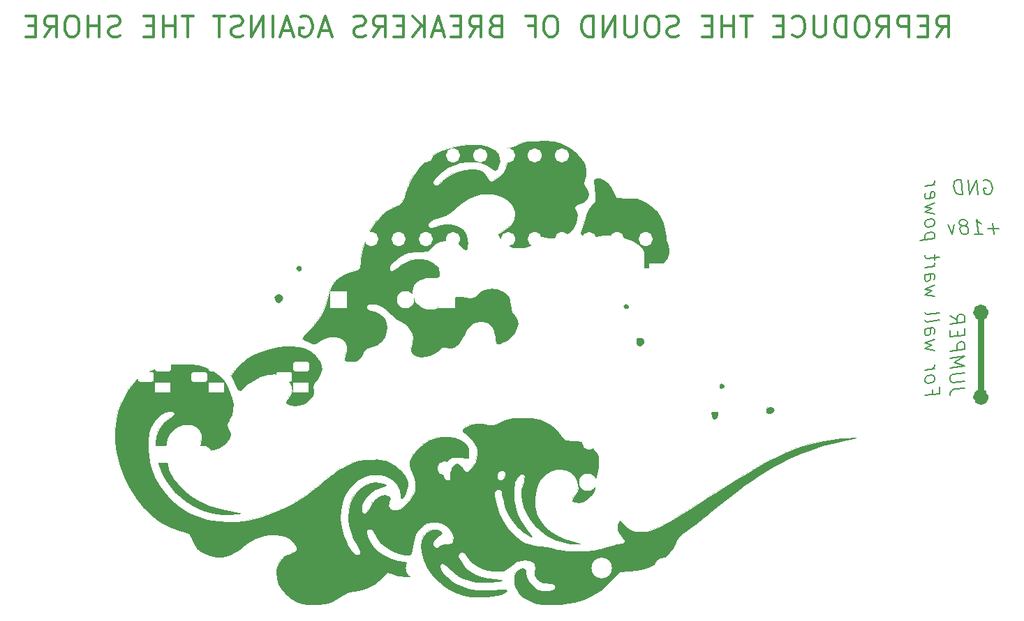
<source format=gbr>
G04 #@! TF.GenerationSoftware,KiCad,Pcbnew,(5.1.0)-1*
G04 #@! TF.CreationDate,2022-08-15T09:48:56-05:00*
G04 #@! TF.ProjectId,surfgen,73757266-6765-46e2-9e6b-696361645f70,rev?*
G04 #@! TF.SameCoordinates,Original*
G04 #@! TF.FileFunction,Legend,Bot*
G04 #@! TF.FilePolarity,Positive*
%FSLAX46Y46*%
G04 Gerber Fmt 4.6, Leading zero omitted, Abs format (unit mm)*
G04 Created by KiCad (PCBNEW (5.1.0)-1) date 2022-08-15 09:48:56*
%MOMM*%
%LPD*%
G04 APERTURE LIST*
%ADD10C,0.350000*%
%ADD11C,0.200000*%
%ADD12C,1.000000*%
%ADD13C,0.800000*%
%ADD14C,0.010000*%
%ADD15C,1.702000*%
%ADD16C,9.302000*%
%ADD17C,2.702000*%
%ADD18R,2.702000X2.702000*%
%ADD19C,2.502000*%
%ADD20O,1.702000X1.702000*%
%ADD21R,1.202000X1.902000*%
%ADD22C,0.100000*%
%ADD23C,1.202000*%
%ADD24R,1.902000X1.202000*%
%ADD25C,1.542000*%
%ADD26R,1.702000X1.702000*%
%ADD27C,2.102000*%
%ADD28R,2.102000X2.102000*%
G04 APERTURE END LIST*
D10*
X207524685Y-62395752D02*
X208358019Y-61205276D01*
X208953257Y-62395752D02*
X208953257Y-59895752D01*
X208000876Y-59895752D01*
X207762780Y-60014800D01*
X207643733Y-60133847D01*
X207524685Y-60371942D01*
X207524685Y-60729085D01*
X207643733Y-60967180D01*
X207762780Y-61086228D01*
X208000876Y-61205276D01*
X208953257Y-61205276D01*
X206453257Y-61086228D02*
X205619923Y-61086228D01*
X205262780Y-62395752D02*
X206453257Y-62395752D01*
X206453257Y-59895752D01*
X205262780Y-59895752D01*
X204191352Y-62395752D02*
X204191352Y-59895752D01*
X203238971Y-59895752D01*
X203000876Y-60014800D01*
X202881828Y-60133847D01*
X202762780Y-60371942D01*
X202762780Y-60729085D01*
X202881828Y-60967180D01*
X203000876Y-61086228D01*
X203238971Y-61205276D01*
X204191352Y-61205276D01*
X200262780Y-62395752D02*
X201096114Y-61205276D01*
X201691352Y-62395752D02*
X201691352Y-59895752D01*
X200738971Y-59895752D01*
X200500876Y-60014800D01*
X200381828Y-60133847D01*
X200262780Y-60371942D01*
X200262780Y-60729085D01*
X200381828Y-60967180D01*
X200500876Y-61086228D01*
X200738971Y-61205276D01*
X201691352Y-61205276D01*
X198715161Y-59895752D02*
X198238971Y-59895752D01*
X198000876Y-60014800D01*
X197762780Y-60252895D01*
X197643733Y-60729085D01*
X197643733Y-61562419D01*
X197762780Y-62038609D01*
X198000876Y-62276704D01*
X198238971Y-62395752D01*
X198715161Y-62395752D01*
X198953257Y-62276704D01*
X199191352Y-62038609D01*
X199310400Y-61562419D01*
X199310400Y-60729085D01*
X199191352Y-60252895D01*
X198953257Y-60014800D01*
X198715161Y-59895752D01*
X196572304Y-62395752D02*
X196572304Y-59895752D01*
X195977066Y-59895752D01*
X195619923Y-60014800D01*
X195381828Y-60252895D01*
X195262780Y-60490990D01*
X195143733Y-60967180D01*
X195143733Y-61324323D01*
X195262780Y-61800514D01*
X195381828Y-62038609D01*
X195619923Y-62276704D01*
X195977066Y-62395752D01*
X196572304Y-62395752D01*
X194072304Y-59895752D02*
X194072304Y-61919561D01*
X193953257Y-62157657D01*
X193834209Y-62276704D01*
X193596114Y-62395752D01*
X193119923Y-62395752D01*
X192881828Y-62276704D01*
X192762780Y-62157657D01*
X192643733Y-61919561D01*
X192643733Y-59895752D01*
X190024685Y-62157657D02*
X190143733Y-62276704D01*
X190500876Y-62395752D01*
X190738971Y-62395752D01*
X191096114Y-62276704D01*
X191334209Y-62038609D01*
X191453257Y-61800514D01*
X191572304Y-61324323D01*
X191572304Y-60967180D01*
X191453257Y-60490990D01*
X191334209Y-60252895D01*
X191096114Y-60014800D01*
X190738971Y-59895752D01*
X190500876Y-59895752D01*
X190143733Y-60014800D01*
X190024685Y-60133847D01*
X188953257Y-61086228D02*
X188119923Y-61086228D01*
X187762780Y-62395752D02*
X188953257Y-62395752D01*
X188953257Y-59895752D01*
X187762780Y-59895752D01*
X185143733Y-59895752D02*
X183715161Y-59895752D01*
X184429447Y-62395752D02*
X184429447Y-59895752D01*
X182881828Y-62395752D02*
X182881828Y-59895752D01*
X182881828Y-61086228D02*
X181453257Y-61086228D01*
X181453257Y-62395752D02*
X181453257Y-59895752D01*
X180262780Y-61086228D02*
X179429447Y-61086228D01*
X179072304Y-62395752D02*
X180262780Y-62395752D01*
X180262780Y-59895752D01*
X179072304Y-59895752D01*
X176215161Y-62276704D02*
X175858019Y-62395752D01*
X175262780Y-62395752D01*
X175024685Y-62276704D01*
X174905638Y-62157657D01*
X174786590Y-61919561D01*
X174786590Y-61681466D01*
X174905638Y-61443371D01*
X175024685Y-61324323D01*
X175262780Y-61205276D01*
X175738971Y-61086228D01*
X175977066Y-60967180D01*
X176096114Y-60848133D01*
X176215161Y-60610038D01*
X176215161Y-60371942D01*
X176096114Y-60133847D01*
X175977066Y-60014800D01*
X175738971Y-59895752D01*
X175143733Y-59895752D01*
X174786590Y-60014800D01*
X173238971Y-59895752D02*
X172762780Y-59895752D01*
X172524685Y-60014800D01*
X172286590Y-60252895D01*
X172167542Y-60729085D01*
X172167542Y-61562419D01*
X172286590Y-62038609D01*
X172524685Y-62276704D01*
X172762780Y-62395752D01*
X173238971Y-62395752D01*
X173477066Y-62276704D01*
X173715161Y-62038609D01*
X173834209Y-61562419D01*
X173834209Y-60729085D01*
X173715161Y-60252895D01*
X173477066Y-60014800D01*
X173238971Y-59895752D01*
X171096114Y-59895752D02*
X171096114Y-61919561D01*
X170977066Y-62157657D01*
X170858019Y-62276704D01*
X170619923Y-62395752D01*
X170143733Y-62395752D01*
X169905638Y-62276704D01*
X169786590Y-62157657D01*
X169667542Y-61919561D01*
X169667542Y-59895752D01*
X168477066Y-62395752D02*
X168477066Y-59895752D01*
X167048495Y-62395752D01*
X167048495Y-59895752D01*
X165858019Y-62395752D02*
X165858019Y-59895752D01*
X165262780Y-59895752D01*
X164905638Y-60014800D01*
X164667542Y-60252895D01*
X164548495Y-60490990D01*
X164429447Y-60967180D01*
X164429447Y-61324323D01*
X164548495Y-61800514D01*
X164667542Y-62038609D01*
X164905638Y-62276704D01*
X165262780Y-62395752D01*
X165858019Y-62395752D01*
X160977066Y-59895752D02*
X160500876Y-59895752D01*
X160262780Y-60014800D01*
X160024685Y-60252895D01*
X159905638Y-60729085D01*
X159905638Y-61562419D01*
X160024685Y-62038609D01*
X160262780Y-62276704D01*
X160500876Y-62395752D01*
X160977066Y-62395752D01*
X161215161Y-62276704D01*
X161453257Y-62038609D01*
X161572304Y-61562419D01*
X161572304Y-60729085D01*
X161453257Y-60252895D01*
X161215161Y-60014800D01*
X160977066Y-59895752D01*
X158000876Y-61086228D02*
X158834209Y-61086228D01*
X158834209Y-62395752D02*
X158834209Y-59895752D01*
X157643733Y-59895752D01*
X153953257Y-61086228D02*
X153596114Y-61205276D01*
X153477066Y-61324323D01*
X153358019Y-61562419D01*
X153358019Y-61919561D01*
X153477066Y-62157657D01*
X153596114Y-62276704D01*
X153834209Y-62395752D01*
X154786590Y-62395752D01*
X154786590Y-59895752D01*
X153953257Y-59895752D01*
X153715161Y-60014800D01*
X153596114Y-60133847D01*
X153477066Y-60371942D01*
X153477066Y-60610038D01*
X153596114Y-60848133D01*
X153715161Y-60967180D01*
X153953257Y-61086228D01*
X154786590Y-61086228D01*
X150858019Y-62395752D02*
X151691352Y-61205276D01*
X152286590Y-62395752D02*
X152286590Y-59895752D01*
X151334209Y-59895752D01*
X151096114Y-60014800D01*
X150977066Y-60133847D01*
X150858019Y-60371942D01*
X150858019Y-60729085D01*
X150977066Y-60967180D01*
X151096114Y-61086228D01*
X151334209Y-61205276D01*
X152286590Y-61205276D01*
X149786590Y-61086228D02*
X148953257Y-61086228D01*
X148596114Y-62395752D02*
X149786590Y-62395752D01*
X149786590Y-59895752D01*
X148596114Y-59895752D01*
X147643733Y-61681466D02*
X146453257Y-61681466D01*
X147881828Y-62395752D02*
X147048495Y-59895752D01*
X146215161Y-62395752D01*
X145381828Y-62395752D02*
X145381828Y-59895752D01*
X143953257Y-62395752D02*
X145024685Y-60967180D01*
X143953257Y-59895752D02*
X145381828Y-61324323D01*
X142881828Y-61086228D02*
X142048495Y-61086228D01*
X141691352Y-62395752D02*
X142881828Y-62395752D01*
X142881828Y-59895752D01*
X141691352Y-59895752D01*
X139191352Y-62395752D02*
X140024685Y-61205276D01*
X140619923Y-62395752D02*
X140619923Y-59895752D01*
X139667542Y-59895752D01*
X139429447Y-60014800D01*
X139310400Y-60133847D01*
X139191352Y-60371942D01*
X139191352Y-60729085D01*
X139310400Y-60967180D01*
X139429447Y-61086228D01*
X139667542Y-61205276D01*
X140619923Y-61205276D01*
X138238971Y-62276704D02*
X137881828Y-62395752D01*
X137286590Y-62395752D01*
X137048495Y-62276704D01*
X136929447Y-62157657D01*
X136810400Y-61919561D01*
X136810400Y-61681466D01*
X136929447Y-61443371D01*
X137048495Y-61324323D01*
X137286590Y-61205276D01*
X137762780Y-61086228D01*
X138000876Y-60967180D01*
X138119923Y-60848133D01*
X138238971Y-60610038D01*
X138238971Y-60371942D01*
X138119923Y-60133847D01*
X138000876Y-60014800D01*
X137762780Y-59895752D01*
X137167542Y-59895752D01*
X136810400Y-60014800D01*
X133953257Y-61681466D02*
X132762780Y-61681466D01*
X134191352Y-62395752D02*
X133358019Y-59895752D01*
X132524685Y-62395752D01*
X130381828Y-60014800D02*
X130619923Y-59895752D01*
X130977066Y-59895752D01*
X131334209Y-60014800D01*
X131572304Y-60252895D01*
X131691352Y-60490990D01*
X131810400Y-60967180D01*
X131810400Y-61324323D01*
X131691352Y-61800514D01*
X131572304Y-62038609D01*
X131334209Y-62276704D01*
X130977066Y-62395752D01*
X130738971Y-62395752D01*
X130381828Y-62276704D01*
X130262780Y-62157657D01*
X130262780Y-61324323D01*
X130738971Y-61324323D01*
X129310400Y-61681466D02*
X128119923Y-61681466D01*
X129548495Y-62395752D02*
X128715161Y-59895752D01*
X127881828Y-62395752D01*
X127048495Y-62395752D02*
X127048495Y-59895752D01*
X125858019Y-62395752D02*
X125858019Y-59895752D01*
X124429447Y-62395752D01*
X124429447Y-59895752D01*
X123358019Y-62276704D02*
X123000876Y-62395752D01*
X122405638Y-62395752D01*
X122167542Y-62276704D01*
X122048495Y-62157657D01*
X121929447Y-61919561D01*
X121929447Y-61681466D01*
X122048495Y-61443371D01*
X122167542Y-61324323D01*
X122405638Y-61205276D01*
X122881828Y-61086228D01*
X123119923Y-60967180D01*
X123238971Y-60848133D01*
X123358019Y-60610038D01*
X123358019Y-60371942D01*
X123238971Y-60133847D01*
X123119923Y-60014800D01*
X122881828Y-59895752D01*
X122286590Y-59895752D01*
X121929447Y-60014800D01*
X121215161Y-59895752D02*
X119786590Y-59895752D01*
X120500876Y-62395752D02*
X120500876Y-59895752D01*
X117405638Y-59895752D02*
X115977066Y-59895752D01*
X116691352Y-62395752D02*
X116691352Y-59895752D01*
X115143733Y-62395752D02*
X115143733Y-59895752D01*
X115143733Y-61086228D02*
X113715161Y-61086228D01*
X113715161Y-62395752D02*
X113715161Y-59895752D01*
X112524685Y-61086228D02*
X111691352Y-61086228D01*
X111334209Y-62395752D02*
X112524685Y-62395752D01*
X112524685Y-59895752D01*
X111334209Y-59895752D01*
X108477066Y-62276704D02*
X108119923Y-62395752D01*
X107524685Y-62395752D01*
X107286590Y-62276704D01*
X107167542Y-62157657D01*
X107048495Y-61919561D01*
X107048495Y-61681466D01*
X107167542Y-61443371D01*
X107286590Y-61324323D01*
X107524685Y-61205276D01*
X108000876Y-61086228D01*
X108238971Y-60967180D01*
X108358019Y-60848133D01*
X108477066Y-60610038D01*
X108477066Y-60371942D01*
X108358019Y-60133847D01*
X108238971Y-60014800D01*
X108000876Y-59895752D01*
X107405638Y-59895752D01*
X107048495Y-60014800D01*
X105977066Y-62395752D02*
X105977066Y-59895752D01*
X105977066Y-61086228D02*
X104548495Y-61086228D01*
X104548495Y-62395752D02*
X104548495Y-59895752D01*
X102881828Y-59895752D02*
X102405638Y-59895752D01*
X102167542Y-60014800D01*
X101929447Y-60252895D01*
X101810400Y-60729085D01*
X101810400Y-61562419D01*
X101929447Y-62038609D01*
X102167542Y-62276704D01*
X102405638Y-62395752D01*
X102881828Y-62395752D01*
X103119923Y-62276704D01*
X103358019Y-62038609D01*
X103477066Y-61562419D01*
X103477066Y-60729085D01*
X103358019Y-60252895D01*
X103119923Y-60014800D01*
X102881828Y-59895752D01*
X99310400Y-62395752D02*
X100143733Y-61205276D01*
X100738971Y-62395752D02*
X100738971Y-59895752D01*
X99786590Y-59895752D01*
X99548495Y-60014800D01*
X99429447Y-60133847D01*
X99310400Y-60371942D01*
X99310400Y-60729085D01*
X99429447Y-60967180D01*
X99548495Y-61086228D01*
X99786590Y-61205276D01*
X100738971Y-61205276D01*
X98238971Y-61086228D02*
X97405638Y-61086228D01*
X97048495Y-62395752D02*
X98238971Y-62395752D01*
X98238971Y-59895752D01*
X97048495Y-59895752D01*
D11*
X207046100Y-105282012D02*
X207046100Y-105865345D01*
X206129433Y-105979929D02*
X207879433Y-105761179D01*
X207879433Y-104927845D01*
X206129433Y-104229929D02*
X206212766Y-104386179D01*
X206296100Y-104459095D01*
X206462766Y-104521595D01*
X206962766Y-104459095D01*
X207129433Y-104354929D01*
X207212766Y-104261179D01*
X207296100Y-104084095D01*
X207296100Y-103834095D01*
X207212766Y-103677845D01*
X207129433Y-103604929D01*
X206962766Y-103542429D01*
X206462766Y-103604929D01*
X206296100Y-103709095D01*
X206212766Y-103802845D01*
X206129433Y-103979929D01*
X206129433Y-104229929D01*
X206129433Y-102896595D02*
X207296100Y-102750762D01*
X206962766Y-102792429D02*
X207129433Y-102688262D01*
X207212766Y-102594512D01*
X207296100Y-102417429D01*
X207296100Y-102250762D01*
X207296100Y-100500762D02*
X206129433Y-100313262D01*
X206962766Y-99875762D01*
X206129433Y-99646595D01*
X207296100Y-99167429D01*
X206129433Y-97896595D02*
X207046100Y-97782012D01*
X207212766Y-97844512D01*
X207296100Y-98000762D01*
X207296100Y-98334095D01*
X207212766Y-98511179D01*
X206212766Y-97886179D02*
X206129433Y-98063262D01*
X206129433Y-98479929D01*
X206212766Y-98636179D01*
X206379433Y-98698679D01*
X206546100Y-98677845D01*
X206712766Y-98573679D01*
X206796100Y-98396595D01*
X206796100Y-97979929D01*
X206879433Y-97802845D01*
X206129433Y-96813262D02*
X206212766Y-96969512D01*
X206379433Y-97032012D01*
X207879433Y-96844512D01*
X206129433Y-95896595D02*
X206212766Y-96052845D01*
X206379433Y-96115345D01*
X207879433Y-95927845D01*
X207296100Y-93917429D02*
X206129433Y-93729929D01*
X206962766Y-93292429D01*
X206129433Y-93063262D01*
X207296100Y-92584095D01*
X206129433Y-91313262D02*
X207046100Y-91198679D01*
X207212766Y-91261179D01*
X207296100Y-91417429D01*
X207296100Y-91750762D01*
X207212766Y-91927845D01*
X206212766Y-91302845D02*
X206129433Y-91479929D01*
X206129433Y-91896595D01*
X206212766Y-92052845D01*
X206379433Y-92115345D01*
X206546100Y-92094512D01*
X206712766Y-91990345D01*
X206796100Y-91813262D01*
X206796100Y-91396595D01*
X206879433Y-91219512D01*
X206129433Y-90479929D02*
X207296100Y-90334095D01*
X206962766Y-90375762D02*
X207129433Y-90271595D01*
X207212766Y-90177845D01*
X207296100Y-90000762D01*
X207296100Y-89834095D01*
X207296100Y-89500762D02*
X207296100Y-88834095D01*
X207879433Y-89177845D02*
X206379433Y-89365345D01*
X206212766Y-89302845D01*
X206129433Y-89146595D01*
X206129433Y-88979929D01*
X207296100Y-86917429D02*
X205546100Y-87136179D01*
X207212766Y-86927845D02*
X207296100Y-86750762D01*
X207296100Y-86417429D01*
X207212766Y-86261179D01*
X207129433Y-86188262D01*
X206962766Y-86125762D01*
X206462766Y-86188262D01*
X206296100Y-86292429D01*
X206212766Y-86386179D01*
X206129433Y-86563262D01*
X206129433Y-86896595D01*
X206212766Y-87052845D01*
X206129433Y-85229929D02*
X206212766Y-85386179D01*
X206296100Y-85459095D01*
X206462766Y-85521595D01*
X206962766Y-85459095D01*
X207129433Y-85354929D01*
X207212766Y-85261179D01*
X207296100Y-85084095D01*
X207296100Y-84834095D01*
X207212766Y-84677845D01*
X207129433Y-84604929D01*
X206962766Y-84542429D01*
X206462766Y-84604929D01*
X206296100Y-84709095D01*
X206212766Y-84802845D01*
X206129433Y-84979929D01*
X206129433Y-85229929D01*
X207296100Y-83917429D02*
X206129433Y-83729929D01*
X206962766Y-83292429D01*
X206129433Y-83063262D01*
X207296100Y-82584095D01*
X206212766Y-81386179D02*
X206129433Y-81563262D01*
X206129433Y-81896595D01*
X206212766Y-82052845D01*
X206379433Y-82115345D01*
X207046100Y-82032012D01*
X207212766Y-81927845D01*
X207296100Y-81750762D01*
X207296100Y-81417429D01*
X207212766Y-81261179D01*
X207046100Y-81198679D01*
X206879433Y-81219512D01*
X206712766Y-82073679D01*
X206129433Y-80563262D02*
X207296100Y-80417429D01*
X206962766Y-80459095D02*
X207129433Y-80354929D01*
X207212766Y-80261179D01*
X207296100Y-80084095D01*
X207296100Y-79917429D01*
X210927433Y-105073679D02*
X209677433Y-105229929D01*
X209427433Y-105344512D01*
X209260766Y-105532012D01*
X209177433Y-105792429D01*
X209177433Y-105959095D01*
X210927433Y-104240345D02*
X209510766Y-104417429D01*
X209344100Y-104354929D01*
X209260766Y-104282012D01*
X209177433Y-104125762D01*
X209177433Y-103792429D01*
X209260766Y-103615345D01*
X209344100Y-103521595D01*
X209510766Y-103417429D01*
X210927433Y-103240345D01*
X209177433Y-102625762D02*
X210927433Y-102407012D01*
X209677433Y-101979929D01*
X210927433Y-101240345D01*
X209177433Y-101459095D01*
X209177433Y-100625762D02*
X210927433Y-100407012D01*
X210927433Y-99740345D01*
X210844100Y-99584095D01*
X210760766Y-99511179D01*
X210594100Y-99448679D01*
X210344100Y-99479929D01*
X210177433Y-99584095D01*
X210094100Y-99677845D01*
X210010766Y-99854929D01*
X210010766Y-100521595D01*
X210094100Y-98761179D02*
X210094100Y-98177845D01*
X209177433Y-98042429D02*
X209177433Y-98875762D01*
X210927433Y-98657012D01*
X210927433Y-97823679D01*
X209177433Y-96292429D02*
X210010766Y-96771595D01*
X209177433Y-97292429D02*
X210927433Y-97073679D01*
X210927433Y-96407012D01*
X210844100Y-96250762D01*
X210760766Y-96177845D01*
X210594100Y-96115345D01*
X210344100Y-96146595D01*
X210177433Y-96250762D01*
X210094100Y-96344512D01*
X210010766Y-96521595D01*
X210010766Y-97188262D01*
D12*
X213334600Y-95897700D02*
G75*
G03X213334600Y-95897700I-444500J0D01*
G01*
X213334600Y-106184700D02*
G75*
G03X213334600Y-106184700I-444500J0D01*
G01*
D13*
X212890100Y-95897700D02*
X212890100Y-106184700D01*
D11*
X215087662Y-85735700D02*
X213754329Y-85735700D01*
X214504329Y-86402366D02*
X214337662Y-85069033D01*
X212087662Y-86402366D02*
X213087662Y-86402366D01*
X212587662Y-86402366D02*
X212368912Y-84652366D01*
X212566829Y-84902366D01*
X212754329Y-85069033D01*
X212931412Y-85152366D01*
X210962662Y-85402366D02*
X211118912Y-85319033D01*
X211191829Y-85235700D01*
X211254329Y-85069033D01*
X211243912Y-84985700D01*
X211139745Y-84819033D01*
X211045995Y-84735700D01*
X210868912Y-84652366D01*
X210535579Y-84652366D01*
X210379329Y-84735700D01*
X210306412Y-84819033D01*
X210243912Y-84985700D01*
X210254329Y-85069033D01*
X210358495Y-85235700D01*
X210452245Y-85319033D01*
X210629329Y-85402366D01*
X210962662Y-85402366D01*
X211139745Y-85485700D01*
X211233495Y-85569033D01*
X211337662Y-85735700D01*
X211379329Y-86069033D01*
X211316829Y-86235700D01*
X211243912Y-86319033D01*
X211087662Y-86402366D01*
X210754329Y-86402366D01*
X210577245Y-86319033D01*
X210483495Y-86235700D01*
X210379329Y-86069033D01*
X210337662Y-85735700D01*
X210400162Y-85569033D01*
X210473079Y-85485700D01*
X210629329Y-85402366D01*
X209691829Y-85235700D02*
X209420995Y-86402366D01*
X208858495Y-85235700D01*
X213168995Y-79909700D02*
X213325245Y-79826366D01*
X213575245Y-79826366D01*
X213835662Y-79909700D01*
X214023162Y-80076366D01*
X214127329Y-80243033D01*
X214252329Y-80576366D01*
X214283579Y-80826366D01*
X214241912Y-81159700D01*
X214179412Y-81326366D01*
X214033579Y-81493033D01*
X213793995Y-81576366D01*
X213627329Y-81576366D01*
X213366912Y-81493033D01*
X213273162Y-81409700D01*
X213200245Y-80826366D01*
X213533579Y-80826366D01*
X212543995Y-81576366D02*
X212325245Y-79826366D01*
X211543995Y-81576366D01*
X211325245Y-79826366D01*
X210710662Y-81576366D02*
X210491912Y-79826366D01*
X210075245Y-79826366D01*
X209835662Y-79909700D01*
X209689829Y-80076366D01*
X209627329Y-80243033D01*
X209585662Y-80576366D01*
X209616912Y-80826366D01*
X209741912Y-81159700D01*
X209846079Y-81326366D01*
X210033579Y-81493033D01*
X210293995Y-81576366D01*
X210710662Y-81576366D01*
D14*
G36*
X166867356Y-79624193D02*
G01*
X167369911Y-79868719D01*
X167826714Y-80276014D01*
X168237516Y-80845878D01*
X168475627Y-81294663D01*
X168769199Y-81913307D01*
X169593556Y-81913946D01*
X170453995Y-81949725D01*
X171189784Y-82062395D01*
X171831909Y-82262125D01*
X172411355Y-82559086D01*
X172959109Y-82963448D01*
X173060692Y-83051953D01*
X173630186Y-83622208D01*
X174067612Y-84213214D01*
X174393358Y-84862812D01*
X174627812Y-85608841D01*
X174742667Y-86173734D01*
X174823542Y-86600911D01*
X174920670Y-87041105D01*
X175016070Y-87414233D01*
X175037971Y-87489059D01*
X175125189Y-87824673D01*
X175184541Y-88146367D01*
X175201580Y-88341809D01*
X175121462Y-88881086D01*
X174897751Y-89399488D01*
X174555408Y-89859930D01*
X174119394Y-90225329D01*
X173828936Y-90381050D01*
X173518215Y-90484518D01*
X173147699Y-90562314D01*
X172765835Y-90609615D01*
X172421067Y-90621598D01*
X172161839Y-90593442D01*
X172068913Y-90556240D01*
X172012560Y-90483486D01*
X171974901Y-90337953D01*
X171952795Y-90092408D01*
X171943097Y-89719623D01*
X171941913Y-89456065D01*
X171941913Y-88442347D01*
X171620835Y-88112759D01*
X171268301Y-87826270D01*
X170785907Y-87540920D01*
X170212525Y-87272112D01*
X169587026Y-87035246D01*
X168948283Y-86845724D01*
X168335167Y-86718947D01*
X168004913Y-86680102D01*
X167538669Y-86678157D01*
X167004260Y-86730217D01*
X166746727Y-86773051D01*
X166056563Y-86872261D01*
X165453658Y-86892092D01*
X164955582Y-86834155D01*
X164579906Y-86700060D01*
X164395298Y-86557507D01*
X164307054Y-86433499D01*
X164291675Y-86295836D01*
X164344122Y-86077204D01*
X164356351Y-86037079D01*
X164424523Y-85803424D01*
X164520220Y-85459308D01*
X164628707Y-85058248D01*
X164700045Y-84788781D01*
X164831874Y-84305522D01*
X164949690Y-83940611D01*
X165075984Y-83647045D01*
X165233247Y-83377822D01*
X165443970Y-83085937D01*
X165624850Y-82856058D01*
X165873364Y-82519148D01*
X166000673Y-82278432D01*
X166018682Y-82136392D01*
X166001491Y-81988707D01*
X165979994Y-81708105D01*
X165956590Y-81330867D01*
X165933678Y-80893277D01*
X165926964Y-80749140D01*
X165872476Y-79542640D01*
X166319297Y-79542640D01*
X166867356Y-79624193D01*
X166867356Y-79624193D01*
G37*
X166867356Y-79624193D02*
X167369911Y-79868719D01*
X167826714Y-80276014D01*
X168237516Y-80845878D01*
X168475627Y-81294663D01*
X168769199Y-81913307D01*
X169593556Y-81913946D01*
X170453995Y-81949725D01*
X171189784Y-82062395D01*
X171831909Y-82262125D01*
X172411355Y-82559086D01*
X172959109Y-82963448D01*
X173060692Y-83051953D01*
X173630186Y-83622208D01*
X174067612Y-84213214D01*
X174393358Y-84862812D01*
X174627812Y-85608841D01*
X174742667Y-86173734D01*
X174823542Y-86600911D01*
X174920670Y-87041105D01*
X175016070Y-87414233D01*
X175037971Y-87489059D01*
X175125189Y-87824673D01*
X175184541Y-88146367D01*
X175201580Y-88341809D01*
X175121462Y-88881086D01*
X174897751Y-89399488D01*
X174555408Y-89859930D01*
X174119394Y-90225329D01*
X173828936Y-90381050D01*
X173518215Y-90484518D01*
X173147699Y-90562314D01*
X172765835Y-90609615D01*
X172421067Y-90621598D01*
X172161839Y-90593442D01*
X172068913Y-90556240D01*
X172012560Y-90483486D01*
X171974901Y-90337953D01*
X171952795Y-90092408D01*
X171943097Y-89719623D01*
X171941913Y-89456065D01*
X171941913Y-88442347D01*
X171620835Y-88112759D01*
X171268301Y-87826270D01*
X170785907Y-87540920D01*
X170212525Y-87272112D01*
X169587026Y-87035246D01*
X168948283Y-86845724D01*
X168335167Y-86718947D01*
X168004913Y-86680102D01*
X167538669Y-86678157D01*
X167004260Y-86730217D01*
X166746727Y-86773051D01*
X166056563Y-86872261D01*
X165453658Y-86892092D01*
X164955582Y-86834155D01*
X164579906Y-86700060D01*
X164395298Y-86557507D01*
X164307054Y-86433499D01*
X164291675Y-86295836D01*
X164344122Y-86077204D01*
X164356351Y-86037079D01*
X164424523Y-85803424D01*
X164520220Y-85459308D01*
X164628707Y-85058248D01*
X164700045Y-84788781D01*
X164831874Y-84305522D01*
X164949690Y-83940611D01*
X165075984Y-83647045D01*
X165233247Y-83377822D01*
X165443970Y-83085937D01*
X165624850Y-82856058D01*
X165873364Y-82519148D01*
X166000673Y-82278432D01*
X166018682Y-82136392D01*
X166001491Y-81988707D01*
X165979994Y-81708105D01*
X165956590Y-81330867D01*
X165933678Y-80893277D01*
X165926964Y-80749140D01*
X165872476Y-79542640D01*
X166319297Y-79542640D01*
X166867356Y-79624193D01*
G36*
X130430824Y-90192353D02*
G01*
X130557873Y-90389453D01*
X130582247Y-90591640D01*
X130522106Y-90867795D01*
X130367570Y-91026871D01*
X130157467Y-91056311D01*
X129930626Y-90943560D01*
X129827545Y-90835689D01*
X129723166Y-90658374D01*
X129703944Y-90525377D01*
X129707278Y-90518189D01*
X129907117Y-90260230D01*
X130128933Y-90134048D01*
X130197435Y-90125974D01*
X130430824Y-90192353D01*
X130430824Y-90192353D01*
G37*
X130430824Y-90192353D02*
X130557873Y-90389453D01*
X130582247Y-90591640D01*
X130522106Y-90867795D01*
X130367570Y-91026871D01*
X130157467Y-91056311D01*
X129930626Y-90943560D01*
X129827545Y-90835689D01*
X129723166Y-90658374D01*
X129703944Y-90525377D01*
X129707278Y-90518189D01*
X129907117Y-90260230D01*
X130128933Y-90134048D01*
X130197435Y-90125974D01*
X130430824Y-90192353D01*
G36*
X128053259Y-93662047D02*
G01*
X128265501Y-93831338D01*
X128372171Y-94067783D01*
X128366647Y-94333986D01*
X128242307Y-94592550D01*
X127992531Y-94806078D01*
X127959274Y-94824097D01*
X127775295Y-94917114D01*
X127669506Y-94938904D01*
X127566170Y-94888810D01*
X127467935Y-94819834D01*
X127297320Y-94650276D01*
X127140057Y-94417067D01*
X127040512Y-94191945D01*
X127026247Y-94105663D01*
X127100069Y-93931793D01*
X127284926Y-93763241D01*
X127525903Y-93639007D01*
X127742065Y-93597307D01*
X128053259Y-93662047D01*
X128053259Y-93662047D01*
G37*
X128053259Y-93662047D02*
X128265501Y-93831338D01*
X128372171Y-94067783D01*
X128366647Y-94333986D01*
X128242307Y-94592550D01*
X127992531Y-94806078D01*
X127959274Y-94824097D01*
X127775295Y-94917114D01*
X127669506Y-94938904D01*
X127566170Y-94888810D01*
X127467935Y-94819834D01*
X127297320Y-94650276D01*
X127140057Y-94417067D01*
X127040512Y-94191945D01*
X127026247Y-94105663D01*
X127100069Y-93931793D01*
X127284926Y-93763241D01*
X127525903Y-93639007D01*
X127742065Y-93597307D01*
X128053259Y-93662047D01*
G36*
X170014550Y-94851928D02*
G01*
X170196906Y-95018249D01*
X170288895Y-95219295D01*
X170290913Y-95250129D01*
X170223189Y-95463718D01*
X170052594Y-95588686D01*
X169827997Y-95611578D01*
X169598264Y-95518934D01*
X169528913Y-95459974D01*
X169404605Y-95308341D01*
X169359580Y-95205974D01*
X169422348Y-95073520D01*
X169567087Y-94919480D01*
X169728455Y-94805762D01*
X169806408Y-94782640D01*
X170014550Y-94851928D01*
X170014550Y-94851928D01*
G37*
X170014550Y-94851928D02*
X170196906Y-95018249D01*
X170288895Y-95219295D01*
X170290913Y-95250129D01*
X170223189Y-95463718D01*
X170052594Y-95588686D01*
X169827997Y-95611578D01*
X169598264Y-95518934D01*
X169528913Y-95459974D01*
X169404605Y-95308341D01*
X169359580Y-95205974D01*
X169422348Y-95073520D01*
X169567087Y-94919480D01*
X169728455Y-94805762D01*
X169806408Y-94782640D01*
X170014550Y-94851928D01*
G36*
X171712544Y-98884070D02*
G01*
X171939720Y-99013467D01*
X171969488Y-99042597D01*
X172129623Y-99315890D01*
X172125602Y-99606996D01*
X171958703Y-99897581D01*
X171906093Y-99953820D01*
X171670871Y-100144273D01*
X171471207Y-100184919D01*
X171267901Y-100077887D01*
X171176065Y-99993489D01*
X171016294Y-99726107D01*
X170964214Y-99393431D01*
X171028648Y-99067639D01*
X171055892Y-99010407D01*
X171211110Y-98880443D01*
X171449834Y-98839030D01*
X171712544Y-98884070D01*
X171712544Y-98884070D01*
G37*
X171712544Y-98884070D02*
X171939720Y-99013467D01*
X171969488Y-99042597D01*
X172129623Y-99315890D01*
X172125602Y-99606996D01*
X171958703Y-99897581D01*
X171906093Y-99953820D01*
X171670871Y-100144273D01*
X171471207Y-100184919D01*
X171267901Y-100077887D01*
X171176065Y-99993489D01*
X171016294Y-99726107D01*
X170964214Y-99393431D01*
X171028648Y-99067639D01*
X171055892Y-99010407D01*
X171211110Y-98880443D01*
X171449834Y-98839030D01*
X171712544Y-98884070D01*
G36*
X160520140Y-74993672D02*
G01*
X160979626Y-75033066D01*
X161383681Y-75109050D01*
X161769962Y-75227915D01*
X162176129Y-75395952D01*
X162459247Y-75529930D01*
X163196974Y-75949241D01*
X163839374Y-76433025D01*
X164368016Y-76962811D01*
X164764470Y-77520125D01*
X165010308Y-78086494D01*
X165010517Y-78087214D01*
X165092641Y-78573490D01*
X165098210Y-79189220D01*
X165027424Y-79912914D01*
X164991617Y-80146118D01*
X164980591Y-80375935D01*
X165048040Y-80591513D01*
X165181692Y-80817268D01*
X165377193Y-81228879D01*
X165438653Y-81645491D01*
X165366152Y-82029987D01*
X165178422Y-82326367D01*
X164969012Y-82494991D01*
X164670686Y-82676520D01*
X164400255Y-82808170D01*
X164123618Y-82940303D01*
X163914111Y-83067493D01*
X163817907Y-83161096D01*
X163828761Y-83308305D01*
X163915493Y-83518989D01*
X163951046Y-83580701D01*
X164077194Y-83934911D01*
X164089330Y-84382791D01*
X163989683Y-84894881D01*
X163815918Y-85364989D01*
X163469707Y-85941744D01*
X163002193Y-86400828D01*
X162414782Y-86741255D01*
X161708884Y-86962039D01*
X161473826Y-87004858D01*
X161109404Y-87050541D01*
X160799143Y-87055933D01*
X160464849Y-87018300D01*
X160141915Y-86958294D01*
X159433631Y-86814777D01*
X159297106Y-87009875D01*
X158935701Y-87453855D01*
X158544836Y-87809128D01*
X158228829Y-88007896D01*
X157885084Y-88124604D01*
X157442173Y-88206692D01*
X156962644Y-88249032D01*
X156509042Y-88246494D01*
X156143916Y-88193950D01*
X156103081Y-88182206D01*
X155730352Y-88022631D01*
X155346255Y-87785934D01*
X154981083Y-87499788D01*
X154665131Y-87191863D01*
X154428694Y-86889830D01*
X154302065Y-86621362D01*
X154288913Y-86525114D01*
X154327811Y-86400091D01*
X154460868Y-86261249D01*
X154712634Y-86086050D01*
X154874741Y-85987238D01*
X155433383Y-85589270D01*
X155860223Y-85144181D01*
X156146414Y-84667349D01*
X156283109Y-84174151D01*
X156261461Y-83679964D01*
X156244118Y-83607110D01*
X156022268Y-83088522D01*
X155658708Y-82636402D01*
X155171622Y-82261471D01*
X154579195Y-81974455D01*
X153899612Y-81786075D01*
X153151058Y-81707055D01*
X153018913Y-81705269D01*
X152336918Y-81742798D01*
X151711294Y-81864579D01*
X151112264Y-82083577D01*
X150510054Y-82412757D01*
X149874885Y-82865086D01*
X149345300Y-83304854D01*
X148921092Y-83666808D01*
X148576679Y-83935355D01*
X148270428Y-84135109D01*
X147960707Y-84290688D01*
X147605883Y-84426705D01*
X147257638Y-84539190D01*
X146779401Y-84698613D01*
X146442113Y-84843304D01*
X146220112Y-84988794D01*
X146087740Y-85150612D01*
X146035565Y-85278807D01*
X146018629Y-85414818D01*
X146106576Y-85464241D01*
X146221642Y-85469307D01*
X146431289Y-85440845D01*
X146725537Y-85367149D01*
X146968181Y-85289139D01*
X147483536Y-85156542D01*
X148091199Y-85100872D01*
X148192913Y-85098639D01*
X148578931Y-85100899D01*
X148859524Y-85128686D01*
X149098038Y-85193706D01*
X149357815Y-85307665D01*
X149378247Y-85317685D01*
X149786382Y-85562042D01*
X150164979Y-85865931D01*
X150465484Y-86186608D01*
X150601565Y-86394631D01*
X150715531Y-86721407D01*
X150780655Y-87125755D01*
X150796552Y-87554733D01*
X150762838Y-87955398D01*
X150679131Y-88274809D01*
X150616033Y-88390785D01*
X150526339Y-88483307D01*
X150417787Y-88481469D01*
X150260910Y-88408921D01*
X150024771Y-88254717D01*
X149843713Y-88093314D01*
X149383377Y-87668885D01*
X148909020Y-87407534D01*
X148404519Y-87303021D01*
X147898575Y-87340270D01*
X147345878Y-87503112D01*
X146842285Y-87784985D01*
X146372580Y-88182132D01*
X145949247Y-88595128D01*
X144806247Y-88686371D01*
X144355281Y-88726464D01*
X143939842Y-88770818D01*
X143602303Y-88814411D01*
X143385037Y-88852224D01*
X143365611Y-88857042D01*
X143052033Y-88979330D01*
X142696355Y-89178901D01*
X142328769Y-89430952D01*
X141979473Y-89710676D01*
X141678659Y-89993270D01*
X141456522Y-90253929D01*
X141343257Y-90467847D01*
X141334913Y-90525248D01*
X141377783Y-90682520D01*
X141510635Y-90720337D01*
X141739829Y-90636869D01*
X142071730Y-90430289D01*
X142333620Y-90238251D01*
X143016291Y-89795196D01*
X143717292Y-89487278D01*
X144412114Y-89322773D01*
X145076251Y-89309958D01*
X145080768Y-89310426D01*
X145638019Y-89425173D01*
X146168116Y-89637971D01*
X146636454Y-89927027D01*
X147008430Y-90270548D01*
X147249440Y-90646742D01*
X147265358Y-90686245D01*
X147324454Y-90936338D01*
X147343592Y-91226924D01*
X147324267Y-91496328D01*
X147267970Y-91682876D01*
X147240413Y-91716685D01*
X147112482Y-91761429D01*
X146860431Y-91806722D01*
X146529292Y-91845235D01*
X146372580Y-91857972D01*
X145883151Y-91896746D01*
X145522528Y-91938193D01*
X145250266Y-91990253D01*
X145025918Y-92060867D01*
X144809040Y-92157978D01*
X144786219Y-92169445D01*
X144459169Y-92426656D01*
X144239657Y-92804427D01*
X144136165Y-93285982D01*
X144128913Y-93469653D01*
X144197274Y-94040569D01*
X144407902Y-94529472D01*
X144662371Y-94853364D01*
X144965171Y-95129666D01*
X145264910Y-95299833D01*
X145617537Y-95385885D01*
X146076247Y-95409842D01*
X146361618Y-95406468D01*
X146588654Y-95385985D01*
X146792112Y-95333691D01*
X147006750Y-95234881D01*
X147267323Y-95074853D01*
X147608590Y-94838903D01*
X147874302Y-94649214D01*
X148286548Y-94362043D01*
X148620184Y-94161049D01*
X148921477Y-94033191D01*
X149236696Y-93965428D01*
X149612110Y-93944719D01*
X150093987Y-93958023D01*
X150291117Y-93968021D01*
X151340271Y-94024108D01*
X151747825Y-93682884D01*
X152069313Y-93447071D01*
X152441250Y-93220847D01*
X152638920Y-93120289D01*
X152933873Y-92998673D01*
X153186833Y-92938330D01*
X153476403Y-92926094D01*
X153726853Y-92938046D01*
X154289066Y-93022604D01*
X154808643Y-93190673D01*
X155235195Y-93423919D01*
X155375598Y-93537942D01*
X155610469Y-93821610D01*
X155793932Y-94198316D01*
X155938061Y-94697055D01*
X156009523Y-95060210D01*
X156092979Y-95474970D01*
X156186755Y-95772988D01*
X156309944Y-96006628D01*
X156399411Y-96129518D01*
X156663189Y-96521903D01*
X156841938Y-96911296D01*
X156913195Y-97247867D01*
X156913580Y-97270053D01*
X156843138Y-97680760D01*
X156649496Y-98134236D01*
X156359184Y-98594159D01*
X155998729Y-99024207D01*
X155594658Y-99388057D01*
X155177058Y-99647710D01*
X154792571Y-99793082D01*
X154448265Y-99855711D01*
X154180647Y-99832284D01*
X154047048Y-99750262D01*
X153990096Y-99615053D01*
X153926855Y-99363357D01*
X153870092Y-99046948D01*
X153865005Y-99011921D01*
X153750571Y-98451056D01*
X153584075Y-97975418D01*
X153377762Y-97611805D01*
X153143877Y-97387015D01*
X153115226Y-97370996D01*
X152776938Y-97267232D01*
X152352484Y-97237539D01*
X151907053Y-97280053D01*
X151505831Y-97392910D01*
X151447287Y-97418685D01*
X151185501Y-97567911D01*
X150961249Y-97764572D01*
X150748602Y-98039959D01*
X150521630Y-98425360D01*
X150369180Y-98719640D01*
X150014552Y-99358007D01*
X149671140Y-99839594D01*
X149342721Y-100159284D01*
X149269853Y-100209280D01*
X149105646Y-100295595D01*
X148923321Y-100343058D01*
X148673755Y-100358551D01*
X148307825Y-100348955D01*
X148281463Y-100347749D01*
X147565680Y-100314515D01*
X147057460Y-100724043D01*
X146500766Y-101110360D01*
X145958770Y-101349065D01*
X145393886Y-101453607D01*
X145010046Y-101456671D01*
X144656941Y-101427700D01*
X144410277Y-101370797D01*
X144207437Y-101267712D01*
X144101016Y-101191725D01*
X143848171Y-100978153D01*
X143709313Y-100783793D01*
X143667961Y-100556636D01*
X143707632Y-100244669D01*
X143745722Y-100070526D01*
X143854501Y-99420362D01*
X143847162Y-98870396D01*
X143717111Y-98391683D01*
X143457755Y-97955277D01*
X143196722Y-97660449D01*
X142908192Y-97417112D01*
X142571434Y-97195358D01*
X142406060Y-97109839D01*
X142141850Y-96957387D01*
X141798316Y-96709420D01*
X141412241Y-96393682D01*
X141165580Y-96174162D01*
X140828375Y-95876334D01*
X140501375Y-95608980D01*
X140221485Y-95400977D01*
X140025608Y-95281201D01*
X140022580Y-95279803D01*
X139743812Y-95188477D01*
X139418046Y-95134276D01*
X139091331Y-95117928D01*
X138809719Y-95140159D01*
X138619262Y-95201696D01*
X138568252Y-95256852D01*
X138556330Y-95361072D01*
X138625878Y-95451895D01*
X138801218Y-95544853D01*
X139106670Y-95655479D01*
X139278960Y-95710742D01*
X139740045Y-95869590D01*
X140074668Y-96023057D01*
X140323439Y-96193344D01*
X140512215Y-96384922D01*
X140797280Y-96848679D01*
X140952820Y-97382617D01*
X140982285Y-97952076D01*
X140889122Y-98522396D01*
X140676781Y-99058916D01*
X140348711Y-99526977D01*
X140183410Y-99689416D01*
X139984872Y-99824406D01*
X139677559Y-99988732D01*
X139312658Y-100156179D01*
X139114920Y-100236643D01*
X138747529Y-100382997D01*
X138503407Y-100496819D01*
X138346491Y-100602921D01*
X138240722Y-100726113D01*
X138150039Y-100891207D01*
X138143199Y-100905231D01*
X137875053Y-101356536D01*
X137565264Y-101711205D01*
X137244133Y-101935215D01*
X137214086Y-101948486D01*
X136893963Y-102030427D01*
X136509434Y-102056383D01*
X136132772Y-102027261D01*
X135836251Y-101943968D01*
X135810413Y-101930880D01*
X135681992Y-101859832D01*
X135612672Y-101792332D01*
X135596702Y-101686617D01*
X135628328Y-101500926D01*
X135701796Y-101193498D01*
X135706273Y-101174974D01*
X135812061Y-100543015D01*
X135794806Y-100026603D01*
X135652820Y-99623186D01*
X135384415Y-99330215D01*
X134987903Y-99145138D01*
X134461597Y-99065407D01*
X134307580Y-99061629D01*
X133882695Y-99101009D01*
X133433369Y-99229472D01*
X132928741Y-99458511D01*
X132356326Y-99788200D01*
X132056072Y-99974419D01*
X131223852Y-99580192D01*
X130859400Y-99404550D01*
X130626912Y-99281148D01*
X130503858Y-99192906D01*
X130467709Y-99122742D01*
X130495936Y-99053574D01*
X130508018Y-99037470D01*
X130604523Y-98922035D01*
X130789397Y-98707282D01*
X131038788Y-98420698D01*
X131328846Y-98089775D01*
X131428825Y-97976205D01*
X131921344Y-97404613D01*
X132312264Y-96915264D01*
X132622302Y-96473303D01*
X132872174Y-96043870D01*
X133082596Y-95592110D01*
X133274286Y-95083165D01*
X133427481Y-94613307D01*
X133640338Y-93941437D01*
X133819282Y-93408978D01*
X133975405Y-92992100D01*
X134119796Y-92666967D01*
X134263544Y-92409750D01*
X134417738Y-92196614D01*
X134593469Y-92003727D01*
X134681614Y-91918049D01*
X135107881Y-91563673D01*
X135575637Y-91280506D01*
X136131847Y-91043498D01*
X136614573Y-90887043D01*
X136931362Y-90785477D01*
X137185474Y-90688498D01*
X137332068Y-90613655D01*
X137346610Y-90600525D01*
X137388185Y-90483337D01*
X137443769Y-90235575D01*
X137505823Y-89894620D01*
X137561786Y-89533307D01*
X137668617Y-88846992D01*
X137778757Y-88283268D01*
X137903815Y-87795595D01*
X138055401Y-87337436D01*
X138203351Y-86961413D01*
X138707621Y-85953832D01*
X139353203Y-84997469D01*
X140062189Y-84184169D01*
X140415667Y-83837189D01*
X140712081Y-83580331D01*
X141004352Y-83374967D01*
X141345403Y-83182469D01*
X141628145Y-83041169D01*
X141987760Y-82854286D01*
X142301366Y-82668831D01*
X142529553Y-82509404D01*
X142621223Y-82421307D01*
X142712862Y-82245670D01*
X142827661Y-81957061D01*
X142946117Y-81606378D01*
X142992040Y-81453608D01*
X143330899Y-80498356D01*
X143783069Y-79606273D01*
X144365135Y-78750380D01*
X145093688Y-77903696D01*
X145314247Y-77676609D01*
X145726348Y-77276730D01*
X146075978Y-76975888D01*
X146406029Y-76740561D01*
X146759394Y-76537225D01*
X146797099Y-76517651D01*
X147884267Y-76029545D01*
X148966513Y-75694814D01*
X150083949Y-75503597D01*
X151156247Y-75446039D01*
X151670712Y-75448467D01*
X152061837Y-75464760D01*
X152375369Y-75499637D01*
X152657054Y-75557817D01*
X152893066Y-75625198D01*
X153522713Y-75875644D01*
X154035703Y-76193743D01*
X154409591Y-76565040D01*
X154458247Y-76633217D01*
X154627878Y-77024773D01*
X154679950Y-77484397D01*
X154614503Y-77958328D01*
X154456881Y-78349612D01*
X154271383Y-78648241D01*
X154109898Y-78801301D01*
X153931204Y-78819484D01*
X153694082Y-78713484D01*
X153508146Y-78595743D01*
X153030921Y-78296221D01*
X152626412Y-78088037D01*
X152241907Y-77948767D01*
X151824698Y-77855988D01*
X151734939Y-77841386D01*
X150819082Y-77782801D01*
X149917186Y-77891516D01*
X149035599Y-78165666D01*
X148180668Y-78603390D01*
X147503701Y-79083289D01*
X147132249Y-79411215D01*
X146847545Y-79722650D01*
X146666267Y-79995413D01*
X146605092Y-80207320D01*
X146615689Y-80264456D01*
X146678614Y-80356202D01*
X146783112Y-80371967D01*
X146948656Y-80302709D01*
X147194716Y-80139388D01*
X147540765Y-79872962D01*
X147653201Y-79782715D01*
X148306402Y-79299519D01*
X148920119Y-78944488D01*
X149535162Y-78696697D01*
X150020660Y-78568899D01*
X150635407Y-78475526D01*
X151236306Y-78451805D01*
X151787953Y-78494732D01*
X152254945Y-78601302D01*
X152601879Y-78768513D01*
X152631086Y-78790396D01*
X152793691Y-78961531D01*
X152975325Y-79214789D01*
X153068631Y-79371861D01*
X153214597Y-79610225D01*
X153349361Y-79781132D01*
X153415422Y-79833209D01*
X153616755Y-79831164D01*
X153893815Y-79721882D01*
X154209896Y-79524749D01*
X154528293Y-79259150D01*
X154559412Y-79229016D01*
X154861872Y-78892631D01*
X155080260Y-78544020D01*
X155228313Y-78145263D01*
X155319765Y-77658439D01*
X155368354Y-77045628D01*
X155370847Y-76988925D01*
X155412210Y-76001543D01*
X156227614Y-75618000D01*
X156636964Y-75430772D01*
X156985885Y-75289174D01*
X157311131Y-75185768D01*
X157649461Y-75113116D01*
X158037631Y-75063782D01*
X158512397Y-75030326D01*
X159110516Y-75005312D01*
X159284247Y-74999485D01*
X159967567Y-74984575D01*
X160520140Y-74993672D01*
X160520140Y-74993672D01*
G37*
X160520140Y-74993672D02*
X160979626Y-75033066D01*
X161383681Y-75109050D01*
X161769962Y-75227915D01*
X162176129Y-75395952D01*
X162459247Y-75529930D01*
X163196974Y-75949241D01*
X163839374Y-76433025D01*
X164368016Y-76962811D01*
X164764470Y-77520125D01*
X165010308Y-78086494D01*
X165010517Y-78087214D01*
X165092641Y-78573490D01*
X165098210Y-79189220D01*
X165027424Y-79912914D01*
X164991617Y-80146118D01*
X164980591Y-80375935D01*
X165048040Y-80591513D01*
X165181692Y-80817268D01*
X165377193Y-81228879D01*
X165438653Y-81645491D01*
X165366152Y-82029987D01*
X165178422Y-82326367D01*
X164969012Y-82494991D01*
X164670686Y-82676520D01*
X164400255Y-82808170D01*
X164123618Y-82940303D01*
X163914111Y-83067493D01*
X163817907Y-83161096D01*
X163828761Y-83308305D01*
X163915493Y-83518989D01*
X163951046Y-83580701D01*
X164077194Y-83934911D01*
X164089330Y-84382791D01*
X163989683Y-84894881D01*
X163815918Y-85364989D01*
X163469707Y-85941744D01*
X163002193Y-86400828D01*
X162414782Y-86741255D01*
X161708884Y-86962039D01*
X161473826Y-87004858D01*
X161109404Y-87050541D01*
X160799143Y-87055933D01*
X160464849Y-87018300D01*
X160141915Y-86958294D01*
X159433631Y-86814777D01*
X159297106Y-87009875D01*
X158935701Y-87453855D01*
X158544836Y-87809128D01*
X158228829Y-88007896D01*
X157885084Y-88124604D01*
X157442173Y-88206692D01*
X156962644Y-88249032D01*
X156509042Y-88246494D01*
X156143916Y-88193950D01*
X156103081Y-88182206D01*
X155730352Y-88022631D01*
X155346255Y-87785934D01*
X154981083Y-87499788D01*
X154665131Y-87191863D01*
X154428694Y-86889830D01*
X154302065Y-86621362D01*
X154288913Y-86525114D01*
X154327811Y-86400091D01*
X154460868Y-86261249D01*
X154712634Y-86086050D01*
X154874741Y-85987238D01*
X155433383Y-85589270D01*
X155860223Y-85144181D01*
X156146414Y-84667349D01*
X156283109Y-84174151D01*
X156261461Y-83679964D01*
X156244118Y-83607110D01*
X156022268Y-83088522D01*
X155658708Y-82636402D01*
X155171622Y-82261471D01*
X154579195Y-81974455D01*
X153899612Y-81786075D01*
X153151058Y-81707055D01*
X153018913Y-81705269D01*
X152336918Y-81742798D01*
X151711294Y-81864579D01*
X151112264Y-82083577D01*
X150510054Y-82412757D01*
X149874885Y-82865086D01*
X149345300Y-83304854D01*
X148921092Y-83666808D01*
X148576679Y-83935355D01*
X148270428Y-84135109D01*
X147960707Y-84290688D01*
X147605883Y-84426705D01*
X147257638Y-84539190D01*
X146779401Y-84698613D01*
X146442113Y-84843304D01*
X146220112Y-84988794D01*
X146087740Y-85150612D01*
X146035565Y-85278807D01*
X146018629Y-85414818D01*
X146106576Y-85464241D01*
X146221642Y-85469307D01*
X146431289Y-85440845D01*
X146725537Y-85367149D01*
X146968181Y-85289139D01*
X147483536Y-85156542D01*
X148091199Y-85100872D01*
X148192913Y-85098639D01*
X148578931Y-85100899D01*
X148859524Y-85128686D01*
X149098038Y-85193706D01*
X149357815Y-85307665D01*
X149378247Y-85317685D01*
X149786382Y-85562042D01*
X150164979Y-85865931D01*
X150465484Y-86186608D01*
X150601565Y-86394631D01*
X150715531Y-86721407D01*
X150780655Y-87125755D01*
X150796552Y-87554733D01*
X150762838Y-87955398D01*
X150679131Y-88274809D01*
X150616033Y-88390785D01*
X150526339Y-88483307D01*
X150417787Y-88481469D01*
X150260910Y-88408921D01*
X150024771Y-88254717D01*
X149843713Y-88093314D01*
X149383377Y-87668885D01*
X148909020Y-87407534D01*
X148404519Y-87303021D01*
X147898575Y-87340270D01*
X147345878Y-87503112D01*
X146842285Y-87784985D01*
X146372580Y-88182132D01*
X145949247Y-88595128D01*
X144806247Y-88686371D01*
X144355281Y-88726464D01*
X143939842Y-88770818D01*
X143602303Y-88814411D01*
X143385037Y-88852224D01*
X143365611Y-88857042D01*
X143052033Y-88979330D01*
X142696355Y-89178901D01*
X142328769Y-89430952D01*
X141979473Y-89710676D01*
X141678659Y-89993270D01*
X141456522Y-90253929D01*
X141343257Y-90467847D01*
X141334913Y-90525248D01*
X141377783Y-90682520D01*
X141510635Y-90720337D01*
X141739829Y-90636869D01*
X142071730Y-90430289D01*
X142333620Y-90238251D01*
X143016291Y-89795196D01*
X143717292Y-89487278D01*
X144412114Y-89322773D01*
X145076251Y-89309958D01*
X145080768Y-89310426D01*
X145638019Y-89425173D01*
X146168116Y-89637971D01*
X146636454Y-89927027D01*
X147008430Y-90270548D01*
X147249440Y-90646742D01*
X147265358Y-90686245D01*
X147324454Y-90936338D01*
X147343592Y-91226924D01*
X147324267Y-91496328D01*
X147267970Y-91682876D01*
X147240413Y-91716685D01*
X147112482Y-91761429D01*
X146860431Y-91806722D01*
X146529292Y-91845235D01*
X146372580Y-91857972D01*
X145883151Y-91896746D01*
X145522528Y-91938193D01*
X145250266Y-91990253D01*
X145025918Y-92060867D01*
X144809040Y-92157978D01*
X144786219Y-92169445D01*
X144459169Y-92426656D01*
X144239657Y-92804427D01*
X144136165Y-93285982D01*
X144128913Y-93469653D01*
X144197274Y-94040569D01*
X144407902Y-94529472D01*
X144662371Y-94853364D01*
X144965171Y-95129666D01*
X145264910Y-95299833D01*
X145617537Y-95385885D01*
X146076247Y-95409842D01*
X146361618Y-95406468D01*
X146588654Y-95385985D01*
X146792112Y-95333691D01*
X147006750Y-95234881D01*
X147267323Y-95074853D01*
X147608590Y-94838903D01*
X147874302Y-94649214D01*
X148286548Y-94362043D01*
X148620184Y-94161049D01*
X148921477Y-94033191D01*
X149236696Y-93965428D01*
X149612110Y-93944719D01*
X150093987Y-93958023D01*
X150291117Y-93968021D01*
X151340271Y-94024108D01*
X151747825Y-93682884D01*
X152069313Y-93447071D01*
X152441250Y-93220847D01*
X152638920Y-93120289D01*
X152933873Y-92998673D01*
X153186833Y-92938330D01*
X153476403Y-92926094D01*
X153726853Y-92938046D01*
X154289066Y-93022604D01*
X154808643Y-93190673D01*
X155235195Y-93423919D01*
X155375598Y-93537942D01*
X155610469Y-93821610D01*
X155793932Y-94198316D01*
X155938061Y-94697055D01*
X156009523Y-95060210D01*
X156092979Y-95474970D01*
X156186755Y-95772988D01*
X156309944Y-96006628D01*
X156399411Y-96129518D01*
X156663189Y-96521903D01*
X156841938Y-96911296D01*
X156913195Y-97247867D01*
X156913580Y-97270053D01*
X156843138Y-97680760D01*
X156649496Y-98134236D01*
X156359184Y-98594159D01*
X155998729Y-99024207D01*
X155594658Y-99388057D01*
X155177058Y-99647710D01*
X154792571Y-99793082D01*
X154448265Y-99855711D01*
X154180647Y-99832284D01*
X154047048Y-99750262D01*
X153990096Y-99615053D01*
X153926855Y-99363357D01*
X153870092Y-99046948D01*
X153865005Y-99011921D01*
X153750571Y-98451056D01*
X153584075Y-97975418D01*
X153377762Y-97611805D01*
X153143877Y-97387015D01*
X153115226Y-97370996D01*
X152776938Y-97267232D01*
X152352484Y-97237539D01*
X151907053Y-97280053D01*
X151505831Y-97392910D01*
X151447287Y-97418685D01*
X151185501Y-97567911D01*
X150961249Y-97764572D01*
X150748602Y-98039959D01*
X150521630Y-98425360D01*
X150369180Y-98719640D01*
X150014552Y-99358007D01*
X149671140Y-99839594D01*
X149342721Y-100159284D01*
X149269853Y-100209280D01*
X149105646Y-100295595D01*
X148923321Y-100343058D01*
X148673755Y-100358551D01*
X148307825Y-100348955D01*
X148281463Y-100347749D01*
X147565680Y-100314515D01*
X147057460Y-100724043D01*
X146500766Y-101110360D01*
X145958770Y-101349065D01*
X145393886Y-101453607D01*
X145010046Y-101456671D01*
X144656941Y-101427700D01*
X144410277Y-101370797D01*
X144207437Y-101267712D01*
X144101016Y-101191725D01*
X143848171Y-100978153D01*
X143709313Y-100783793D01*
X143667961Y-100556636D01*
X143707632Y-100244669D01*
X143745722Y-100070526D01*
X143854501Y-99420362D01*
X143847162Y-98870396D01*
X143717111Y-98391683D01*
X143457755Y-97955277D01*
X143196722Y-97660449D01*
X142908192Y-97417112D01*
X142571434Y-97195358D01*
X142406060Y-97109839D01*
X142141850Y-96957387D01*
X141798316Y-96709420D01*
X141412241Y-96393682D01*
X141165580Y-96174162D01*
X140828375Y-95876334D01*
X140501375Y-95608980D01*
X140221485Y-95400977D01*
X140025608Y-95281201D01*
X140022580Y-95279803D01*
X139743812Y-95188477D01*
X139418046Y-95134276D01*
X139091331Y-95117928D01*
X138809719Y-95140159D01*
X138619262Y-95201696D01*
X138568252Y-95256852D01*
X138556330Y-95361072D01*
X138625878Y-95451895D01*
X138801218Y-95544853D01*
X139106670Y-95655479D01*
X139278960Y-95710742D01*
X139740045Y-95869590D01*
X140074668Y-96023057D01*
X140323439Y-96193344D01*
X140512215Y-96384922D01*
X140797280Y-96848679D01*
X140952820Y-97382617D01*
X140982285Y-97952076D01*
X140889122Y-98522396D01*
X140676781Y-99058916D01*
X140348711Y-99526977D01*
X140183410Y-99689416D01*
X139984872Y-99824406D01*
X139677559Y-99988732D01*
X139312658Y-100156179D01*
X139114920Y-100236643D01*
X138747529Y-100382997D01*
X138503407Y-100496819D01*
X138346491Y-100602921D01*
X138240722Y-100726113D01*
X138150039Y-100891207D01*
X138143199Y-100905231D01*
X137875053Y-101356536D01*
X137565264Y-101711205D01*
X137244133Y-101935215D01*
X137214086Y-101948486D01*
X136893963Y-102030427D01*
X136509434Y-102056383D01*
X136132772Y-102027261D01*
X135836251Y-101943968D01*
X135810413Y-101930880D01*
X135681992Y-101859832D01*
X135612672Y-101792332D01*
X135596702Y-101686617D01*
X135628328Y-101500926D01*
X135701796Y-101193498D01*
X135706273Y-101174974D01*
X135812061Y-100543015D01*
X135794806Y-100026603D01*
X135652820Y-99623186D01*
X135384415Y-99330215D01*
X134987903Y-99145138D01*
X134461597Y-99065407D01*
X134307580Y-99061629D01*
X133882695Y-99101009D01*
X133433369Y-99229472D01*
X132928741Y-99458511D01*
X132356326Y-99788200D01*
X132056072Y-99974419D01*
X131223852Y-99580192D01*
X130859400Y-99404550D01*
X130626912Y-99281148D01*
X130503858Y-99192906D01*
X130467709Y-99122742D01*
X130495936Y-99053574D01*
X130508018Y-99037470D01*
X130604523Y-98922035D01*
X130789397Y-98707282D01*
X131038788Y-98420698D01*
X131328846Y-98089775D01*
X131428825Y-97976205D01*
X131921344Y-97404613D01*
X132312264Y-96915264D01*
X132622302Y-96473303D01*
X132872174Y-96043870D01*
X133082596Y-95592110D01*
X133274286Y-95083165D01*
X133427481Y-94613307D01*
X133640338Y-93941437D01*
X133819282Y-93408978D01*
X133975405Y-92992100D01*
X134119796Y-92666967D01*
X134263544Y-92409750D01*
X134417738Y-92196614D01*
X134593469Y-92003727D01*
X134681614Y-91918049D01*
X135107881Y-91563673D01*
X135575637Y-91280506D01*
X136131847Y-91043498D01*
X136614573Y-90887043D01*
X136931362Y-90785477D01*
X137185474Y-90688498D01*
X137332068Y-90613655D01*
X137346610Y-90600525D01*
X137388185Y-90483337D01*
X137443769Y-90235575D01*
X137505823Y-89894620D01*
X137561786Y-89533307D01*
X137668617Y-88846992D01*
X137778757Y-88283268D01*
X137903815Y-87795595D01*
X138055401Y-87337436D01*
X138203351Y-86961413D01*
X138707621Y-85953832D01*
X139353203Y-84997469D01*
X140062189Y-84184169D01*
X140415667Y-83837189D01*
X140712081Y-83580331D01*
X141004352Y-83374967D01*
X141345403Y-83182469D01*
X141628145Y-83041169D01*
X141987760Y-82854286D01*
X142301366Y-82668831D01*
X142529553Y-82509404D01*
X142621223Y-82421307D01*
X142712862Y-82245670D01*
X142827661Y-81957061D01*
X142946117Y-81606378D01*
X142992040Y-81453608D01*
X143330899Y-80498356D01*
X143783069Y-79606273D01*
X144365135Y-78750380D01*
X145093688Y-77903696D01*
X145314247Y-77676609D01*
X145726348Y-77276730D01*
X146075978Y-76975888D01*
X146406029Y-76740561D01*
X146759394Y-76537225D01*
X146797099Y-76517651D01*
X147884267Y-76029545D01*
X148966513Y-75694814D01*
X150083949Y-75503597D01*
X151156247Y-75446039D01*
X151670712Y-75448467D01*
X152061837Y-75464760D01*
X152375369Y-75499637D01*
X152657054Y-75557817D01*
X152893066Y-75625198D01*
X153522713Y-75875644D01*
X154035703Y-76193743D01*
X154409591Y-76565040D01*
X154458247Y-76633217D01*
X154627878Y-77024773D01*
X154679950Y-77484397D01*
X154614503Y-77958328D01*
X154456881Y-78349612D01*
X154271383Y-78648241D01*
X154109898Y-78801301D01*
X153931204Y-78819484D01*
X153694082Y-78713484D01*
X153508146Y-78595743D01*
X153030921Y-78296221D01*
X152626412Y-78088037D01*
X152241907Y-77948767D01*
X151824698Y-77855988D01*
X151734939Y-77841386D01*
X150819082Y-77782801D01*
X149917186Y-77891516D01*
X149035599Y-78165666D01*
X148180668Y-78603390D01*
X147503701Y-79083289D01*
X147132249Y-79411215D01*
X146847545Y-79722650D01*
X146666267Y-79995413D01*
X146605092Y-80207320D01*
X146615689Y-80264456D01*
X146678614Y-80356202D01*
X146783112Y-80371967D01*
X146948656Y-80302709D01*
X147194716Y-80139388D01*
X147540765Y-79872962D01*
X147653201Y-79782715D01*
X148306402Y-79299519D01*
X148920119Y-78944488D01*
X149535162Y-78696697D01*
X150020660Y-78568899D01*
X150635407Y-78475526D01*
X151236306Y-78451805D01*
X151787953Y-78494732D01*
X152254945Y-78601302D01*
X152601879Y-78768513D01*
X152631086Y-78790396D01*
X152793691Y-78961531D01*
X152975325Y-79214789D01*
X153068631Y-79371861D01*
X153214597Y-79610225D01*
X153349361Y-79781132D01*
X153415422Y-79833209D01*
X153616755Y-79831164D01*
X153893815Y-79721882D01*
X154209896Y-79524749D01*
X154528293Y-79259150D01*
X154559412Y-79229016D01*
X154861872Y-78892631D01*
X155080260Y-78544020D01*
X155228313Y-78145263D01*
X155319765Y-77658439D01*
X155368354Y-77045628D01*
X155370847Y-76988925D01*
X155412210Y-76001543D01*
X156227614Y-75618000D01*
X156636964Y-75430772D01*
X156985885Y-75289174D01*
X157311131Y-75185768D01*
X157649461Y-75113116D01*
X158037631Y-75063782D01*
X158512397Y-75030326D01*
X159110516Y-75005312D01*
X159284247Y-74999485D01*
X159967567Y-74984575D01*
X160520140Y-74993672D01*
G36*
X181724078Y-104494826D02*
G01*
X181862923Y-104676045D01*
X181890247Y-104870106D01*
X181828920Y-105093403D01*
X181676002Y-105259089D01*
X181478086Y-105346779D01*
X181281764Y-105336084D01*
X181133630Y-105206621D01*
X181131225Y-105202206D01*
X181038684Y-104908370D01*
X181077875Y-104659956D01*
X181233956Y-104490902D01*
X181466913Y-104434640D01*
X181724078Y-104494826D01*
X181724078Y-104494826D01*
G37*
X181724078Y-104494826D02*
X181862923Y-104676045D01*
X181890247Y-104870106D01*
X181828920Y-105093403D01*
X181676002Y-105259089D01*
X181478086Y-105346779D01*
X181281764Y-105336084D01*
X181133630Y-105206621D01*
X181131225Y-105202206D01*
X181038684Y-104908370D01*
X181077875Y-104659956D01*
X181233956Y-104490902D01*
X181466913Y-104434640D01*
X181724078Y-104494826D01*
G36*
X129854138Y-99943308D02*
G01*
X130506655Y-100084722D01*
X131178449Y-100345349D01*
X131776235Y-100697538D01*
X132281955Y-101122290D01*
X132677556Y-101600606D01*
X132944983Y-102113488D01*
X133066180Y-102641936D01*
X133071497Y-102783640D01*
X133041943Y-103108628D01*
X132944775Y-103422296D01*
X132762211Y-103764564D01*
X132476466Y-104175350D01*
X132415686Y-104255738D01*
X132230464Y-104508071D01*
X132128774Y-104697279D01*
X132088867Y-104892865D01*
X132088996Y-105164332D01*
X132094157Y-105283274D01*
X132088263Y-105727001D01*
X132020310Y-106039841D01*
X131989921Y-106107332D01*
X131770088Y-106414918D01*
X131444688Y-106732532D01*
X131068474Y-107015693D01*
X130696197Y-107219917D01*
X130558654Y-107270136D01*
X130232423Y-107339111D01*
X129847825Y-107380267D01*
X129469176Y-107390489D01*
X129160792Y-107366665D01*
X129058247Y-107342765D01*
X128744240Y-107207812D01*
X128548699Y-107056160D01*
X128510390Y-106992897D01*
X128530760Y-106862397D01*
X128632339Y-106635272D01*
X128796663Y-106351791D01*
X128823399Y-106310243D01*
X129016310Y-105996558D01*
X129126535Y-105757113D01*
X129175584Y-105532666D01*
X129185247Y-105313710D01*
X129107853Y-104846521D01*
X128889948Y-104438735D01*
X128552945Y-104100216D01*
X128118256Y-103840828D01*
X127607295Y-103670434D01*
X127041475Y-103598898D01*
X126442209Y-103636082D01*
X125859502Y-103781764D01*
X125258735Y-104037237D01*
X124635775Y-104382334D01*
X124052790Y-104778657D01*
X123571951Y-105187808D01*
X123553681Y-105205936D01*
X123329515Y-105414022D01*
X123138677Y-105562686D01*
X123022230Y-105619970D01*
X123021734Y-105619974D01*
X122922067Y-105593816D01*
X122812743Y-105501612D01*
X122678821Y-105322766D01*
X122505361Y-105036679D01*
X122277420Y-104622757D01*
X122218831Y-104513156D01*
X121787176Y-103702672D01*
X122015755Y-103303575D01*
X122189476Y-103047116D01*
X122438001Y-102736937D01*
X122711806Y-102434279D01*
X122751457Y-102393856D01*
X123459514Y-101776303D01*
X124271961Y-101231887D01*
X125162285Y-100768500D01*
X126103975Y-100394037D01*
X127070517Y-100116392D01*
X128035400Y-99943460D01*
X128972111Y-99883134D01*
X129854138Y-99943308D01*
X129854138Y-99943308D01*
G37*
X129854138Y-99943308D02*
X130506655Y-100084722D01*
X131178449Y-100345349D01*
X131776235Y-100697538D01*
X132281955Y-101122290D01*
X132677556Y-101600606D01*
X132944983Y-102113488D01*
X133066180Y-102641936D01*
X133071497Y-102783640D01*
X133041943Y-103108628D01*
X132944775Y-103422296D01*
X132762211Y-103764564D01*
X132476466Y-104175350D01*
X132415686Y-104255738D01*
X132230464Y-104508071D01*
X132128774Y-104697279D01*
X132088867Y-104892865D01*
X132088996Y-105164332D01*
X132094157Y-105283274D01*
X132088263Y-105727001D01*
X132020310Y-106039841D01*
X131989921Y-106107332D01*
X131770088Y-106414918D01*
X131444688Y-106732532D01*
X131068474Y-107015693D01*
X130696197Y-107219917D01*
X130558654Y-107270136D01*
X130232423Y-107339111D01*
X129847825Y-107380267D01*
X129469176Y-107390489D01*
X129160792Y-107366665D01*
X129058247Y-107342765D01*
X128744240Y-107207812D01*
X128548699Y-107056160D01*
X128510390Y-106992897D01*
X128530760Y-106862397D01*
X128632339Y-106635272D01*
X128796663Y-106351791D01*
X128823399Y-106310243D01*
X129016310Y-105996558D01*
X129126535Y-105757113D01*
X129175584Y-105532666D01*
X129185247Y-105313710D01*
X129107853Y-104846521D01*
X128889948Y-104438735D01*
X128552945Y-104100216D01*
X128118256Y-103840828D01*
X127607295Y-103670434D01*
X127041475Y-103598898D01*
X126442209Y-103636082D01*
X125859502Y-103781764D01*
X125258735Y-104037237D01*
X124635775Y-104382334D01*
X124052790Y-104778657D01*
X123571951Y-105187808D01*
X123553681Y-105205936D01*
X123329515Y-105414022D01*
X123138677Y-105562686D01*
X123022230Y-105619970D01*
X123021734Y-105619974D01*
X122922067Y-105593816D01*
X122812743Y-105501612D01*
X122678821Y-105322766D01*
X122505361Y-105036679D01*
X122277420Y-104622757D01*
X122218831Y-104513156D01*
X121787176Y-103702672D01*
X122015755Y-103303575D01*
X122189476Y-103047116D01*
X122438001Y-102736937D01*
X122711806Y-102434279D01*
X122751457Y-102393856D01*
X123459514Y-101776303D01*
X124271961Y-101231887D01*
X125162285Y-100768500D01*
X126103975Y-100394037D01*
X127070517Y-100116392D01*
X128035400Y-99943460D01*
X128972111Y-99883134D01*
X129854138Y-99943308D01*
G36*
X187652908Y-107334624D02*
G01*
X187827822Y-107475087D01*
X187962726Y-107698983D01*
X187952001Y-107893522D01*
X187791886Y-108107902D01*
X187778428Y-108121489D01*
X187530181Y-108276620D01*
X187233236Y-108334245D01*
X186950976Y-108291027D01*
X186771702Y-108174473D01*
X186648356Y-107964879D01*
X186673384Y-107748550D01*
X186832274Y-107512761D01*
X187081938Y-107329105D01*
X187373605Y-107269040D01*
X187652908Y-107334624D01*
X187652908Y-107334624D01*
G37*
X187652908Y-107334624D02*
X187827822Y-107475087D01*
X187962726Y-107698983D01*
X187952001Y-107893522D01*
X187791886Y-108107902D01*
X187778428Y-108121489D01*
X187530181Y-108276620D01*
X187233236Y-108334245D01*
X186950976Y-108291027D01*
X186771702Y-108174473D01*
X186648356Y-107964879D01*
X186673384Y-107748550D01*
X186832274Y-107512761D01*
X187081938Y-107329105D01*
X187373605Y-107269040D01*
X187652908Y-107334624D01*
G36*
X180840658Y-107820748D02*
G01*
X181056071Y-107909288D01*
X181106808Y-107959288D01*
X181189069Y-108196586D01*
X181160942Y-108485852D01*
X181035474Y-108763131D01*
X180914717Y-108900807D01*
X180745877Y-109030057D01*
X180627143Y-109090669D01*
X180620247Y-109091307D01*
X180510667Y-109040441D01*
X180343989Y-108916413D01*
X180325776Y-108900807D01*
X180148677Y-108666001D01*
X180057552Y-108379133D01*
X180065856Y-108104524D01*
X180129929Y-107964423D01*
X180306889Y-107848687D01*
X180567365Y-107800671D01*
X180840658Y-107820748D01*
X180840658Y-107820748D01*
G37*
X180840658Y-107820748D02*
X181056071Y-107909288D01*
X181106808Y-107959288D01*
X181189069Y-108196586D01*
X181160942Y-108485852D01*
X181035474Y-108763131D01*
X180914717Y-108900807D01*
X180745877Y-109030057D01*
X180627143Y-109090669D01*
X180620247Y-109091307D01*
X180510667Y-109040441D01*
X180343989Y-108916413D01*
X180325776Y-108900807D01*
X180148677Y-108666001D01*
X180057552Y-108379133D01*
X180065856Y-108104524D01*
X180129929Y-107964423D01*
X180306889Y-107848687D01*
X180567365Y-107800671D01*
X180840658Y-107820748D01*
G36*
X117151293Y-102139032D02*
G01*
X118135323Y-102315062D01*
X119036711Y-102597817D01*
X119448580Y-102780110D01*
X120234537Y-103259397D01*
X120907413Y-103857913D01*
X121458593Y-104561616D01*
X121879462Y-105356469D01*
X122161405Y-106228430D01*
X122295808Y-107163459D01*
X122305858Y-107436780D01*
X122305638Y-107784230D01*
X122283846Y-108043196D01*
X122225708Y-108274694D01*
X122116451Y-108539736D01*
X121961584Y-108858623D01*
X121807517Y-109176578D01*
X121687968Y-109439329D01*
X121619785Y-109609018D01*
X121610228Y-109648092D01*
X121646640Y-109762377D01*
X121737578Y-109973691D01*
X121821120Y-110149640D01*
X121964774Y-110478012D01*
X122016451Y-110733025D01*
X121978906Y-110981675D01*
X121866966Y-111264536D01*
X121611961Y-111669142D01*
X121238721Y-112060369D01*
X120795285Y-112392810D01*
X120508589Y-112548375D01*
X120086938Y-112696070D01*
X119615342Y-112786959D01*
X119144991Y-112817652D01*
X118727078Y-112784758D01*
X118416534Y-112686920D01*
X118195133Y-112520288D01*
X118088414Y-112302593D01*
X118089386Y-112003039D01*
X118177619Y-111634482D01*
X118259135Y-111327809D01*
X118280288Y-111106043D01*
X118244850Y-110897374D01*
X118220567Y-110816614D01*
X117991246Y-110324385D01*
X117665930Y-109970411D01*
X117249218Y-109756727D01*
X116745706Y-109685373D01*
X116159993Y-109758383D01*
X115955071Y-109812831D01*
X115610013Y-109969464D01*
X115228349Y-110226768D01*
X114862518Y-110541380D01*
X114564960Y-110869941D01*
X114432091Y-111072148D01*
X114358110Y-111305796D01*
X114302472Y-111669373D01*
X114266050Y-112124378D01*
X114249714Y-112632311D01*
X114254334Y-113154670D01*
X114280782Y-113652955D01*
X114329928Y-114088666D01*
X114360080Y-114255974D01*
X114618883Y-115091173D01*
X115032258Y-115901946D01*
X115585768Y-116674327D01*
X116264974Y-117394348D01*
X117055440Y-118048043D01*
X117942726Y-118621445D01*
X118912396Y-119100588D01*
X119657725Y-119380764D01*
X119985316Y-119477088D01*
X120434086Y-119593308D01*
X120958709Y-119718488D01*
X121513861Y-119841689D01*
X121895055Y-119920636D01*
X122390215Y-120024678D01*
X122818723Y-120124171D01*
X123154973Y-120212441D01*
X123373361Y-120282813D01*
X123447990Y-120325379D01*
X123400091Y-120422378D01*
X123194687Y-120500544D01*
X122842751Y-120558047D01*
X122355255Y-120593059D01*
X121776913Y-120603824D01*
X121041726Y-120590140D01*
X120418602Y-120545301D01*
X119851803Y-120460858D01*
X119285589Y-120328364D01*
X118664220Y-120139371D01*
X118623519Y-120125902D01*
X117501783Y-119667160D01*
X116474622Y-119071617D01*
X115549825Y-118347876D01*
X114735182Y-117504539D01*
X114038481Y-116550208D01*
X113467513Y-115493486D01*
X113030066Y-114342974D01*
X112873696Y-113775927D01*
X112759022Y-113162345D01*
X112696099Y-112504379D01*
X112685735Y-111853133D01*
X112728739Y-111259715D01*
X112825919Y-110775230D01*
X112826203Y-110774287D01*
X113113804Y-110106343D01*
X113554502Y-109480259D01*
X114133472Y-108916084D01*
X114292305Y-108791405D01*
X114564682Y-108574268D01*
X114771392Y-108386103D01*
X114883998Y-108254063D01*
X114895592Y-108215431D01*
X114783468Y-108122035D01*
X114559015Y-108092789D01*
X114266860Y-108128299D01*
X114015082Y-108203471D01*
X113667888Y-108394528D01*
X113293319Y-108696247D01*
X112936563Y-109066293D01*
X112642811Y-109462331D01*
X112605338Y-109524153D01*
X112473985Y-109797633D01*
X112335082Y-110165151D01*
X112215290Y-110554903D01*
X112198065Y-110620893D01*
X112084059Y-111289198D01*
X112044827Y-112059812D01*
X112078692Y-112883951D01*
X112183974Y-113712830D01*
X112327400Y-114380985D01*
X112720922Y-115568285D01*
X113253175Y-116662304D01*
X113917951Y-117657324D01*
X114709046Y-118547628D01*
X115620252Y-119327497D01*
X116645363Y-119991212D01*
X117778173Y-120533055D01*
X119012476Y-120947309D01*
X119612769Y-121093476D01*
X120151713Y-121177212D01*
X120810174Y-121228362D01*
X121541609Y-121247461D01*
X122299473Y-121235048D01*
X123037222Y-121191658D01*
X123708312Y-121117829D01*
X124147580Y-121041167D01*
X125255056Y-120759007D01*
X126413619Y-120381197D01*
X127577196Y-119926878D01*
X128699714Y-119415195D01*
X129735101Y-118865289D01*
X130455247Y-118420366D01*
X130740309Y-118220959D01*
X131127136Y-117936645D01*
X131586411Y-117589715D01*
X132088816Y-117202461D01*
X132605035Y-116797172D01*
X132910580Y-116553509D01*
X133676317Y-115948748D01*
X134339970Y-115447648D01*
X134921904Y-115036904D01*
X135442482Y-114703214D01*
X135922068Y-114433274D01*
X136381027Y-114213781D01*
X136679914Y-114091098D01*
X137455395Y-113852066D01*
X138272284Y-113707847D01*
X139094379Y-113658494D01*
X139885482Y-113704062D01*
X140609393Y-113844604D01*
X141229913Y-114080175D01*
X141238004Y-114084306D01*
X141718180Y-114373100D01*
X142193260Y-114734702D01*
X142634098Y-115139679D01*
X143011544Y-115558603D01*
X143296453Y-115962042D01*
X143459678Y-116320566D01*
X143462386Y-116330307D01*
X143514366Y-116784853D01*
X143459655Y-117296824D01*
X143313398Y-117806043D01*
X143090737Y-118252332D01*
X142924686Y-118467085D01*
X142714857Y-118638277D01*
X142555992Y-118648642D01*
X142445772Y-118497266D01*
X142390699Y-118256474D01*
X142265923Y-117618117D01*
X142077294Y-117112360D01*
X141808802Y-116709369D01*
X141444442Y-116379310D01*
X141347304Y-116311843D01*
X140976527Y-116092651D01*
X140614927Y-115947796D01*
X140212033Y-115864520D01*
X139717371Y-115830062D01*
X139429913Y-115827123D01*
X139023279Y-115832869D01*
X138730201Y-115854729D01*
X138494987Y-115903433D01*
X138261947Y-115989709D01*
X138032913Y-116096259D01*
X137431150Y-116469936D01*
X136861003Y-116976888D01*
X136350238Y-117581101D01*
X135926621Y-118246560D01*
X135617917Y-118937251D01*
X135489356Y-119395443D01*
X135437332Y-119801180D01*
X135417244Y-120320751D01*
X135426612Y-120902191D01*
X135462956Y-121493538D01*
X135523796Y-122042825D01*
X135606652Y-122498088D01*
X135644106Y-122637974D01*
X135888930Y-123361411D01*
X136150596Y-123984731D01*
X136421216Y-124495945D01*
X136692902Y-124883066D01*
X136957768Y-125134108D01*
X137207924Y-125237081D01*
X137345405Y-125223536D01*
X137487784Y-125138942D01*
X137524913Y-125066240D01*
X137484054Y-124954144D01*
X137374132Y-124734075D01*
X137214129Y-124442703D01*
X137100533Y-124246445D01*
X136650196Y-123398446D01*
X136334364Y-122596420D01*
X136141307Y-121800966D01*
X136059295Y-120972679D01*
X136054646Y-120732974D01*
X136121445Y-119833419D01*
X136325001Y-119011637D01*
X136659121Y-118278720D01*
X137117610Y-117645760D01*
X137694273Y-117123849D01*
X138261457Y-116781347D01*
X138571452Y-116638010D01*
X138825559Y-116553357D01*
X139092764Y-116512366D01*
X139442056Y-116500014D01*
X139555133Y-116499640D01*
X139955257Y-116509108D01*
X140237120Y-116543247D01*
X140451030Y-116610662D01*
X140572913Y-116673719D01*
X140760341Y-116810918D01*
X140862766Y-116938589D01*
X140869247Y-116967214D01*
X140796449Y-117061778D01*
X140609478Y-117176561D01*
X140445913Y-117248384D01*
X140121966Y-117373398D01*
X139797432Y-117500519D01*
X139683913Y-117545619D01*
X139375963Y-117719490D01*
X139024589Y-117995497D01*
X138674185Y-118330990D01*
X138369145Y-118683324D01*
X138153865Y-119009850D01*
X138148175Y-119020929D01*
X138009620Y-119360883D01*
X137941182Y-119674319D01*
X137941205Y-119931524D01*
X138008032Y-120102788D01*
X138140007Y-120158399D01*
X138210645Y-120141613D01*
X138306206Y-120051167D01*
X138457321Y-119849598D01*
X138637261Y-119573783D01*
X138711636Y-119450394D01*
X139128250Y-118846710D01*
X139569873Y-118406768D01*
X140034558Y-118131803D01*
X140520357Y-118023052D01*
X140910722Y-118054002D01*
X141156056Y-118144095D01*
X141296730Y-118307644D01*
X141343747Y-118570862D01*
X141308108Y-118959960D01*
X141303336Y-118989369D01*
X141261872Y-119284519D01*
X141263210Y-119468269D01*
X141312978Y-119594418D01*
X141374713Y-119671841D01*
X141619033Y-119829027D01*
X141923954Y-119851233D01*
X142270537Y-119752968D01*
X142639845Y-119548744D01*
X143012938Y-119253068D01*
X143370877Y-118880451D01*
X143694725Y-118445403D01*
X143965541Y-117962433D01*
X144127409Y-117562890D01*
X144218095Y-117259896D01*
X144260164Y-116997272D01*
X144248266Y-116735533D01*
X144177052Y-116435191D01*
X144041173Y-116056762D01*
X143865886Y-115632561D01*
X143656947Y-115111958D01*
X143527940Y-114702927D01*
X143475189Y-114369785D01*
X143495017Y-114076852D01*
X143583750Y-113788446D01*
X143658800Y-113622483D01*
X143854669Y-113306476D01*
X144152240Y-112928084D01*
X144516278Y-112524537D01*
X144911550Y-112133064D01*
X145302824Y-111790894D01*
X145601878Y-111569306D01*
X146324006Y-111188461D01*
X147110880Y-110960396D01*
X147607570Y-110895876D01*
X148386651Y-110896345D01*
X149097679Y-111017386D01*
X149723234Y-111251689D01*
X150245898Y-111591942D01*
X150648251Y-112030834D01*
X150765688Y-112221425D01*
X150901024Y-112504810D01*
X150964246Y-112760014D01*
X151032210Y-113747550D01*
X150521670Y-114247930D01*
X149534880Y-113586260D01*
X148710961Y-113705640D01*
X148326044Y-114082016D01*
X148002712Y-114462037D01*
X147827111Y-114842956D01*
X147782822Y-115267261D01*
X147797224Y-115450539D01*
X147874340Y-115854975D01*
X147993494Y-116102380D01*
X148158941Y-116200790D01*
X148195892Y-116203307D01*
X148281444Y-116187392D01*
X148331436Y-116116187D01*
X148355201Y-115954505D01*
X148358204Y-115828943D01*
X154394461Y-115828943D01*
X154409914Y-115997883D01*
X154504748Y-116167185D01*
X154657348Y-116181906D01*
X154855435Y-116041630D01*
X154882146Y-116013861D01*
X155024483Y-115746337D01*
X155033611Y-115569361D01*
X154988817Y-115385083D01*
X154874864Y-115318864D01*
X154798054Y-115314307D01*
X154603723Y-115389456D01*
X154458991Y-115578968D01*
X154394461Y-115828943D01*
X148358204Y-115828943D01*
X148362074Y-115667158D01*
X148362247Y-115576153D01*
X148362247Y-114948999D01*
X148794737Y-114560153D01*
X149038274Y-114362655D01*
X149256443Y-114222685D01*
X149398326Y-114171307D01*
X149541216Y-114230898D01*
X149754745Y-114390061D01*
X149999840Y-114619380D01*
X150016856Y-114636974D01*
X150249606Y-114861205D01*
X150453931Y-115026287D01*
X150590659Y-115101119D01*
X150603373Y-115102640D01*
X150762849Y-115034098D01*
X150968930Y-114852548D01*
X151187990Y-114594103D01*
X151386406Y-114294876D01*
X151431100Y-114213640D01*
X151549778Y-113883803D01*
X151626860Y-113461679D01*
X151658457Y-113008382D01*
X151640677Y-112585027D01*
X151569632Y-112252727D01*
X151557809Y-112222966D01*
X151357775Y-111869017D01*
X151060470Y-111481292D01*
X150713263Y-111114063D01*
X150363524Y-110821603D01*
X150293280Y-110774180D01*
X150012324Y-110555902D01*
X149894087Y-110352911D01*
X149935976Y-110143817D01*
X150135397Y-109907228D01*
X150182957Y-109864333D01*
X150605762Y-109600883D01*
X151159331Y-109433350D01*
X151834074Y-109362920D01*
X152620401Y-109390780D01*
X153293999Y-109479641D01*
X153478194Y-109492300D01*
X153684737Y-109460271D01*
X153954189Y-109372881D01*
X154327113Y-109219456D01*
X154394666Y-109190007D01*
X154881082Y-108986170D01*
X155297163Y-108839417D01*
X155690070Y-108740713D01*
X156106963Y-108681022D01*
X156595002Y-108651306D01*
X157201350Y-108642530D01*
X157252247Y-108642464D01*
X157993002Y-108657561D01*
X158610433Y-108709296D01*
X159148115Y-108805703D01*
X159649622Y-108954816D01*
X160158531Y-109164668D01*
X160207075Y-109187226D01*
X160460530Y-109319420D01*
X160704549Y-109481019D01*
X160968760Y-109696290D01*
X161282788Y-109989499D01*
X161676259Y-110384914D01*
X161703775Y-110413174D01*
X162641638Y-111377307D01*
X163270109Y-111378312D01*
X163995244Y-111428103D01*
X164623352Y-111585993D01*
X165193609Y-111868533D01*
X165745190Y-112292274D01*
X165992986Y-112528644D01*
X166313111Y-112887914D01*
X166538810Y-113243058D01*
X166674564Y-113622339D01*
X166724855Y-114054023D01*
X166694164Y-114566373D01*
X166586972Y-115187654D01*
X166485411Y-115634367D01*
X166389042Y-116071372D01*
X166298978Y-116545136D01*
X166232947Y-116961536D01*
X166227148Y-117005787D01*
X166154040Y-117455516D01*
X166049703Y-117793163D01*
X165886985Y-118075933D01*
X165638736Y-118361026D01*
X165535204Y-118463635D01*
X165103710Y-118803614D01*
X164635741Y-119038167D01*
X164165514Y-119157626D01*
X163727245Y-119152324D01*
X163433663Y-119057432D01*
X163267576Y-118938086D01*
X163211109Y-118785420D01*
X163267042Y-118573618D01*
X163438158Y-118276865D01*
X163532711Y-118138239D01*
X163723066Y-117854886D01*
X163832004Y-117642923D01*
X163881104Y-117439333D01*
X163891944Y-117181096D01*
X163891079Y-117091638D01*
X163812323Y-116518148D01*
X163607174Y-116035015D01*
X163295848Y-115647860D01*
X162898556Y-115362301D01*
X162435514Y-115183958D01*
X161926934Y-115118450D01*
X161393031Y-115171398D01*
X160854017Y-115348420D01*
X160330108Y-115655136D01*
X159939853Y-115993178D01*
X159502462Y-116555452D01*
X159186777Y-117224060D01*
X158999312Y-117981216D01*
X158945580Y-118707206D01*
X159005328Y-119572591D01*
X159190864Y-120337433D01*
X159511624Y-121024220D01*
X159977042Y-121655438D01*
X160337427Y-122024121D01*
X160746107Y-122376652D01*
X161176438Y-122683212D01*
X161654290Y-122956065D01*
X162205533Y-123207479D01*
X162856038Y-123449718D01*
X163631675Y-123695047D01*
X164211771Y-123861029D01*
X164551581Y-123969501D01*
X164737612Y-124060368D01*
X164784602Y-124132636D01*
X164707288Y-124185309D01*
X164520410Y-124217390D01*
X164238703Y-124227883D01*
X163876907Y-124215793D01*
X163449758Y-124180123D01*
X162971996Y-124119876D01*
X162458358Y-124034058D01*
X162251764Y-123993497D01*
X161350511Y-123726198D01*
X160475581Y-123308064D01*
X159650717Y-122757575D01*
X158899657Y-122093211D01*
X158246144Y-121333452D01*
X157713918Y-120496776D01*
X157682251Y-120436640D01*
X157317184Y-119610053D01*
X157105651Y-118814188D01*
X157043978Y-118016847D01*
X157128488Y-117185833D01*
X157249952Y-116649745D01*
X157348630Y-116256351D01*
X157395681Y-115995337D01*
X157394576Y-115838964D01*
X157360132Y-115769326D01*
X157246121Y-115719082D01*
X157081793Y-115787856D01*
X157057583Y-115803380D01*
X156818250Y-116054912D01*
X156629869Y-116454478D01*
X156496505Y-116987402D01*
X156422222Y-117639005D01*
X156407540Y-118150640D01*
X156455500Y-118903906D01*
X156603685Y-119631732D01*
X156862140Y-120360480D01*
X157240910Y-121116512D01*
X157750040Y-121926193D01*
X157960677Y-122226835D01*
X158201955Y-122570112D01*
X158402291Y-122868107D01*
X158543008Y-123092069D01*
X158605431Y-123213248D01*
X158606913Y-123221668D01*
X158544058Y-123307728D01*
X158356496Y-123281320D01*
X158045732Y-123142867D01*
X157765171Y-122985151D01*
X156945739Y-122402980D01*
X156248578Y-121703708D01*
X155673822Y-120887526D01*
X155221609Y-119954622D01*
X154919450Y-119015164D01*
X154785460Y-118491936D01*
X154685537Y-118110677D01*
X154611077Y-117849487D01*
X154553475Y-117686468D01*
X154504126Y-117599719D01*
X154454425Y-117567341D01*
X154395768Y-117567436D01*
X154353145Y-117573903D01*
X154194220Y-117661334D01*
X154108528Y-117872582D01*
X154094595Y-118217425D01*
X154150948Y-118705639D01*
X154167634Y-118804873D01*
X154433912Y-119857475D01*
X154853492Y-120838884D01*
X155426990Y-121750232D01*
X156155022Y-122592656D01*
X156302104Y-122736657D01*
X156780029Y-123173170D01*
X157204386Y-123504687D01*
X157616674Y-123750405D01*
X158058388Y-123929518D01*
X158571025Y-124061221D01*
X159196081Y-124164711D01*
X159465123Y-124199816D01*
X159985141Y-124275434D01*
X160554417Y-124375925D01*
X161091890Y-124486212D01*
X161400913Y-124559902D01*
X161722422Y-124640032D01*
X162002309Y-124699223D01*
X162276043Y-124740677D01*
X162579090Y-124767598D01*
X162946915Y-124783190D01*
X163414985Y-124790655D01*
X163983247Y-124793135D01*
X164617966Y-124792043D01*
X165129787Y-124782136D01*
X165560500Y-124757394D01*
X165951895Y-124711797D01*
X166345763Y-124639326D01*
X166783895Y-124533959D01*
X167308081Y-124389679D01*
X167826781Y-124239469D01*
X168249650Y-124118719D01*
X168622133Y-124017646D01*
X168910205Y-123945098D01*
X169079841Y-123909922D01*
X169101766Y-123907974D01*
X169279926Y-123859926D01*
X169406769Y-123787893D01*
X169507573Y-123702037D01*
X169516572Y-123617825D01*
X169429328Y-123476710D01*
X169377877Y-123406615D01*
X169100236Y-123018211D01*
X168913460Y-122719725D01*
X168797470Y-122473150D01*
X168732188Y-122240475D01*
X168717900Y-122157273D01*
X168710654Y-121849146D01*
X168768236Y-121557388D01*
X168874222Y-121327996D01*
X169012187Y-121206969D01*
X169060189Y-121198640D01*
X169176538Y-121252663D01*
X169379428Y-121397014D01*
X169632894Y-121605121D01*
X169746207Y-121705532D01*
X170204338Y-122070805D01*
X170649969Y-122305465D01*
X171138973Y-122430935D01*
X171727224Y-122468633D01*
X171736695Y-122468640D01*
X172002334Y-122462560D01*
X172263237Y-122440834D01*
X172529324Y-122398239D01*
X172810514Y-122329547D01*
X173116728Y-122229534D01*
X173457883Y-122092975D01*
X173843899Y-121914643D01*
X174284696Y-121689314D01*
X174790192Y-121411762D01*
X175370307Y-121076761D01*
X176034961Y-120679086D01*
X176794072Y-120213511D01*
X177657560Y-119674811D01*
X178635344Y-119057761D01*
X179737343Y-118357135D01*
X180662580Y-117766482D01*
X182102480Y-116853483D01*
X183416468Y-116036157D01*
X184614418Y-115309005D01*
X185706205Y-114666530D01*
X186701704Y-114103232D01*
X187610788Y-113613613D01*
X188443334Y-113192175D01*
X189209214Y-112833418D01*
X189918305Y-112531844D01*
X190387114Y-112351474D01*
X191457316Y-112000144D01*
X192617900Y-111692989D01*
X193819691Y-111439420D01*
X195013517Y-111248847D01*
X196150202Y-111130681D01*
X196952710Y-111094993D01*
X197472499Y-111096589D01*
X197825323Y-111117260D01*
X198010922Y-111156673D01*
X198029031Y-111214497D01*
X197879390Y-111290397D01*
X197561734Y-111384042D01*
X197240484Y-111459705D01*
X196113401Y-111714121D01*
X195127067Y-111950454D01*
X194254845Y-112176226D01*
X193470097Y-112398960D01*
X192746186Y-112626180D01*
X192056474Y-112865408D01*
X191444508Y-113096592D01*
X190150880Y-113644608D01*
X188850193Y-114280824D01*
X187528508Y-115013923D01*
X186171884Y-115852588D01*
X184766384Y-116805502D01*
X183298069Y-117881347D01*
X181752998Y-119088808D01*
X181509247Y-119285467D01*
X180791577Y-119866403D01*
X180188243Y-120353717D01*
X179682292Y-120760736D01*
X179256775Y-121100787D01*
X178894741Y-121387195D01*
X178579239Y-121633287D01*
X178293318Y-121852391D01*
X178020028Y-122057831D01*
X177742417Y-122262935D01*
X177458038Y-122470490D01*
X177073870Y-122758064D01*
X176734646Y-123027611D01*
X176466451Y-123257189D01*
X176295368Y-123424855D01*
X176250240Y-123486490D01*
X176155805Y-123692380D01*
X176033315Y-123965863D01*
X175982631Y-124080638D01*
X175696724Y-124591003D01*
X175288724Y-125128321D01*
X174793914Y-125657047D01*
X174247577Y-126141634D01*
X173684998Y-126546537D01*
X173338332Y-126744601D01*
X172707480Y-127010429D01*
X171964565Y-127235780D01*
X171164474Y-127408497D01*
X170362095Y-127516419D01*
X169711004Y-127548141D01*
X169173428Y-127548640D01*
X167890098Y-128797474D01*
X167432260Y-129238871D01*
X167065867Y-129580038D01*
X166764448Y-129842275D01*
X166501531Y-130046881D01*
X166250645Y-130215157D01*
X165985317Y-130368400D01*
X165845341Y-130442725D01*
X164693157Y-130953736D01*
X163480108Y-131315160D01*
X163071137Y-131401518D01*
X162693814Y-131454624D01*
X162206332Y-131495180D01*
X161646467Y-131522859D01*
X161051994Y-131537333D01*
X160460691Y-131538277D01*
X159910332Y-131525361D01*
X159438695Y-131498260D01*
X159083556Y-131456645D01*
X158986759Y-131436897D01*
X158322024Y-131205423D01*
X157693057Y-130857934D01*
X157135012Y-130420958D01*
X156683043Y-129921026D01*
X156427153Y-129505243D01*
X156290856Y-129188880D01*
X156221636Y-128898899D01*
X156201559Y-128549964D01*
X156202233Y-128434913D01*
X156261956Y-127874384D01*
X156426206Y-127443252D01*
X156698910Y-127134700D01*
X157057526Y-126950381D01*
X157379353Y-126878546D01*
X157600081Y-126925440D01*
X157745728Y-127107382D01*
X157842314Y-127440692D01*
X157842747Y-127442919D01*
X158012912Y-128099263D01*
X158250638Y-128621954D01*
X158573261Y-129039050D01*
X158998118Y-129378612D01*
X159064321Y-129420085D01*
X159314598Y-129514242D01*
X159661877Y-129571731D01*
X160053873Y-129592310D01*
X160438298Y-129575738D01*
X160762864Y-129521775D01*
X160975284Y-129430179D01*
X160976893Y-129428888D01*
X161086855Y-129301938D01*
X161063614Y-129197423D01*
X160897269Y-129108943D01*
X160577921Y-129030100D01*
X160284033Y-128981052D01*
X159653573Y-128834430D01*
X159169292Y-128603620D01*
X158830168Y-128288134D01*
X158828381Y-128285730D01*
X158741433Y-128141180D01*
X158688049Y-127965051D01*
X158660577Y-127713708D01*
X158651367Y-127343517D01*
X158651087Y-127274608D01*
X158649247Y-126500063D01*
X158382120Y-126343920D01*
X158028990Y-126218622D01*
X157594159Y-126183745D01*
X157138946Y-126239055D01*
X156796913Y-126350013D01*
X156544430Y-126485438D01*
X156221825Y-126691187D01*
X155888630Y-126928668D01*
X155804036Y-126993644D01*
X155562495Y-127180477D01*
X155367457Y-127313667D01*
X155183496Y-127401526D01*
X154975188Y-127452365D01*
X154707106Y-127474496D01*
X154343825Y-127476231D01*
X153849919Y-127465881D01*
X153796720Y-127464614D01*
X153068465Y-127392785D01*
X152404212Y-127205892D01*
X151782496Y-126892136D01*
X151181850Y-126439713D01*
X150580808Y-125836823D01*
X150351913Y-125570716D01*
X150136820Y-125334453D01*
X149982524Y-125224769D01*
X149865080Y-125222041D01*
X149738003Y-125350559D01*
X149724468Y-125572590D01*
X149815171Y-125865100D01*
X150000809Y-126205056D01*
X150272078Y-126569426D01*
X150516899Y-126835669D01*
X150909102Y-127183497D01*
X151339386Y-127470182D01*
X151833874Y-127706144D01*
X152418691Y-127901803D01*
X153119962Y-128067577D01*
X153963811Y-128213885D01*
X153977883Y-128216015D01*
X154388271Y-128281185D01*
X154735847Y-128342403D01*
X154987434Y-128393385D01*
X155109855Y-128427849D01*
X155115239Y-128431410D01*
X155122052Y-128524200D01*
X154961246Y-128621943D01*
X154632192Y-128724937D01*
X154368052Y-128786333D01*
X153857452Y-128857921D01*
X153237356Y-128886977D01*
X152561639Y-128875508D01*
X151884179Y-128825522D01*
X151258849Y-128739025D01*
X150874770Y-128656214D01*
X150389433Y-128510618D01*
X149965262Y-128333654D01*
X149559154Y-128100718D01*
X149128004Y-127787208D01*
X148647443Y-127384901D01*
X148227849Y-127024526D01*
X147915597Y-126774619D01*
X147695481Y-126628793D01*
X147552295Y-126580659D01*
X147470833Y-126623827D01*
X147435888Y-126751908D01*
X147430913Y-126873776D01*
X147501718Y-127123850D01*
X147703599Y-127437199D01*
X148020753Y-127792830D01*
X148353645Y-128099479D01*
X148905973Y-128529722D01*
X149467593Y-128876334D01*
X150061364Y-129145123D01*
X150710143Y-129341899D01*
X151436787Y-129472471D01*
X152264153Y-129542648D01*
X153215098Y-129558239D01*
X154013747Y-129537973D01*
X154565138Y-129517893D01*
X154969443Y-129507703D01*
X155248675Y-129508384D01*
X155424847Y-129520919D01*
X155519972Y-129546289D01*
X155556062Y-129585475D01*
X155558913Y-129606869D01*
X155499037Y-129866157D01*
X155311499Y-130081137D01*
X154984436Y-130259594D01*
X154505985Y-130409310D01*
X154247218Y-130467517D01*
X153810099Y-130532097D01*
X153255012Y-130576621D01*
X152627965Y-130600961D01*
X151974964Y-130604989D01*
X151342016Y-130588577D01*
X150775129Y-130551596D01*
X150320309Y-130493919D01*
X150241001Y-130478679D01*
X149510081Y-130256882D01*
X148749181Y-129900962D01*
X147990978Y-129434111D01*
X147268145Y-128879523D01*
X146613359Y-128260388D01*
X146059295Y-127599900D01*
X145934001Y-127421640D01*
X145483082Y-126686467D01*
X145166536Y-126009727D01*
X144973804Y-125362281D01*
X144894328Y-124714991D01*
X144890913Y-124542974D01*
X144947465Y-123831216D01*
X145117378Y-123244778D01*
X145401040Y-122782842D01*
X145798837Y-122444589D01*
X145914191Y-122380261D01*
X146272643Y-122254297D01*
X146652523Y-122213624D01*
X147018501Y-122249886D01*
X147335245Y-122354726D01*
X147567427Y-122519788D01*
X147679714Y-122736715D01*
X147684913Y-122799070D01*
X147621491Y-122890492D01*
X147455535Y-123044625D01*
X147232453Y-123220884D01*
X146933141Y-123484505D01*
X146730225Y-123746617D01*
X146622284Y-123985306D01*
X146607899Y-124178656D01*
X146685651Y-124304751D01*
X146854120Y-124341677D01*
X147111886Y-124267519D01*
X147293920Y-124169784D01*
X147520556Y-124075029D01*
X147841958Y-123992907D01*
X148130299Y-123948159D01*
X148439148Y-123909348D01*
X148619297Y-123862859D01*
X148711130Y-123791808D01*
X148752936Y-123687843D01*
X148763102Y-123395358D01*
X148687674Y-123034209D01*
X148546023Y-122668608D01*
X148357522Y-122362766D01*
X148350629Y-122354316D01*
X147916032Y-121950157D01*
X147410531Y-121683226D01*
X146863156Y-121554352D01*
X146302931Y-121564363D01*
X145758885Y-121714088D01*
X145260044Y-122004357D01*
X144983538Y-122258147D01*
X144706077Y-122594016D01*
X144493346Y-122943515D01*
X144332261Y-123342035D01*
X144209744Y-123824967D01*
X144112711Y-124427702D01*
X144078515Y-124706687D01*
X143994099Y-125128388D01*
X143846076Y-125402268D01*
X143619983Y-125542550D01*
X143301361Y-125563457D01*
X143217582Y-125553473D01*
X142281809Y-125341858D01*
X141419816Y-124992968D01*
X140647434Y-124516989D01*
X139980493Y-123924109D01*
X139434824Y-123224514D01*
X139329198Y-123051408D01*
X139085712Y-122661422D01*
X138894003Y-122422905D01*
X138746291Y-122328811D01*
X138634796Y-122372094D01*
X138612479Y-122402273D01*
X138544222Y-122659701D01*
X138593737Y-123007604D01*
X138753171Y-123422909D01*
X139014674Y-123882545D01*
X139211310Y-124162068D01*
X139708868Y-124715947D01*
X140303196Y-125177514D01*
X141007955Y-125553470D01*
X141836802Y-125850513D01*
X142803398Y-126075343D01*
X143269035Y-126152112D01*
X143648835Y-126213184D01*
X143975470Y-126275062D01*
X144206225Y-126329138D01*
X144286895Y-126357232D01*
X144401899Y-126471786D01*
X144562158Y-126696294D01*
X144742344Y-126986785D01*
X144917131Y-127299291D01*
X145061194Y-127589842D01*
X145149206Y-127814467D01*
X145163413Y-127878986D01*
X145145238Y-128014909D01*
X145042280Y-128112030D01*
X144836921Y-128173930D01*
X144511545Y-128204192D01*
X144048535Y-128206398D01*
X143620913Y-128192662D01*
X142987210Y-128151867D01*
X142458649Y-128082468D01*
X141972168Y-127975379D01*
X141820467Y-127933230D01*
X141481850Y-127837884D01*
X141201246Y-127764182D01*
X141020966Y-127723001D01*
X140983209Y-127717974D01*
X140886554Y-127773388D01*
X140698398Y-127923440D01*
X140447781Y-128143840D01*
X140219443Y-128356769D01*
X139707226Y-128820240D01*
X139238750Y-129176846D01*
X138770877Y-129447887D01*
X138260467Y-129654661D01*
X137664381Y-129818467D01*
X136988134Y-129952171D01*
X136579830Y-130030237D01*
X136247771Y-130115890D01*
X135943885Y-130228468D01*
X135620097Y-130387313D01*
X135228335Y-130611763D01*
X134989034Y-130756408D01*
X134371648Y-131098640D01*
X133794269Y-131334909D01*
X133196679Y-131483125D01*
X132518659Y-131561196D01*
X132233247Y-131575971D01*
X131713530Y-131585652D01*
X131301739Y-131565712D01*
X130938322Y-131511552D01*
X130709247Y-131458270D01*
X129865436Y-131162879D01*
X129116814Y-130745007D01*
X128476450Y-130216864D01*
X127957410Y-129590662D01*
X127572762Y-128878611D01*
X127397944Y-128364116D01*
X127289127Y-127789181D01*
X127300441Y-127280731D01*
X127437262Y-126780734D01*
X127572608Y-126478994D01*
X127815076Y-126043750D01*
X128066129Y-125722892D01*
X128371049Y-125474970D01*
X128775120Y-125258537D01*
X129022887Y-125151479D01*
X129410865Y-124973184D01*
X129643874Y-124807738D01*
X129732010Y-124630209D01*
X129685369Y-124415661D01*
X129514047Y-124139162D01*
X129461376Y-124068528D01*
X129035293Y-123627170D01*
X128522158Y-123315532D01*
X127912025Y-123130020D01*
X127194952Y-123067039D01*
X126738790Y-123084266D01*
X126089461Y-123177102D01*
X125453193Y-123362759D01*
X124805220Y-123652800D01*
X124120780Y-124058788D01*
X123375109Y-124592285D01*
X123173913Y-124748758D01*
X122641040Y-125140277D01*
X122165175Y-125417426D01*
X121699442Y-125599552D01*
X121196959Y-125706005D01*
X120750858Y-125748864D01*
X119916880Y-125736499D01*
X119183122Y-125589313D01*
X118541402Y-125302573D01*
X117983539Y-124871546D01*
X117501351Y-124291501D01*
X117134584Y-123656987D01*
X116739247Y-122855668D01*
X116188913Y-122701910D01*
X115273559Y-122424651D01*
X114490405Y-122133871D01*
X113802506Y-121808114D01*
X113172916Y-121425926D01*
X112564687Y-120965852D01*
X111940874Y-120406438D01*
X111521478Y-119991551D01*
X110604537Y-118940099D01*
X109795873Y-117768301D01*
X109103905Y-116492567D01*
X108537054Y-115129309D01*
X108103738Y-113694936D01*
X107957447Y-113044990D01*
X107836919Y-112264212D01*
X107770844Y-111417902D01*
X107758815Y-110554063D01*
X107800422Y-109720699D01*
X107895260Y-108965814D01*
X107996060Y-108498640D01*
X108330248Y-107409570D01*
X108719984Y-106457327D01*
X109180219Y-105614347D01*
X109725902Y-104853062D01*
X110339112Y-104178374D01*
X111018606Y-103581676D01*
X111749974Y-103100031D01*
X112577071Y-102706844D01*
X113059391Y-102528571D01*
X114038670Y-102264497D01*
X115069434Y-102112429D01*
X116118153Y-102071048D01*
X117151293Y-102139032D01*
X117151293Y-102139032D01*
G37*
X117151293Y-102139032D02*
X118135323Y-102315062D01*
X119036711Y-102597817D01*
X119448580Y-102780110D01*
X120234537Y-103259397D01*
X120907413Y-103857913D01*
X121458593Y-104561616D01*
X121879462Y-105356469D01*
X122161405Y-106228430D01*
X122295808Y-107163459D01*
X122305858Y-107436780D01*
X122305638Y-107784230D01*
X122283846Y-108043196D01*
X122225708Y-108274694D01*
X122116451Y-108539736D01*
X121961584Y-108858623D01*
X121807517Y-109176578D01*
X121687968Y-109439329D01*
X121619785Y-109609018D01*
X121610228Y-109648092D01*
X121646640Y-109762377D01*
X121737578Y-109973691D01*
X121821120Y-110149640D01*
X121964774Y-110478012D01*
X122016451Y-110733025D01*
X121978906Y-110981675D01*
X121866966Y-111264536D01*
X121611961Y-111669142D01*
X121238721Y-112060369D01*
X120795285Y-112392810D01*
X120508589Y-112548375D01*
X120086938Y-112696070D01*
X119615342Y-112786959D01*
X119144991Y-112817652D01*
X118727078Y-112784758D01*
X118416534Y-112686920D01*
X118195133Y-112520288D01*
X118088414Y-112302593D01*
X118089386Y-112003039D01*
X118177619Y-111634482D01*
X118259135Y-111327809D01*
X118280288Y-111106043D01*
X118244850Y-110897374D01*
X118220567Y-110816614D01*
X117991246Y-110324385D01*
X117665930Y-109970411D01*
X117249218Y-109756727D01*
X116745706Y-109685373D01*
X116159993Y-109758383D01*
X115955071Y-109812831D01*
X115610013Y-109969464D01*
X115228349Y-110226768D01*
X114862518Y-110541380D01*
X114564960Y-110869941D01*
X114432091Y-111072148D01*
X114358110Y-111305796D01*
X114302472Y-111669373D01*
X114266050Y-112124378D01*
X114249714Y-112632311D01*
X114254334Y-113154670D01*
X114280782Y-113652955D01*
X114329928Y-114088666D01*
X114360080Y-114255974D01*
X114618883Y-115091173D01*
X115032258Y-115901946D01*
X115585768Y-116674327D01*
X116264974Y-117394348D01*
X117055440Y-118048043D01*
X117942726Y-118621445D01*
X118912396Y-119100588D01*
X119657725Y-119380764D01*
X119985316Y-119477088D01*
X120434086Y-119593308D01*
X120958709Y-119718488D01*
X121513861Y-119841689D01*
X121895055Y-119920636D01*
X122390215Y-120024678D01*
X122818723Y-120124171D01*
X123154973Y-120212441D01*
X123373361Y-120282813D01*
X123447990Y-120325379D01*
X123400091Y-120422378D01*
X123194687Y-120500544D01*
X122842751Y-120558047D01*
X122355255Y-120593059D01*
X121776913Y-120603824D01*
X121041726Y-120590140D01*
X120418602Y-120545301D01*
X119851803Y-120460858D01*
X119285589Y-120328364D01*
X118664220Y-120139371D01*
X118623519Y-120125902D01*
X117501783Y-119667160D01*
X116474622Y-119071617D01*
X115549825Y-118347876D01*
X114735182Y-117504539D01*
X114038481Y-116550208D01*
X113467513Y-115493486D01*
X113030066Y-114342974D01*
X112873696Y-113775927D01*
X112759022Y-113162345D01*
X112696099Y-112504379D01*
X112685735Y-111853133D01*
X112728739Y-111259715D01*
X112825919Y-110775230D01*
X112826203Y-110774287D01*
X113113804Y-110106343D01*
X113554502Y-109480259D01*
X114133472Y-108916084D01*
X114292305Y-108791405D01*
X114564682Y-108574268D01*
X114771392Y-108386103D01*
X114883998Y-108254063D01*
X114895592Y-108215431D01*
X114783468Y-108122035D01*
X114559015Y-108092789D01*
X114266860Y-108128299D01*
X114015082Y-108203471D01*
X113667888Y-108394528D01*
X113293319Y-108696247D01*
X112936563Y-109066293D01*
X112642811Y-109462331D01*
X112605338Y-109524153D01*
X112473985Y-109797633D01*
X112335082Y-110165151D01*
X112215290Y-110554903D01*
X112198065Y-110620893D01*
X112084059Y-111289198D01*
X112044827Y-112059812D01*
X112078692Y-112883951D01*
X112183974Y-113712830D01*
X112327400Y-114380985D01*
X112720922Y-115568285D01*
X113253175Y-116662304D01*
X113917951Y-117657324D01*
X114709046Y-118547628D01*
X115620252Y-119327497D01*
X116645363Y-119991212D01*
X117778173Y-120533055D01*
X119012476Y-120947309D01*
X119612769Y-121093476D01*
X120151713Y-121177212D01*
X120810174Y-121228362D01*
X121541609Y-121247461D01*
X122299473Y-121235048D01*
X123037222Y-121191658D01*
X123708312Y-121117829D01*
X124147580Y-121041167D01*
X125255056Y-120759007D01*
X126413619Y-120381197D01*
X127577196Y-119926878D01*
X128699714Y-119415195D01*
X129735101Y-118865289D01*
X130455247Y-118420366D01*
X130740309Y-118220959D01*
X131127136Y-117936645D01*
X131586411Y-117589715D01*
X132088816Y-117202461D01*
X132605035Y-116797172D01*
X132910580Y-116553509D01*
X133676317Y-115948748D01*
X134339970Y-115447648D01*
X134921904Y-115036904D01*
X135442482Y-114703214D01*
X135922068Y-114433274D01*
X136381027Y-114213781D01*
X136679914Y-114091098D01*
X137455395Y-113852066D01*
X138272284Y-113707847D01*
X139094379Y-113658494D01*
X139885482Y-113704062D01*
X140609393Y-113844604D01*
X141229913Y-114080175D01*
X141238004Y-114084306D01*
X141718180Y-114373100D01*
X142193260Y-114734702D01*
X142634098Y-115139679D01*
X143011544Y-115558603D01*
X143296453Y-115962042D01*
X143459678Y-116320566D01*
X143462386Y-116330307D01*
X143514366Y-116784853D01*
X143459655Y-117296824D01*
X143313398Y-117806043D01*
X143090737Y-118252332D01*
X142924686Y-118467085D01*
X142714857Y-118638277D01*
X142555992Y-118648642D01*
X142445772Y-118497266D01*
X142390699Y-118256474D01*
X142265923Y-117618117D01*
X142077294Y-117112360D01*
X141808802Y-116709369D01*
X141444442Y-116379310D01*
X141347304Y-116311843D01*
X140976527Y-116092651D01*
X140614927Y-115947796D01*
X140212033Y-115864520D01*
X139717371Y-115830062D01*
X139429913Y-115827123D01*
X139023279Y-115832869D01*
X138730201Y-115854729D01*
X138494987Y-115903433D01*
X138261947Y-115989709D01*
X138032913Y-116096259D01*
X137431150Y-116469936D01*
X136861003Y-116976888D01*
X136350238Y-117581101D01*
X135926621Y-118246560D01*
X135617917Y-118937251D01*
X135489356Y-119395443D01*
X135437332Y-119801180D01*
X135417244Y-120320751D01*
X135426612Y-120902191D01*
X135462956Y-121493538D01*
X135523796Y-122042825D01*
X135606652Y-122498088D01*
X135644106Y-122637974D01*
X135888930Y-123361411D01*
X136150596Y-123984731D01*
X136421216Y-124495945D01*
X136692902Y-124883066D01*
X136957768Y-125134108D01*
X137207924Y-125237081D01*
X137345405Y-125223536D01*
X137487784Y-125138942D01*
X137524913Y-125066240D01*
X137484054Y-124954144D01*
X137374132Y-124734075D01*
X137214129Y-124442703D01*
X137100533Y-124246445D01*
X136650196Y-123398446D01*
X136334364Y-122596420D01*
X136141307Y-121800966D01*
X136059295Y-120972679D01*
X136054646Y-120732974D01*
X136121445Y-119833419D01*
X136325001Y-119011637D01*
X136659121Y-118278720D01*
X137117610Y-117645760D01*
X137694273Y-117123849D01*
X138261457Y-116781347D01*
X138571452Y-116638010D01*
X138825559Y-116553357D01*
X139092764Y-116512366D01*
X139442056Y-116500014D01*
X139555133Y-116499640D01*
X139955257Y-116509108D01*
X140237120Y-116543247D01*
X140451030Y-116610662D01*
X140572913Y-116673719D01*
X140760341Y-116810918D01*
X140862766Y-116938589D01*
X140869247Y-116967214D01*
X140796449Y-117061778D01*
X140609478Y-117176561D01*
X140445913Y-117248384D01*
X140121966Y-117373398D01*
X139797432Y-117500519D01*
X139683913Y-117545619D01*
X139375963Y-117719490D01*
X139024589Y-117995497D01*
X138674185Y-118330990D01*
X138369145Y-118683324D01*
X138153865Y-119009850D01*
X138148175Y-119020929D01*
X138009620Y-119360883D01*
X137941182Y-119674319D01*
X137941205Y-119931524D01*
X138008032Y-120102788D01*
X138140007Y-120158399D01*
X138210645Y-120141613D01*
X138306206Y-120051167D01*
X138457321Y-119849598D01*
X138637261Y-119573783D01*
X138711636Y-119450394D01*
X139128250Y-118846710D01*
X139569873Y-118406768D01*
X140034558Y-118131803D01*
X140520357Y-118023052D01*
X140910722Y-118054002D01*
X141156056Y-118144095D01*
X141296730Y-118307644D01*
X141343747Y-118570862D01*
X141308108Y-118959960D01*
X141303336Y-118989369D01*
X141261872Y-119284519D01*
X141263210Y-119468269D01*
X141312978Y-119594418D01*
X141374713Y-119671841D01*
X141619033Y-119829027D01*
X141923954Y-119851233D01*
X142270537Y-119752968D01*
X142639845Y-119548744D01*
X143012938Y-119253068D01*
X143370877Y-118880451D01*
X143694725Y-118445403D01*
X143965541Y-117962433D01*
X144127409Y-117562890D01*
X144218095Y-117259896D01*
X144260164Y-116997272D01*
X144248266Y-116735533D01*
X144177052Y-116435191D01*
X144041173Y-116056762D01*
X143865886Y-115632561D01*
X143656947Y-115111958D01*
X143527940Y-114702927D01*
X143475189Y-114369785D01*
X143495017Y-114076852D01*
X143583750Y-113788446D01*
X143658800Y-113622483D01*
X143854669Y-113306476D01*
X144152240Y-112928084D01*
X144516278Y-112524537D01*
X144911550Y-112133064D01*
X145302824Y-111790894D01*
X145601878Y-111569306D01*
X146324006Y-111188461D01*
X147110880Y-110960396D01*
X147607570Y-110895876D01*
X148386651Y-110896345D01*
X149097679Y-111017386D01*
X149723234Y-111251689D01*
X150245898Y-111591942D01*
X150648251Y-112030834D01*
X150765688Y-112221425D01*
X150901024Y-112504810D01*
X150964246Y-112760014D01*
X151032210Y-113747550D01*
X150521670Y-114247930D01*
X149534880Y-113586260D01*
X148710961Y-113705640D01*
X148326044Y-114082016D01*
X148002712Y-114462037D01*
X147827111Y-114842956D01*
X147782822Y-115267261D01*
X147797224Y-115450539D01*
X147874340Y-115854975D01*
X147993494Y-116102380D01*
X148158941Y-116200790D01*
X148195892Y-116203307D01*
X148281444Y-116187392D01*
X148331436Y-116116187D01*
X148355201Y-115954505D01*
X148358204Y-115828943D01*
X154394461Y-115828943D01*
X154409914Y-115997883D01*
X154504748Y-116167185D01*
X154657348Y-116181906D01*
X154855435Y-116041630D01*
X154882146Y-116013861D01*
X155024483Y-115746337D01*
X155033611Y-115569361D01*
X154988817Y-115385083D01*
X154874864Y-115318864D01*
X154798054Y-115314307D01*
X154603723Y-115389456D01*
X154458991Y-115578968D01*
X154394461Y-115828943D01*
X148358204Y-115828943D01*
X148362074Y-115667158D01*
X148362247Y-115576153D01*
X148362247Y-114948999D01*
X148794737Y-114560153D01*
X149038274Y-114362655D01*
X149256443Y-114222685D01*
X149398326Y-114171307D01*
X149541216Y-114230898D01*
X149754745Y-114390061D01*
X149999840Y-114619380D01*
X150016856Y-114636974D01*
X150249606Y-114861205D01*
X150453931Y-115026287D01*
X150590659Y-115101119D01*
X150603373Y-115102640D01*
X150762849Y-115034098D01*
X150968930Y-114852548D01*
X151187990Y-114594103D01*
X151386406Y-114294876D01*
X151431100Y-114213640D01*
X151549778Y-113883803D01*
X151626860Y-113461679D01*
X151658457Y-113008382D01*
X151640677Y-112585027D01*
X151569632Y-112252727D01*
X151557809Y-112222966D01*
X151357775Y-111869017D01*
X151060470Y-111481292D01*
X150713263Y-111114063D01*
X150363524Y-110821603D01*
X150293280Y-110774180D01*
X150012324Y-110555902D01*
X149894087Y-110352911D01*
X149935976Y-110143817D01*
X150135397Y-109907228D01*
X150182957Y-109864333D01*
X150605762Y-109600883D01*
X151159331Y-109433350D01*
X151834074Y-109362920D01*
X152620401Y-109390780D01*
X153293999Y-109479641D01*
X153478194Y-109492300D01*
X153684737Y-109460271D01*
X153954189Y-109372881D01*
X154327113Y-109219456D01*
X154394666Y-109190007D01*
X154881082Y-108986170D01*
X155297163Y-108839417D01*
X155690070Y-108740713D01*
X156106963Y-108681022D01*
X156595002Y-108651306D01*
X157201350Y-108642530D01*
X157252247Y-108642464D01*
X157993002Y-108657561D01*
X158610433Y-108709296D01*
X159148115Y-108805703D01*
X159649622Y-108954816D01*
X160158531Y-109164668D01*
X160207075Y-109187226D01*
X160460530Y-109319420D01*
X160704549Y-109481019D01*
X160968760Y-109696290D01*
X161282788Y-109989499D01*
X161676259Y-110384914D01*
X161703775Y-110413174D01*
X162641638Y-111377307D01*
X163270109Y-111378312D01*
X163995244Y-111428103D01*
X164623352Y-111585993D01*
X165193609Y-111868533D01*
X165745190Y-112292274D01*
X165992986Y-112528644D01*
X166313111Y-112887914D01*
X166538810Y-113243058D01*
X166674564Y-113622339D01*
X166724855Y-114054023D01*
X166694164Y-114566373D01*
X166586972Y-115187654D01*
X166485411Y-115634367D01*
X166389042Y-116071372D01*
X166298978Y-116545136D01*
X166232947Y-116961536D01*
X166227148Y-117005787D01*
X166154040Y-117455516D01*
X166049703Y-117793163D01*
X165886985Y-118075933D01*
X165638736Y-118361026D01*
X165535204Y-118463635D01*
X165103710Y-118803614D01*
X164635741Y-119038167D01*
X164165514Y-119157626D01*
X163727245Y-119152324D01*
X163433663Y-119057432D01*
X163267576Y-118938086D01*
X163211109Y-118785420D01*
X163267042Y-118573618D01*
X163438158Y-118276865D01*
X163532711Y-118138239D01*
X163723066Y-117854886D01*
X163832004Y-117642923D01*
X163881104Y-117439333D01*
X163891944Y-117181096D01*
X163891079Y-117091638D01*
X163812323Y-116518148D01*
X163607174Y-116035015D01*
X163295848Y-115647860D01*
X162898556Y-115362301D01*
X162435514Y-115183958D01*
X161926934Y-115118450D01*
X161393031Y-115171398D01*
X160854017Y-115348420D01*
X160330108Y-115655136D01*
X159939853Y-115993178D01*
X159502462Y-116555452D01*
X159186777Y-117224060D01*
X158999312Y-117981216D01*
X158945580Y-118707206D01*
X159005328Y-119572591D01*
X159190864Y-120337433D01*
X159511624Y-121024220D01*
X159977042Y-121655438D01*
X160337427Y-122024121D01*
X160746107Y-122376652D01*
X161176438Y-122683212D01*
X161654290Y-122956065D01*
X162205533Y-123207479D01*
X162856038Y-123449718D01*
X163631675Y-123695047D01*
X164211771Y-123861029D01*
X164551581Y-123969501D01*
X164737612Y-124060368D01*
X164784602Y-124132636D01*
X164707288Y-124185309D01*
X164520410Y-124217390D01*
X164238703Y-124227883D01*
X163876907Y-124215793D01*
X163449758Y-124180123D01*
X162971996Y-124119876D01*
X162458358Y-124034058D01*
X162251764Y-123993497D01*
X161350511Y-123726198D01*
X160475581Y-123308064D01*
X159650717Y-122757575D01*
X158899657Y-122093211D01*
X158246144Y-121333452D01*
X157713918Y-120496776D01*
X157682251Y-120436640D01*
X157317184Y-119610053D01*
X157105651Y-118814188D01*
X157043978Y-118016847D01*
X157128488Y-117185833D01*
X157249952Y-116649745D01*
X157348630Y-116256351D01*
X157395681Y-115995337D01*
X157394576Y-115838964D01*
X157360132Y-115769326D01*
X157246121Y-115719082D01*
X157081793Y-115787856D01*
X157057583Y-115803380D01*
X156818250Y-116054912D01*
X156629869Y-116454478D01*
X156496505Y-116987402D01*
X156422222Y-117639005D01*
X156407540Y-118150640D01*
X156455500Y-118903906D01*
X156603685Y-119631732D01*
X156862140Y-120360480D01*
X157240910Y-121116512D01*
X157750040Y-121926193D01*
X157960677Y-122226835D01*
X158201955Y-122570112D01*
X158402291Y-122868107D01*
X158543008Y-123092069D01*
X158605431Y-123213248D01*
X158606913Y-123221668D01*
X158544058Y-123307728D01*
X158356496Y-123281320D01*
X158045732Y-123142867D01*
X157765171Y-122985151D01*
X156945739Y-122402980D01*
X156248578Y-121703708D01*
X155673822Y-120887526D01*
X155221609Y-119954622D01*
X154919450Y-119015164D01*
X154785460Y-118491936D01*
X154685537Y-118110677D01*
X154611077Y-117849487D01*
X154553475Y-117686468D01*
X154504126Y-117599719D01*
X154454425Y-117567341D01*
X154395768Y-117567436D01*
X154353145Y-117573903D01*
X154194220Y-117661334D01*
X154108528Y-117872582D01*
X154094595Y-118217425D01*
X154150948Y-118705639D01*
X154167634Y-118804873D01*
X154433912Y-119857475D01*
X154853492Y-120838884D01*
X155426990Y-121750232D01*
X156155022Y-122592656D01*
X156302104Y-122736657D01*
X156780029Y-123173170D01*
X157204386Y-123504687D01*
X157616674Y-123750405D01*
X158058388Y-123929518D01*
X158571025Y-124061221D01*
X159196081Y-124164711D01*
X159465123Y-124199816D01*
X159985141Y-124275434D01*
X160554417Y-124375925D01*
X161091890Y-124486212D01*
X161400913Y-124559902D01*
X161722422Y-124640032D01*
X162002309Y-124699223D01*
X162276043Y-124740677D01*
X162579090Y-124767598D01*
X162946915Y-124783190D01*
X163414985Y-124790655D01*
X163983247Y-124793135D01*
X164617966Y-124792043D01*
X165129787Y-124782136D01*
X165560500Y-124757394D01*
X165951895Y-124711797D01*
X166345763Y-124639326D01*
X166783895Y-124533959D01*
X167308081Y-124389679D01*
X167826781Y-124239469D01*
X168249650Y-124118719D01*
X168622133Y-124017646D01*
X168910205Y-123945098D01*
X169079841Y-123909922D01*
X169101766Y-123907974D01*
X169279926Y-123859926D01*
X169406769Y-123787893D01*
X169507573Y-123702037D01*
X169516572Y-123617825D01*
X169429328Y-123476710D01*
X169377877Y-123406615D01*
X169100236Y-123018211D01*
X168913460Y-122719725D01*
X168797470Y-122473150D01*
X168732188Y-122240475D01*
X168717900Y-122157273D01*
X168710654Y-121849146D01*
X168768236Y-121557388D01*
X168874222Y-121327996D01*
X169012187Y-121206969D01*
X169060189Y-121198640D01*
X169176538Y-121252663D01*
X169379428Y-121397014D01*
X169632894Y-121605121D01*
X169746207Y-121705532D01*
X170204338Y-122070805D01*
X170649969Y-122305465D01*
X171138973Y-122430935D01*
X171727224Y-122468633D01*
X171736695Y-122468640D01*
X172002334Y-122462560D01*
X172263237Y-122440834D01*
X172529324Y-122398239D01*
X172810514Y-122329547D01*
X173116728Y-122229534D01*
X173457883Y-122092975D01*
X173843899Y-121914643D01*
X174284696Y-121689314D01*
X174790192Y-121411762D01*
X175370307Y-121076761D01*
X176034961Y-120679086D01*
X176794072Y-120213511D01*
X177657560Y-119674811D01*
X178635344Y-119057761D01*
X179737343Y-118357135D01*
X180662580Y-117766482D01*
X182102480Y-116853483D01*
X183416468Y-116036157D01*
X184614418Y-115309005D01*
X185706205Y-114666530D01*
X186701704Y-114103232D01*
X187610788Y-113613613D01*
X188443334Y-113192175D01*
X189209214Y-112833418D01*
X189918305Y-112531844D01*
X190387114Y-112351474D01*
X191457316Y-112000144D01*
X192617900Y-111692989D01*
X193819691Y-111439420D01*
X195013517Y-111248847D01*
X196150202Y-111130681D01*
X196952710Y-111094993D01*
X197472499Y-111096589D01*
X197825323Y-111117260D01*
X198010922Y-111156673D01*
X198029031Y-111214497D01*
X197879390Y-111290397D01*
X197561734Y-111384042D01*
X197240484Y-111459705D01*
X196113401Y-111714121D01*
X195127067Y-111950454D01*
X194254845Y-112176226D01*
X193470097Y-112398960D01*
X192746186Y-112626180D01*
X192056474Y-112865408D01*
X191444508Y-113096592D01*
X190150880Y-113644608D01*
X188850193Y-114280824D01*
X187528508Y-115013923D01*
X186171884Y-115852588D01*
X184766384Y-116805502D01*
X183298069Y-117881347D01*
X181752998Y-119088808D01*
X181509247Y-119285467D01*
X180791577Y-119866403D01*
X180188243Y-120353717D01*
X179682292Y-120760736D01*
X179256775Y-121100787D01*
X178894741Y-121387195D01*
X178579239Y-121633287D01*
X178293318Y-121852391D01*
X178020028Y-122057831D01*
X177742417Y-122262935D01*
X177458038Y-122470490D01*
X177073870Y-122758064D01*
X176734646Y-123027611D01*
X176466451Y-123257189D01*
X176295368Y-123424855D01*
X176250240Y-123486490D01*
X176155805Y-123692380D01*
X176033315Y-123965863D01*
X175982631Y-124080638D01*
X175696724Y-124591003D01*
X175288724Y-125128321D01*
X174793914Y-125657047D01*
X174247577Y-126141634D01*
X173684998Y-126546537D01*
X173338332Y-126744601D01*
X172707480Y-127010429D01*
X171964565Y-127235780D01*
X171164474Y-127408497D01*
X170362095Y-127516419D01*
X169711004Y-127548141D01*
X169173428Y-127548640D01*
X167890098Y-128797474D01*
X167432260Y-129238871D01*
X167065867Y-129580038D01*
X166764448Y-129842275D01*
X166501531Y-130046881D01*
X166250645Y-130215157D01*
X165985317Y-130368400D01*
X165845341Y-130442725D01*
X164693157Y-130953736D01*
X163480108Y-131315160D01*
X163071137Y-131401518D01*
X162693814Y-131454624D01*
X162206332Y-131495180D01*
X161646467Y-131522859D01*
X161051994Y-131537333D01*
X160460691Y-131538277D01*
X159910332Y-131525361D01*
X159438695Y-131498260D01*
X159083556Y-131456645D01*
X158986759Y-131436897D01*
X158322024Y-131205423D01*
X157693057Y-130857934D01*
X157135012Y-130420958D01*
X156683043Y-129921026D01*
X156427153Y-129505243D01*
X156290856Y-129188880D01*
X156221636Y-128898899D01*
X156201559Y-128549964D01*
X156202233Y-128434913D01*
X156261956Y-127874384D01*
X156426206Y-127443252D01*
X156698910Y-127134700D01*
X157057526Y-126950381D01*
X157379353Y-126878546D01*
X157600081Y-126925440D01*
X157745728Y-127107382D01*
X157842314Y-127440692D01*
X157842747Y-127442919D01*
X158012912Y-128099263D01*
X158250638Y-128621954D01*
X158573261Y-129039050D01*
X158998118Y-129378612D01*
X159064321Y-129420085D01*
X159314598Y-129514242D01*
X159661877Y-129571731D01*
X160053873Y-129592310D01*
X160438298Y-129575738D01*
X160762864Y-129521775D01*
X160975284Y-129430179D01*
X160976893Y-129428888D01*
X161086855Y-129301938D01*
X161063614Y-129197423D01*
X160897269Y-129108943D01*
X160577921Y-129030100D01*
X160284033Y-128981052D01*
X159653573Y-128834430D01*
X159169292Y-128603620D01*
X158830168Y-128288134D01*
X158828381Y-128285730D01*
X158741433Y-128141180D01*
X158688049Y-127965051D01*
X158660577Y-127713708D01*
X158651367Y-127343517D01*
X158651087Y-127274608D01*
X158649247Y-126500063D01*
X158382120Y-126343920D01*
X158028990Y-126218622D01*
X157594159Y-126183745D01*
X157138946Y-126239055D01*
X156796913Y-126350013D01*
X156544430Y-126485438D01*
X156221825Y-126691187D01*
X155888630Y-126928668D01*
X155804036Y-126993644D01*
X155562495Y-127180477D01*
X155367457Y-127313667D01*
X155183496Y-127401526D01*
X154975188Y-127452365D01*
X154707106Y-127474496D01*
X154343825Y-127476231D01*
X153849919Y-127465881D01*
X153796720Y-127464614D01*
X153068465Y-127392785D01*
X152404212Y-127205892D01*
X151782496Y-126892136D01*
X151181850Y-126439713D01*
X150580808Y-125836823D01*
X150351913Y-125570716D01*
X150136820Y-125334453D01*
X149982524Y-125224769D01*
X149865080Y-125222041D01*
X149738003Y-125350559D01*
X149724468Y-125572590D01*
X149815171Y-125865100D01*
X150000809Y-126205056D01*
X150272078Y-126569426D01*
X150516899Y-126835669D01*
X150909102Y-127183497D01*
X151339386Y-127470182D01*
X151833874Y-127706144D01*
X152418691Y-127901803D01*
X153119962Y-128067577D01*
X153963811Y-128213885D01*
X153977883Y-128216015D01*
X154388271Y-128281185D01*
X154735847Y-128342403D01*
X154987434Y-128393385D01*
X155109855Y-128427849D01*
X155115239Y-128431410D01*
X155122052Y-128524200D01*
X154961246Y-128621943D01*
X154632192Y-128724937D01*
X154368052Y-128786333D01*
X153857452Y-128857921D01*
X153237356Y-128886977D01*
X152561639Y-128875508D01*
X151884179Y-128825522D01*
X151258849Y-128739025D01*
X150874770Y-128656214D01*
X150389433Y-128510618D01*
X149965262Y-128333654D01*
X149559154Y-128100718D01*
X149128004Y-127787208D01*
X148647443Y-127384901D01*
X148227849Y-127024526D01*
X147915597Y-126774619D01*
X147695481Y-126628793D01*
X147552295Y-126580659D01*
X147470833Y-126623827D01*
X147435888Y-126751908D01*
X147430913Y-126873776D01*
X147501718Y-127123850D01*
X147703599Y-127437199D01*
X148020753Y-127792830D01*
X148353645Y-128099479D01*
X148905973Y-128529722D01*
X149467593Y-128876334D01*
X150061364Y-129145123D01*
X150710143Y-129341899D01*
X151436787Y-129472471D01*
X152264153Y-129542648D01*
X153215098Y-129558239D01*
X154013747Y-129537973D01*
X154565138Y-129517893D01*
X154969443Y-129507703D01*
X155248675Y-129508384D01*
X155424847Y-129520919D01*
X155519972Y-129546289D01*
X155556062Y-129585475D01*
X155558913Y-129606869D01*
X155499037Y-129866157D01*
X155311499Y-130081137D01*
X154984436Y-130259594D01*
X154505985Y-130409310D01*
X154247218Y-130467517D01*
X153810099Y-130532097D01*
X153255012Y-130576621D01*
X152627965Y-130600961D01*
X151974964Y-130604989D01*
X151342016Y-130588577D01*
X150775129Y-130551596D01*
X150320309Y-130493919D01*
X150241001Y-130478679D01*
X149510081Y-130256882D01*
X148749181Y-129900962D01*
X147990978Y-129434111D01*
X147268145Y-128879523D01*
X146613359Y-128260388D01*
X146059295Y-127599900D01*
X145934001Y-127421640D01*
X145483082Y-126686467D01*
X145166536Y-126009727D01*
X144973804Y-125362281D01*
X144894328Y-124714991D01*
X144890913Y-124542974D01*
X144947465Y-123831216D01*
X145117378Y-123244778D01*
X145401040Y-122782842D01*
X145798837Y-122444589D01*
X145914191Y-122380261D01*
X146272643Y-122254297D01*
X146652523Y-122213624D01*
X147018501Y-122249886D01*
X147335245Y-122354726D01*
X147567427Y-122519788D01*
X147679714Y-122736715D01*
X147684913Y-122799070D01*
X147621491Y-122890492D01*
X147455535Y-123044625D01*
X147232453Y-123220884D01*
X146933141Y-123484505D01*
X146730225Y-123746617D01*
X146622284Y-123985306D01*
X146607899Y-124178656D01*
X146685651Y-124304751D01*
X146854120Y-124341677D01*
X147111886Y-124267519D01*
X147293920Y-124169784D01*
X147520556Y-124075029D01*
X147841958Y-123992907D01*
X148130299Y-123948159D01*
X148439148Y-123909348D01*
X148619297Y-123862859D01*
X148711130Y-123791808D01*
X148752936Y-123687843D01*
X148763102Y-123395358D01*
X148687674Y-123034209D01*
X148546023Y-122668608D01*
X148357522Y-122362766D01*
X148350629Y-122354316D01*
X147916032Y-121950157D01*
X147410531Y-121683226D01*
X146863156Y-121554352D01*
X146302931Y-121564363D01*
X145758885Y-121714088D01*
X145260044Y-122004357D01*
X144983538Y-122258147D01*
X144706077Y-122594016D01*
X144493346Y-122943515D01*
X144332261Y-123342035D01*
X144209744Y-123824967D01*
X144112711Y-124427702D01*
X144078515Y-124706687D01*
X143994099Y-125128388D01*
X143846076Y-125402268D01*
X143619983Y-125542550D01*
X143301361Y-125563457D01*
X143217582Y-125553473D01*
X142281809Y-125341858D01*
X141419816Y-124992968D01*
X140647434Y-124516989D01*
X139980493Y-123924109D01*
X139434824Y-123224514D01*
X139329198Y-123051408D01*
X139085712Y-122661422D01*
X138894003Y-122422905D01*
X138746291Y-122328811D01*
X138634796Y-122372094D01*
X138612479Y-122402273D01*
X138544222Y-122659701D01*
X138593737Y-123007604D01*
X138753171Y-123422909D01*
X139014674Y-123882545D01*
X139211310Y-124162068D01*
X139708868Y-124715947D01*
X140303196Y-125177514D01*
X141007955Y-125553470D01*
X141836802Y-125850513D01*
X142803398Y-126075343D01*
X143269035Y-126152112D01*
X143648835Y-126213184D01*
X143975470Y-126275062D01*
X144206225Y-126329138D01*
X144286895Y-126357232D01*
X144401899Y-126471786D01*
X144562158Y-126696294D01*
X144742344Y-126986785D01*
X144917131Y-127299291D01*
X145061194Y-127589842D01*
X145149206Y-127814467D01*
X145163413Y-127878986D01*
X145145238Y-128014909D01*
X145042280Y-128112030D01*
X144836921Y-128173930D01*
X144511545Y-128204192D01*
X144048535Y-128206398D01*
X143620913Y-128192662D01*
X142987210Y-128151867D01*
X142458649Y-128082468D01*
X141972168Y-127975379D01*
X141820467Y-127933230D01*
X141481850Y-127837884D01*
X141201246Y-127764182D01*
X141020966Y-127723001D01*
X140983209Y-127717974D01*
X140886554Y-127773388D01*
X140698398Y-127923440D01*
X140447781Y-128143840D01*
X140219443Y-128356769D01*
X139707226Y-128820240D01*
X139238750Y-129176846D01*
X138770877Y-129447887D01*
X138260467Y-129654661D01*
X137664381Y-129818467D01*
X136988134Y-129952171D01*
X136579830Y-130030237D01*
X136247771Y-130115890D01*
X135943885Y-130228468D01*
X135620097Y-130387313D01*
X135228335Y-130611763D01*
X134989034Y-130756408D01*
X134371648Y-131098640D01*
X133794269Y-131334909D01*
X133196679Y-131483125D01*
X132518659Y-131561196D01*
X132233247Y-131575971D01*
X131713530Y-131585652D01*
X131301739Y-131565712D01*
X130938322Y-131511552D01*
X130709247Y-131458270D01*
X129865436Y-131162879D01*
X129116814Y-130745007D01*
X128476450Y-130216864D01*
X127957410Y-129590662D01*
X127572762Y-128878611D01*
X127397944Y-128364116D01*
X127289127Y-127789181D01*
X127300441Y-127280731D01*
X127437262Y-126780734D01*
X127572608Y-126478994D01*
X127815076Y-126043750D01*
X128066129Y-125722892D01*
X128371049Y-125474970D01*
X128775120Y-125258537D01*
X129022887Y-125151479D01*
X129410865Y-124973184D01*
X129643874Y-124807738D01*
X129732010Y-124630209D01*
X129685369Y-124415661D01*
X129514047Y-124139162D01*
X129461376Y-124068528D01*
X129035293Y-123627170D01*
X128522158Y-123315532D01*
X127912025Y-123130020D01*
X127194952Y-123067039D01*
X126738790Y-123084266D01*
X126089461Y-123177102D01*
X125453193Y-123362759D01*
X124805220Y-123652800D01*
X124120780Y-124058788D01*
X123375109Y-124592285D01*
X123173913Y-124748758D01*
X122641040Y-125140277D01*
X122165175Y-125417426D01*
X121699442Y-125599552D01*
X121196959Y-125706005D01*
X120750858Y-125748864D01*
X119916880Y-125736499D01*
X119183122Y-125589313D01*
X118541402Y-125302573D01*
X117983539Y-124871546D01*
X117501351Y-124291501D01*
X117134584Y-123656987D01*
X116739247Y-122855668D01*
X116188913Y-122701910D01*
X115273559Y-122424651D01*
X114490405Y-122133871D01*
X113802506Y-121808114D01*
X113172916Y-121425926D01*
X112564687Y-120965852D01*
X111940874Y-120406438D01*
X111521478Y-119991551D01*
X110604537Y-118940099D01*
X109795873Y-117768301D01*
X109103905Y-116492567D01*
X108537054Y-115129309D01*
X108103738Y-113694936D01*
X107957447Y-113044990D01*
X107836919Y-112264212D01*
X107770844Y-111417902D01*
X107758815Y-110554063D01*
X107800422Y-109720699D01*
X107895260Y-108965814D01*
X107996060Y-108498640D01*
X108330248Y-107409570D01*
X108719984Y-106457327D01*
X109180219Y-105614347D01*
X109725902Y-104853062D01*
X110339112Y-104178374D01*
X111018606Y-103581676D01*
X111749974Y-103100031D01*
X112577071Y-102706844D01*
X113059391Y-102528571D01*
X114038670Y-102264497D01*
X115069434Y-102112429D01*
X116118153Y-102071048D01*
X117151293Y-102139032D01*
%LPC*%
G36*
X155002159Y-115260516D02*
G01*
X155088009Y-115444169D01*
X155096397Y-115676929D01*
X155010242Y-115928800D01*
X154896574Y-116087314D01*
X154691522Y-116219532D01*
X154478991Y-116202120D01*
X154382893Y-116133880D01*
X154294607Y-115942373D01*
X154290347Y-115682549D01*
X154363990Y-115429432D01*
X154450627Y-115304147D01*
X154666388Y-115160510D01*
X154855925Y-115155965D01*
X155002159Y-115260516D01*
X155002159Y-115260516D01*
G37*
X155002159Y-115260516D02*
X155088009Y-115444169D01*
X155096397Y-115676929D01*
X155010242Y-115928800D01*
X154896574Y-116087314D01*
X154691522Y-116219532D01*
X154478991Y-116202120D01*
X154382893Y-116133880D01*
X154294607Y-115942373D01*
X154290347Y-115682549D01*
X154363990Y-115429432D01*
X154450627Y-115304147D01*
X154666388Y-115160510D01*
X154855925Y-115155965D01*
X155002159Y-115260516D01*
G36*
X187797948Y-106449351D02*
G01*
X188138847Y-106654101D01*
X188406479Y-106972089D01*
X188575464Y-107394159D01*
X188622623Y-107816711D01*
X188548915Y-108283772D01*
X188342160Y-108667250D01*
X188022777Y-108946146D01*
X187611183Y-109099458D01*
X187352940Y-109122642D01*
X187051917Y-109092092D01*
X186775493Y-109016378D01*
X186717940Y-108990334D01*
X186315157Y-108712415D01*
X186032078Y-108344508D01*
X185956271Y-108192881D01*
X185868177Y-107862395D01*
X186760273Y-107862395D01*
X186828894Y-108096911D01*
X187009646Y-108237327D01*
X187264858Y-108268500D01*
X187549006Y-108179472D01*
X187774994Y-107992364D01*
X187857560Y-107775041D01*
X187807194Y-107567890D01*
X187634384Y-107411297D01*
X187349621Y-107345651D01*
X187332392Y-107345480D01*
X187034783Y-107412484D01*
X186833682Y-107594713D01*
X186760273Y-107862395D01*
X185868177Y-107862395D01*
X185853454Y-107807164D01*
X185907392Y-107434150D01*
X186122178Y-107053665D01*
X186209258Y-106945891D01*
X186589436Y-106606110D01*
X186997863Y-106416198D01*
X187409160Y-106366997D01*
X187797948Y-106449351D01*
X187797948Y-106449351D01*
G37*
X187797948Y-106449351D02*
X188138847Y-106654101D01*
X188406479Y-106972089D01*
X188575464Y-107394159D01*
X188622623Y-107816711D01*
X188548915Y-108283772D01*
X188342160Y-108667250D01*
X188022777Y-108946146D01*
X187611183Y-109099458D01*
X187352940Y-109122642D01*
X187051917Y-109092092D01*
X186775493Y-109016378D01*
X186717940Y-108990334D01*
X186315157Y-108712415D01*
X186032078Y-108344508D01*
X185956271Y-108192881D01*
X185868177Y-107862395D01*
X186760273Y-107862395D01*
X186828894Y-108096911D01*
X187009646Y-108237327D01*
X187264858Y-108268500D01*
X187549006Y-108179472D01*
X187774994Y-107992364D01*
X187857560Y-107775041D01*
X187807194Y-107567890D01*
X187634384Y-107411297D01*
X187349621Y-107345651D01*
X187332392Y-107345480D01*
X187034783Y-107412484D01*
X186833682Y-107594713D01*
X186760273Y-107862395D01*
X185868177Y-107862395D01*
X185853454Y-107807164D01*
X185907392Y-107434150D01*
X186122178Y-107053665D01*
X186209258Y-106945891D01*
X186589436Y-106606110D01*
X186997863Y-106416198D01*
X187409160Y-106366997D01*
X187797948Y-106449351D01*
G36*
X156258710Y-64408282D02*
G01*
X158549353Y-64704615D01*
X160811964Y-65162880D01*
X162197627Y-65529085D01*
X163510685Y-65946995D01*
X164876078Y-66453482D01*
X166259609Y-67032304D01*
X167627085Y-67667218D01*
X168944311Y-68341981D01*
X170177091Y-69040351D01*
X171291230Y-69746086D01*
X171753862Y-70068280D01*
X172761057Y-70834346D01*
X173822545Y-71716246D01*
X174906659Y-72683921D01*
X175981734Y-73707311D01*
X177016105Y-74756356D01*
X177978105Y-75800996D01*
X178765234Y-76724037D01*
X179777097Y-78059926D01*
X180752815Y-79540353D01*
X181679419Y-81142119D01*
X182543937Y-82842022D01*
X183333401Y-84616862D01*
X183719310Y-85586147D01*
X184296958Y-87272346D01*
X184786226Y-89061749D01*
X185181503Y-90918091D01*
X185477178Y-92805110D01*
X185667641Y-94686539D01*
X185747281Y-96526116D01*
X185710486Y-98287574D01*
X185703273Y-98409154D01*
X185484230Y-100774191D01*
X185123234Y-103058240D01*
X184615661Y-105279386D01*
X183956884Y-107455711D01*
X183142280Y-109605298D01*
X182432451Y-111197814D01*
X182235713Y-111617761D01*
X182050966Y-112020828D01*
X181898326Y-112362569D01*
X181797914Y-112598542D01*
X181794405Y-112607321D01*
X181637924Y-113000829D01*
X181823775Y-113050665D01*
X182014651Y-113076050D01*
X182338527Y-113092202D01*
X182759345Y-113099503D01*
X183241045Y-113098336D01*
X183747567Y-113089084D01*
X184242853Y-113072127D01*
X184690843Y-113047848D01*
X185055478Y-113016630D01*
X185057627Y-113016391D01*
X185830559Y-112914269D01*
X186539494Y-112782616D01*
X187246219Y-112607137D01*
X188012522Y-112373539D01*
X188401960Y-112242658D01*
X189519399Y-111861414D01*
X190498553Y-111535438D01*
X191359659Y-111260460D01*
X192122953Y-111032208D01*
X192808672Y-110846413D01*
X193437052Y-110698803D01*
X194028329Y-110585108D01*
X194602739Y-110501057D01*
X195180520Y-110442381D01*
X195781908Y-110404807D01*
X196427138Y-110384066D01*
X197136447Y-110375887D01*
X197249627Y-110375480D01*
X198610490Y-110410894D01*
X199824348Y-110525655D01*
X200894182Y-110720516D01*
X201822975Y-110996226D01*
X202613709Y-111353538D01*
X203269365Y-111793201D01*
X203430046Y-111931986D01*
X203731398Y-112240946D01*
X203887828Y-112482286D01*
X203898555Y-112651914D01*
X203762795Y-112745735D01*
X203589116Y-112764147D01*
X203365250Y-112728590D01*
X203047655Y-112633724D01*
X202693409Y-112497256D01*
X202608442Y-112459904D01*
X202154488Y-112277419D01*
X201699287Y-112146827D01*
X201207395Y-112063369D01*
X200643370Y-112022285D01*
X199971767Y-112018816D01*
X199445245Y-112035112D01*
X197816455Y-112151728D01*
X196264328Y-112368879D01*
X194757369Y-112694947D01*
X193264082Y-113138312D01*
X191752971Y-113707358D01*
X190192540Y-114410464D01*
X189807872Y-114599753D01*
X188869523Y-115083585D01*
X187964221Y-115583228D01*
X187073803Y-116111172D01*
X186180104Y-116679905D01*
X185264961Y-117301916D01*
X184310209Y-117989695D01*
X183297684Y-118755731D01*
X182209224Y-119612512D01*
X181026663Y-120572528D01*
X180555781Y-120961245D01*
X180031384Y-121391168D01*
X179495729Y-121821923D01*
X178978606Y-122230160D01*
X178509801Y-122592529D01*
X178119103Y-122885679D01*
X177903293Y-123040496D01*
X177533158Y-123300647D01*
X177270932Y-123499527D01*
X177084494Y-123671075D01*
X176941723Y-123849233D01*
X176810498Y-124067941D01*
X176664737Y-124349197D01*
X176380799Y-124876880D01*
X176106795Y-125300994D01*
X175800890Y-125679193D01*
X175421251Y-126069136D01*
X175406450Y-126083383D01*
X174582930Y-126761573D01*
X173646895Y-127330459D01*
X172623995Y-127778636D01*
X171539877Y-128094701D01*
X170513896Y-128258662D01*
X170138670Y-128302634D01*
X169812868Y-128354338D01*
X169583259Y-128405705D01*
X169514646Y-128431037D01*
X169392429Y-128521224D01*
X169176252Y-128704870D01*
X168893771Y-128957606D01*
X168572639Y-129255062D01*
X168477330Y-129345165D01*
X167563115Y-130143258D01*
X166649472Y-130791417D01*
X165705053Y-131306005D01*
X164698512Y-131703384D01*
X163598504Y-131999917D01*
X163259283Y-132069054D01*
X161926249Y-132258522D01*
X160678146Y-132302212D01*
X159515304Y-132200176D01*
X158438058Y-131952464D01*
X157446739Y-131559128D01*
X156558582Y-131032176D01*
X156084203Y-130697713D01*
X155161582Y-130963633D01*
X154041890Y-131241859D01*
X153012121Y-131406473D01*
X152085620Y-131455575D01*
X151783627Y-131444837D01*
X150581365Y-131297655D01*
X149459983Y-131005997D01*
X148402823Y-130563377D01*
X147393230Y-129963310D01*
X146756848Y-129487574D01*
X146026293Y-128896667D01*
X144332960Y-128924353D01*
X143725212Y-128932213D01*
X143252764Y-128931947D01*
X142881692Y-128921470D01*
X142578070Y-128898696D01*
X142307974Y-128861540D01*
X142037479Y-128807916D01*
X141891455Y-128774271D01*
X141143283Y-128596503D01*
X140497174Y-129186021D01*
X140062271Y-129559037D01*
X139652061Y-129849991D01*
X139225990Y-130077975D01*
X138743499Y-130262083D01*
X138164034Y-130421406D01*
X137620140Y-130540451D01*
X136968821Y-130685433D01*
X136472210Y-130825023D01*
X136115954Y-130963483D01*
X136012444Y-131017815D01*
X135311271Y-131410055D01*
X134708994Y-131711342D01*
X134170294Y-131933974D01*
X133659854Y-132090247D01*
X133142356Y-132192458D01*
X132582482Y-132252904D01*
X132437293Y-132262598D01*
X131985313Y-132275320D01*
X131486669Y-132267271D01*
X131047841Y-132240213D01*
X131040293Y-132239479D01*
X130254195Y-132099984D01*
X129526592Y-131832358D01*
X128898152Y-131479739D01*
X128127689Y-130910904D01*
X127518365Y-130301086D01*
X127065158Y-129641925D01*
X126763046Y-128925061D01*
X126607006Y-128142134D01*
X126581410Y-127623147D01*
X126645939Y-126791239D01*
X126839382Y-126065241D01*
X127165489Y-125437017D01*
X127628007Y-124898432D01*
X127964076Y-124621113D01*
X128203009Y-124431462D01*
X128370585Y-124269936D01*
X128434556Y-124168129D01*
X128433629Y-124161076D01*
X128306047Y-124022016D01*
X128043404Y-123910512D01*
X127678392Y-123831043D01*
X127243704Y-123788090D01*
X126772031Y-123786131D01*
X126296066Y-123829646D01*
X126166971Y-123850501D01*
X125818892Y-123933430D01*
X125470614Y-124064488D01*
X125096268Y-124258264D01*
X124669986Y-124529349D01*
X124165900Y-124892332D01*
X123738353Y-125220262D01*
X123371677Y-125496524D01*
X123005289Y-125755265D01*
X122684673Y-125965307D01*
X122477267Y-126084721D01*
X121895374Y-126302215D01*
X121214360Y-126433888D01*
X120480759Y-126480281D01*
X119741104Y-126441935D01*
X119041929Y-126319392D01*
X118429767Y-126113194D01*
X118271320Y-126035783D01*
X117748698Y-125686816D01*
X117239408Y-125219509D01*
X116789756Y-124681618D01*
X116481109Y-124189602D01*
X116328024Y-123911662D01*
X116185615Y-123707839D01*
X116019918Y-123554054D01*
X115796969Y-123426227D01*
X115482802Y-123300277D01*
X115043453Y-123152124D01*
X114995960Y-123136667D01*
X114225577Y-122843227D01*
X113444595Y-122468659D01*
X112719745Y-122047203D01*
X112286627Y-121746517D01*
X111740415Y-121292801D01*
X111156891Y-120738393D01*
X110581462Y-120130353D01*
X110059537Y-119515743D01*
X109781193Y-119149898D01*
X109479266Y-118693450D01*
X109141721Y-118120296D01*
X108790307Y-117473047D01*
X108446772Y-116794316D01*
X108132865Y-116126716D01*
X107870334Y-115512861D01*
X107718532Y-115108432D01*
X107387290Y-113933940D01*
X107165829Y-112677635D01*
X107055743Y-111379867D01*
X107058398Y-110182233D01*
X107795104Y-110182233D01*
X107806917Y-111503076D01*
X107977936Y-112865249D01*
X108308558Y-114264441D01*
X108468770Y-114782601D01*
X108991075Y-116147386D01*
X109628258Y-117398237D01*
X110393306Y-118556469D01*
X111299206Y-119643395D01*
X111658376Y-120017382D01*
X112437214Y-120746415D01*
X113192390Y-121334560D01*
X113956167Y-121800762D01*
X114760808Y-122163965D01*
X115638578Y-122443112D01*
X115901302Y-122508661D01*
X116251957Y-122601803D01*
X116550506Y-122699730D01*
X116749731Y-122786219D01*
X116791629Y-122814510D01*
X116899683Y-122967644D01*
X117016320Y-123216089D01*
X117074905Y-123378604D01*
X117262188Y-123823555D01*
X117527798Y-124272498D01*
X117832292Y-124666029D01*
X118094664Y-124914458D01*
X118702878Y-125278053D01*
X119397889Y-125524341D01*
X120140356Y-125648992D01*
X120890940Y-125647671D01*
X121610298Y-125516047D01*
X122059027Y-125351059D01*
X122315133Y-125209995D01*
X122655221Y-124989501D01*
X123034467Y-124720069D01*
X123398874Y-124439582D01*
X124214745Y-123845242D01*
X124999194Y-123405461D01*
X125771196Y-123113136D01*
X126549724Y-122961167D01*
X127353752Y-122942451D01*
X127392612Y-122944739D01*
X128048441Y-123031503D01*
X128587330Y-123210882D01*
X129042521Y-123497273D01*
X129350402Y-123792526D01*
X129651110Y-124174535D01*
X129800434Y-124486399D01*
X129798707Y-124733178D01*
X129646259Y-124919936D01*
X129431107Y-125024394D01*
X129114478Y-125134333D01*
X128785300Y-125248878D01*
X128747749Y-125261966D01*
X128309593Y-125501971D01*
X127919540Y-125900798D01*
X127588707Y-126434130D01*
X127430232Y-126784651D01*
X127350615Y-127093608D01*
X127326743Y-127454623D01*
X127326533Y-127496147D01*
X127407083Y-128239947D01*
X127641309Y-128946688D01*
X128014771Y-129599585D01*
X128513030Y-130181856D01*
X129121646Y-130676716D01*
X129826181Y-131067384D01*
X130612195Y-131337074D01*
X130636022Y-131342911D01*
X131061428Y-131413008D01*
X131592036Y-131452333D01*
X132166472Y-131460540D01*
X132723360Y-131437281D01*
X133201327Y-131382212D01*
X133326293Y-131358098D01*
X133799329Y-131235091D01*
X134216195Y-131076533D01*
X134640352Y-130854419D01*
X135049627Y-130597633D01*
X135460494Y-130333688D01*
X135787064Y-130148662D01*
X136081893Y-130021745D01*
X136397538Y-129932131D01*
X136786554Y-129859011D01*
X136998207Y-129826145D01*
X137731963Y-129691906D01*
X138342780Y-129517563D01*
X138876146Y-129280518D01*
X139377547Y-128958178D01*
X139892470Y-128527945D01*
X140198866Y-128236213D01*
X140890772Y-127555338D01*
X141468866Y-127739761D01*
X141856579Y-127850967D01*
X142271217Y-127950882D01*
X142554960Y-128006008D01*
X142859144Y-128041404D01*
X143242592Y-128066422D01*
X143666667Y-128080919D01*
X144092738Y-128084754D01*
X144482169Y-128077784D01*
X144796328Y-128059867D01*
X144996580Y-128030860D01*
X145037732Y-128015144D01*
X145088671Y-127902188D01*
X145040743Y-127684074D01*
X144890965Y-127352912D01*
X144636355Y-126900810D01*
X144583004Y-126812302D01*
X144468595Y-126621845D01*
X144374228Y-126484193D01*
X144270774Y-126387482D01*
X144129107Y-126319846D01*
X143920101Y-126269420D01*
X143614628Y-126224338D01*
X143183562Y-126172734D01*
X142943918Y-126144587D01*
X142168295Y-126000438D01*
X141389611Y-125761031D01*
X140669255Y-125448010D01*
X140206561Y-125179530D01*
X139733996Y-124813383D01*
X139307274Y-124384713D01*
X138946750Y-123923098D01*
X138672783Y-123458113D01*
X138505730Y-123019336D01*
X138464917Y-122649147D01*
X138491022Y-122422940D01*
X138549902Y-122318968D01*
X138678159Y-122290173D01*
X138744960Y-122289147D01*
X138889119Y-122305546D01*
X139001833Y-122377184D01*
X139116406Y-122537725D01*
X139261173Y-122810941D01*
X139601739Y-123401854D01*
X139985208Y-123879198D01*
X140458676Y-124298686D01*
X140618881Y-124416999D01*
X141409700Y-124889565D01*
X142257972Y-125228512D01*
X142973480Y-125395037D01*
X143332478Y-125441014D01*
X143587340Y-125433875D01*
X143760227Y-125351181D01*
X143873295Y-125170493D01*
X143948704Y-124869371D01*
X144008613Y-124425377D01*
X144018557Y-124336724D01*
X144166344Y-123539776D01*
X144416932Y-122857368D01*
X144764015Y-122297166D01*
X145201290Y-121866834D01*
X145722450Y-121574039D01*
X146321190Y-121426445D01*
X146420124Y-121417089D01*
X147036350Y-121447730D01*
X147595629Y-121637666D01*
X148100557Y-121987854D01*
X148184705Y-122066838D01*
X148536747Y-122486768D01*
X148758734Y-122919895D01*
X148839567Y-123339379D01*
X148812721Y-123585790D01*
X148735627Y-123897814D01*
X148134775Y-123951521D01*
X147723115Y-124009388D01*
X147410492Y-124110259D01*
X147181081Y-124238729D01*
X146967664Y-124373565D01*
X146839630Y-124420862D01*
X146742866Y-124389067D01*
X146660099Y-124320066D01*
X146531044Y-124133980D01*
X146491960Y-123975854D01*
X146562933Y-123744289D01*
X146751177Y-123485463D01*
X147019681Y-123241904D01*
X147264610Y-123088047D01*
X147513745Y-122909009D01*
X147602694Y-122720359D01*
X147538794Y-122537173D01*
X147329384Y-122374527D01*
X146981801Y-122247494D01*
X146840328Y-122216396D01*
X146398664Y-122213790D01*
X145969504Y-122359744D01*
X145580094Y-122634124D01*
X145257677Y-123016801D01*
X145029499Y-123487641D01*
X145002132Y-123574691D01*
X144891186Y-124250407D01*
X144929876Y-124963621D01*
X145107252Y-125698111D01*
X145412364Y-126437652D01*
X145834262Y-127166021D01*
X146361995Y-127866996D01*
X146984614Y-128524353D01*
X147691168Y-129121869D01*
X148470708Y-129643320D01*
X149312284Y-130072485D01*
X149418346Y-130117605D01*
X149900385Y-130278464D01*
X150460386Y-130399303D01*
X151076084Y-130481584D01*
X151725213Y-130526768D01*
X152385509Y-130536317D01*
X153034706Y-130511692D01*
X153650538Y-130454354D01*
X154210741Y-130365765D01*
X154693049Y-130247387D01*
X155075197Y-130100680D01*
X155334921Y-129927106D01*
X155449953Y-129728127D01*
X155450956Y-129721639D01*
X155423357Y-129574648D01*
X155280931Y-129489018D01*
X155010370Y-129462337D01*
X154598367Y-129492194D01*
X154359926Y-129523921D01*
X153963026Y-129567803D01*
X153477727Y-129600910D01*
X152984859Y-129618328D01*
X152783411Y-129619744D01*
X151691057Y-129560816D01*
X150714872Y-129390067D01*
X149839471Y-129102293D01*
X149049467Y-128692291D01*
X148329475Y-128154856D01*
X148253862Y-128087710D01*
X147837841Y-127685335D01*
X147557112Y-127346009D01*
X147399013Y-127050423D01*
X147350880Y-126779268D01*
X147354263Y-126715898D01*
X147393984Y-126523838D01*
X147476147Y-126432511D01*
X147614906Y-126447312D01*
X147824414Y-126573636D01*
X148118821Y-126816878D01*
X148468547Y-127140669D01*
X149029548Y-127637381D01*
X149554966Y-128013518D01*
X150091352Y-128296587D01*
X150685255Y-128514095D01*
X150894627Y-128574226D01*
X151227538Y-128641517D01*
X151643831Y-128690203D01*
X152118436Y-128721163D01*
X152626280Y-128735275D01*
X153142293Y-128733418D01*
X153641402Y-128716469D01*
X154098538Y-128685309D01*
X154488628Y-128640814D01*
X154786600Y-128583863D01*
X154967384Y-128515334D01*
X155005909Y-128436107D01*
X155002702Y-128430299D01*
X154905962Y-128392632D01*
X154678170Y-128344936D01*
X154356753Y-128294203D01*
X154091756Y-128260116D01*
X153135405Y-128118380D01*
X152325214Y-127930287D01*
X151642161Y-127686760D01*
X151067227Y-127378722D01*
X150581393Y-126997095D01*
X150165638Y-126532803D01*
X150007241Y-126310814D01*
X149773098Y-125947095D01*
X149634491Y-125685293D01*
X149582431Y-125494103D01*
X149607926Y-125342220D01*
X149691422Y-125211192D01*
X149882589Y-125076968D01*
X150088260Y-125098602D01*
X150278076Y-125268666D01*
X150339194Y-125369619D01*
X150532668Y-125661758D01*
X150820289Y-125999697D01*
X151155506Y-126335015D01*
X151491765Y-126619289D01*
X151642083Y-126724814D01*
X152273106Y-127054878D01*
X152970972Y-127269971D01*
X153771157Y-127380648D01*
X153867223Y-127386917D01*
X154373506Y-127408882D01*
X154754301Y-127398437D01*
X155052163Y-127344032D01*
X155309649Y-127234112D01*
X155569314Y-127057126D01*
X155805899Y-126860622D01*
X156112780Y-126613140D01*
X156429178Y-126387386D01*
X156692882Y-126227361D01*
X156721761Y-126212850D01*
X157121813Y-126078233D01*
X157550561Y-126030818D01*
X157966636Y-126065130D01*
X158328669Y-126175698D01*
X158595292Y-126357049D01*
X158679509Y-126471830D01*
X158717397Y-126642489D01*
X158728969Y-126936412D01*
X158713025Y-127301773D01*
X158689979Y-127639069D01*
X158691994Y-127858185D01*
X158730195Y-128009702D01*
X158815707Y-128144200D01*
X158927148Y-128275231D01*
X159331812Y-128624573D01*
X159791889Y-128813914D01*
X160136089Y-128851286D01*
X160458437Y-128873651D01*
X160775743Y-128928067D01*
X160821793Y-128939932D01*
X161036281Y-129021227D01*
X161126383Y-129131006D01*
X161139293Y-129237889D01*
X161108803Y-129383390D01*
X160999720Y-129488586D01*
X160785628Y-129565657D01*
X160440110Y-129626781D01*
X160242231Y-129651464D01*
X159727372Y-129670354D01*
X159297465Y-129582346D01*
X158898626Y-129369749D01*
X158570705Y-129102644D01*
X158225259Y-128739635D01*
X157996728Y-128367831D01*
X157854994Y-127928103D01*
X157795540Y-127580814D01*
X157732937Y-127233373D01*
X157645429Y-127024943D01*
X157513250Y-126925276D01*
X157352888Y-126903480D01*
X156968422Y-126978187D01*
X156654161Y-127186034D01*
X156418248Y-127502615D01*
X156268823Y-127903520D01*
X156214027Y-128364344D01*
X156262000Y-128860677D01*
X156420884Y-129368111D01*
X156484888Y-129505925D01*
X156860887Y-130074563D01*
X157372442Y-130566059D01*
X157997299Y-130964670D01*
X158713203Y-131254654D01*
X159096964Y-131353700D01*
X159704799Y-131440731D01*
X160428924Y-131477050D01*
X161225039Y-131465648D01*
X162048842Y-131409515D01*
X162856032Y-131311640D01*
X163602307Y-131175015D01*
X164229239Y-131007266D01*
X164969689Y-130742052D01*
X165617908Y-130452226D01*
X166209449Y-130114628D01*
X166779862Y-129706097D01*
X167364698Y-129203473D01*
X167999509Y-128583594D01*
X168086310Y-128494478D01*
X169064327Y-127485654D01*
X170162068Y-127407819D01*
X171149566Y-127302971D01*
X172007340Y-127132234D01*
X172765609Y-126885328D01*
X173454592Y-126551970D01*
X174104508Y-126121879D01*
X174233439Y-126022578D01*
X174747567Y-125569907D01*
X175212946Y-125069201D01*
X175603829Y-124553927D01*
X175894470Y-124057551D01*
X176045883Y-123666626D01*
X176098886Y-123503210D01*
X176175393Y-123357673D01*
X176296077Y-123210714D01*
X176481611Y-123043031D01*
X176752668Y-122835325D01*
X177129923Y-122568292D01*
X177479960Y-122327741D01*
X177854040Y-122061212D01*
X178317517Y-121713986D01*
X178831657Y-121316073D01*
X179357726Y-120897485D01*
X179856991Y-120488231D01*
X179892960Y-120458177D01*
X181119576Y-119442428D01*
X182244064Y-118535261D01*
X183283471Y-117724960D01*
X184254844Y-116999813D01*
X185175231Y-116348105D01*
X186061678Y-115758122D01*
X186931234Y-115218149D01*
X187800944Y-114716472D01*
X188687856Y-114241378D01*
X189609018Y-113781152D01*
X189611590Y-113779908D01*
X190973057Y-113163623D01*
X192340056Y-112633561D01*
X193754262Y-112176045D01*
X195257347Y-111777399D01*
X196635793Y-111474658D01*
X197085612Y-111379971D01*
X197470655Y-111291338D01*
X197763116Y-111215775D01*
X197935183Y-111160297D01*
X197969293Y-111138273D01*
X197889510Y-111099019D01*
X197667684Y-111077528D01*
X197330098Y-111073127D01*
X196903035Y-111085143D01*
X196412779Y-111112903D01*
X195885612Y-111155733D01*
X195429293Y-111203350D01*
X193809736Y-111446692D01*
X192261180Y-111798352D01*
X191026627Y-112167858D01*
X190368801Y-112394951D01*
X189719499Y-112640707D01*
X189065514Y-112912279D01*
X188393639Y-113216820D01*
X187690668Y-113561482D01*
X186943394Y-113953419D01*
X186138610Y-114399783D01*
X185263109Y-114907726D01*
X184303685Y-115484403D01*
X183247131Y-116136965D01*
X182080240Y-116872566D01*
X180789805Y-117698359D01*
X180654960Y-117785206D01*
X179633750Y-118442546D01*
X178741604Y-119015045D01*
X177965840Y-119510500D01*
X177293776Y-119936709D01*
X176712730Y-120301471D01*
X176210020Y-120612581D01*
X175772965Y-120877839D01*
X175388883Y-121105041D01*
X175045091Y-121301985D01*
X174728907Y-121476470D01*
X174427651Y-121636291D01*
X174208588Y-121748835D01*
X173623701Y-122034617D01*
X173141331Y-122240519D01*
X172721551Y-122378216D01*
X172324430Y-122459383D01*
X171910041Y-122495697D01*
X171636969Y-122500814D01*
X170992249Y-122445635D01*
X170439612Y-122268735D01*
X169939247Y-121953061D01*
X169578307Y-121619142D01*
X169084987Y-121103814D01*
X168922140Y-121303693D01*
X168793250Y-121578447D01*
X168759293Y-121912015D01*
X168779327Y-122262631D01*
X168855934Y-122545441D01*
X169013871Y-122820535D01*
X169260064Y-123127461D01*
X169442399Y-123356110D01*
X169567727Y-123547649D01*
X169605960Y-123645984D01*
X169530442Y-123785868D01*
X169340476Y-123894077D01*
X169090943Y-123940032D01*
X169078011Y-123940147D01*
X168907525Y-123964575D01*
X168627092Y-124029678D01*
X168287605Y-124123183D01*
X168162278Y-124160958D01*
X167525787Y-124357036D01*
X167016974Y-124509517D01*
X166601465Y-124623928D01*
X166244890Y-124705798D01*
X165912873Y-124760656D01*
X165571045Y-124794029D01*
X165185030Y-124811446D01*
X164720457Y-124818437D01*
X164142954Y-124820529D01*
X164060293Y-124820723D01*
X163448683Y-124821493D01*
X162974254Y-124818477D01*
X162604858Y-124808706D01*
X162308346Y-124789212D01*
X162052568Y-124757027D01*
X161805376Y-124709183D01*
X161534619Y-124642711D01*
X161223301Y-124558787D01*
X160712342Y-124435426D01*
X160138562Y-124322534D01*
X159588977Y-124236269D01*
X159318301Y-124205055D01*
X158687185Y-124129144D01*
X158183474Y-124026492D01*
X157765906Y-123885355D01*
X157393217Y-123693992D01*
X157286960Y-123626979D01*
X156417632Y-122957968D01*
X155660210Y-122170293D01*
X155025885Y-121281415D01*
X154525851Y-120308797D01*
X154171300Y-119269901D01*
X154017756Y-118526311D01*
X153969512Y-118179773D01*
X153955354Y-117952754D01*
X153977395Y-117798487D01*
X154037748Y-117670203D01*
X154057860Y-117638556D01*
X154236569Y-117465987D01*
X154428422Y-117432677D01*
X154590511Y-117542552D01*
X154618410Y-117587251D01*
X154673256Y-117744538D01*
X154741956Y-118018929D01*
X154812392Y-118360195D01*
X154835170Y-118485890D01*
X155083707Y-119469019D01*
X155469542Y-120392815D01*
X155979353Y-121237175D01*
X156599819Y-121981995D01*
X157317618Y-122607173D01*
X157759423Y-122898871D01*
X158116918Y-123101482D01*
X158358514Y-123213731D01*
X158485303Y-123229104D01*
X158498377Y-123141088D01*
X158398831Y-122943170D01*
X158187756Y-122628836D01*
X157875941Y-122204480D01*
X157338795Y-121442203D01*
X156928662Y-120743331D01*
X156633905Y-120074063D01*
X156442883Y-119400597D01*
X156343958Y-118689130D01*
X156325492Y-117905863D01*
X156331164Y-117718126D01*
X156355647Y-117233585D01*
X156389980Y-116878243D01*
X156440498Y-116612000D01*
X156513538Y-116394756D01*
X156554578Y-116304080D01*
X156759403Y-115949455D01*
X156969455Y-115706313D01*
X157165616Y-115592118D01*
X157311932Y-115612388D01*
X157424554Y-115714494D01*
X157473115Y-115859686D01*
X157457082Y-116079217D01*
X157375927Y-116404342D01*
X157294022Y-116668478D01*
X157116255Y-117392137D01*
X157066105Y-118092120D01*
X157146767Y-118798886D01*
X157361441Y-119542891D01*
X157672091Y-120269970D01*
X157906944Y-120728002D01*
X158138688Y-121101815D01*
X158411694Y-121455277D01*
X158770335Y-121852254D01*
X158774314Y-121856459D01*
X159536950Y-122576392D01*
X160322591Y-123140615D01*
X161156238Y-123562739D01*
X162062895Y-123856374D01*
X162675694Y-123980364D01*
X163080649Y-124036560D01*
X163489622Y-124077146D01*
X163872509Y-124101286D01*
X164199204Y-124108143D01*
X164439605Y-124096881D01*
X164563606Y-124066663D01*
X164564060Y-124032840D01*
X164452109Y-123979932D01*
X164215035Y-123898902D01*
X163892044Y-123802477D01*
X163653030Y-123737159D01*
X162529068Y-123384408D01*
X161556500Y-122958245D01*
X160733428Y-122457199D01*
X160057955Y-121879798D01*
X159528182Y-121224570D01*
X159142212Y-120490043D01*
X159017918Y-120142841D01*
X158863584Y-119416550D01*
X158828815Y-118670534D01*
X159582854Y-118670534D01*
X159656500Y-119363771D01*
X159892868Y-120050230D01*
X160290087Y-120721538D01*
X160840138Y-121363185D01*
X161296020Y-121773848D01*
X161784487Y-122118057D01*
X162323439Y-122400812D01*
X162930779Y-122627113D01*
X163624405Y-122801960D01*
X164422219Y-122930352D01*
X165342122Y-123017290D01*
X166402015Y-123067774D01*
X166989969Y-123080906D01*
X167802979Y-123093480D01*
X167859023Y-122352647D01*
X167931527Y-121726273D01*
X168049616Y-121234094D01*
X168223917Y-120844621D01*
X168465060Y-120526362D01*
X168481069Y-120509685D01*
X168786851Y-120248669D01*
X169122575Y-120048341D01*
X169452813Y-119920946D01*
X169742137Y-119878729D01*
X169955116Y-119933936D01*
X170007852Y-119981980D01*
X170066688Y-120125606D01*
X170118379Y-120366353D01*
X170134681Y-120488759D01*
X170191969Y-120783047D01*
X170284464Y-121042289D01*
X170321689Y-121109687D01*
X170558941Y-121340061D01*
X170911324Y-121520880D01*
X171326887Y-121630118D01*
X171601352Y-121652287D01*
X172021811Y-121616857D01*
X172518888Y-121519553D01*
X173019962Y-121378508D01*
X173452412Y-121211858D01*
X173542960Y-121167453D01*
X173881627Y-120991110D01*
X173627627Y-120891426D01*
X173452773Y-120833842D01*
X173152498Y-120746226D01*
X172765687Y-120639510D01*
X172331221Y-120524623D01*
X172230627Y-120498702D01*
X171334283Y-120259353D01*
X170596143Y-120040068D01*
X170006865Y-119836348D01*
X169557111Y-119643694D01*
X169237541Y-119457606D01*
X169038815Y-119273586D01*
X168951594Y-119087134D01*
X168958409Y-118922344D01*
X169052982Y-118739429D01*
X169166833Y-118653493D01*
X169303049Y-118661960D01*
X169560488Y-118720996D01*
X169902163Y-118820803D01*
X170288470Y-118950646D01*
X171243892Y-119265562D01*
X172175621Y-119522444D01*
X173059290Y-119716765D01*
X173870526Y-119843998D01*
X174584963Y-119899615D01*
X175178229Y-119879089D01*
X175242442Y-119870973D01*
X175623687Y-119792463D01*
X176012038Y-119668978D01*
X176380442Y-119515240D01*
X176701850Y-119345966D01*
X176949210Y-119175874D01*
X177095470Y-119019684D01*
X177113579Y-118892114D01*
X177092726Y-118864229D01*
X176982825Y-118824395D01*
X176739719Y-118771173D01*
X176398339Y-118711261D01*
X175993618Y-118651356D01*
X175955960Y-118646284D01*
X175254200Y-118536179D01*
X174512373Y-118390462D01*
X173749364Y-118215384D01*
X172984060Y-118017190D01*
X172235345Y-117802130D01*
X171522106Y-117576452D01*
X170863228Y-117346402D01*
X170277597Y-117118230D01*
X169784098Y-116898182D01*
X169401618Y-116692508D01*
X169149041Y-116507454D01*
X169047640Y-116360804D01*
X169029075Y-116093101D01*
X169130686Y-115936221D01*
X169293533Y-115896814D01*
X169427096Y-115922751D01*
X169696757Y-115995684D01*
X170078225Y-116108296D01*
X170547213Y-116253268D01*
X171079431Y-116423283D01*
X171518691Y-116567200D01*
X172130522Y-116765742D01*
X172741959Y-116956786D01*
X173317987Y-117129936D01*
X173823596Y-117274794D01*
X174223772Y-117380960D01*
X174389627Y-117419823D01*
X175224942Y-117581524D01*
X176043397Y-117705879D01*
X176820336Y-117791281D01*
X177531103Y-117836120D01*
X178151042Y-117838790D01*
X178655498Y-117797680D01*
X178995167Y-117720249D01*
X179236647Y-117609641D01*
X179567241Y-117425307D01*
X179941360Y-117196129D01*
X180313416Y-116950989D01*
X180637818Y-116718770D01*
X180852839Y-116543339D01*
X181050719Y-116362480D01*
X180810506Y-116308997D01*
X180622885Y-116284886D01*
X180316641Y-116264134D01*
X179942488Y-116249703D01*
X179723108Y-116245497D01*
X179091599Y-116220575D01*
X178352988Y-116163137D01*
X177565025Y-116079362D01*
X176785461Y-115975426D01*
X176072048Y-115857505D01*
X176040627Y-115851630D01*
X174565195Y-115533715D01*
X173166081Y-115144529D01*
X171796925Y-114668113D01*
X170411370Y-114088509D01*
X169119127Y-113469036D01*
X168604232Y-113211224D01*
X168143067Y-112984665D01*
X167755796Y-112798909D01*
X167462587Y-112663506D01*
X167283605Y-112588007D01*
X167236210Y-112577316D01*
X167259524Y-112686648D01*
X167318098Y-112900295D01*
X167363210Y-113052770D01*
X167455053Y-113524676D01*
X167486193Y-114089248D01*
X167457628Y-114681458D01*
X167370352Y-115236278D01*
X167327155Y-115405985D01*
X167228955Y-115812186D01*
X167146272Y-116263274D01*
X167109142Y-116548715D01*
X166975595Y-117377118D01*
X166749506Y-118067316D01*
X166545117Y-118453511D01*
X166111808Y-119002544D01*
X165599424Y-119430784D01*
X165030849Y-119730373D01*
X164428970Y-119893451D01*
X163816672Y-119912161D01*
X163216842Y-119778642D01*
X162979503Y-119677913D01*
X162534475Y-119404743D01*
X162209981Y-119087850D01*
X162024048Y-118748331D01*
X161985960Y-118515312D01*
X162028150Y-118251885D01*
X162173817Y-118055280D01*
X162451607Y-117892166D01*
X162560832Y-117846422D01*
X162858076Y-117668487D01*
X163027514Y-117406641D01*
X163086194Y-117033124D01*
X163086627Y-116990059D01*
X163014037Y-116572332D01*
X162804153Y-116244712D01*
X162468806Y-116017081D01*
X162019825Y-115899319D01*
X161763394Y-115884718D01*
X161272181Y-115949970D01*
X160837829Y-116151865D01*
X160448392Y-116499613D01*
X160091921Y-117002425D01*
X159931213Y-117297218D01*
X159673801Y-117978892D01*
X159582854Y-118670534D01*
X158828815Y-118670534D01*
X158827703Y-118646679D01*
X158905310Y-117876728D01*
X159091438Y-117150201D01*
X159381121Y-116510597D01*
X159444357Y-116407311D01*
X159852204Y-115892237D01*
X160327777Y-115490949D01*
X160848957Y-115205401D01*
X161393628Y-115037548D01*
X161939670Y-114989345D01*
X162464966Y-115062748D01*
X162947399Y-115259711D01*
X163364850Y-115582189D01*
X163694901Y-116031586D01*
X163869818Y-116442812D01*
X163972223Y-116873754D01*
X163992924Y-117268706D01*
X163941821Y-117528374D01*
X163843752Y-117717951D01*
X163677706Y-117979431D01*
X163501965Y-118225895D01*
X163332199Y-118474687D01*
X163222630Y-118682579D01*
X163196884Y-118804711D01*
X163196982Y-118804968D01*
X163299582Y-118892309D01*
X163509900Y-118983009D01*
X163641433Y-119021774D01*
X164119229Y-119077092D01*
X164575153Y-118989291D01*
X165026847Y-118751377D01*
X165491956Y-118356356D01*
X165600067Y-118245311D01*
X165801270Y-118024313D01*
X165940606Y-117835028D01*
X166033045Y-117635842D01*
X166093562Y-117385141D01*
X166137127Y-117041309D01*
X166170857Y-116658814D01*
X166226081Y-116264895D01*
X166320716Y-115829712D01*
X166399008Y-115558147D01*
X166506555Y-115156847D01*
X166567671Y-114715327D01*
X166590969Y-114170870D01*
X166591100Y-114159338D01*
X166600293Y-113310862D01*
X166290574Y-112888594D01*
X165773424Y-112314671D01*
X165147509Y-111862185D01*
X164799119Y-111681769D01*
X164539849Y-111574002D01*
X164285537Y-111502712D01*
X163984481Y-111458360D01*
X163584981Y-111431404D01*
X163401817Y-111423927D01*
X162489342Y-111390590D01*
X162174151Y-111002283D01*
X161631677Y-110380437D01*
X161099802Y-109860099D01*
X160599019Y-109459792D01*
X160207960Y-109225224D01*
X159751989Y-109018941D01*
X159327050Y-108867853D01*
X158892437Y-108764345D01*
X158407442Y-108700800D01*
X157831355Y-108669603D01*
X157202293Y-108662885D01*
X156600040Y-108668815D01*
X156125804Y-108689256D01*
X155738389Y-108732392D01*
X155396596Y-108806410D01*
X155059229Y-108919495D01*
X154685089Y-109079832D01*
X154382018Y-109223229D01*
X154027354Y-109386190D01*
X153742957Y-109484902D01*
X153477965Y-109523455D01*
X153181515Y-109505941D01*
X152802744Y-109436449D01*
X152520892Y-109372919D01*
X152112198Y-109325894D01*
X151653842Y-109349789D01*
X151184209Y-109433786D01*
X150741685Y-109567070D01*
X150364653Y-109738821D01*
X150091499Y-109938225D01*
X149982792Y-110088163D01*
X149936828Y-110239593D01*
X149969000Y-110372107D01*
X150100479Y-110516456D01*
X150352436Y-110703387D01*
X150453214Y-110771389D01*
X150748152Y-111017300D01*
X151060421Y-111356260D01*
X151348318Y-111735120D01*
X151570137Y-112100730D01*
X151660376Y-112309843D01*
X151725695Y-112681531D01*
X151723365Y-113138154D01*
X151659667Y-113612302D01*
X151540884Y-114036568D01*
X151487972Y-114159744D01*
X151338385Y-114410168D01*
X151134496Y-114678109D01*
X150910697Y-114926298D01*
X150701378Y-115117461D01*
X150540930Y-115214328D01*
X150510157Y-115219480D01*
X150415279Y-115156821D01*
X150252523Y-114991165D01*
X150054242Y-114755999D01*
X150019301Y-114711480D01*
X149744724Y-114392936D01*
X149513151Y-114224634D01*
X149293951Y-114204332D01*
X149056494Y-114329787D01*
X148770150Y-114598756D01*
X148751454Y-114618651D01*
X148363110Y-115033823D01*
X148413481Y-115634651D01*
X148437300Y-115946321D01*
X148436874Y-116125775D01*
X148402459Y-116209509D01*
X148324307Y-116234019D01*
X148253029Y-116235480D01*
X148012077Y-116183321D01*
X147848198Y-116016824D01*
X147753458Y-115720960D01*
X147719920Y-115280700D01*
X147719627Y-115225167D01*
X147726146Y-114877325D01*
X147754927Y-114642730D01*
X147819803Y-114465509D01*
X147934607Y-114289786D01*
X147959310Y-114257058D01*
X148192175Y-114002761D01*
X148468420Y-113767002D01*
X148531378Y-113722855D01*
X148710926Y-113612433D01*
X148867044Y-113552774D01*
X149054129Y-113535572D01*
X149326578Y-113552521D01*
X149519361Y-113572002D01*
X149889492Y-113607082D01*
X150242124Y-113633908D01*
X150503830Y-113646932D01*
X150513627Y-113647128D01*
X150852293Y-113653147D01*
X150852293Y-113011693D01*
X150843442Y-112653709D01*
X150808277Y-112406414D01*
X150733881Y-112211698D01*
X150640627Y-112059401D01*
X150232253Y-111608545D01*
X149698700Y-111267434D01*
X149046175Y-111038986D01*
X148280884Y-110926121D01*
X148223406Y-110922633D01*
X147390045Y-110936370D01*
X146638402Y-111082058D01*
X145942059Y-111369639D01*
X145274600Y-111809057D01*
X144819295Y-112203884D01*
X144302344Y-112723383D01*
X143924060Y-113181886D01*
X143677326Y-113604549D01*
X143555026Y-114016524D01*
X143550047Y-114442965D01*
X143655272Y-114909026D01*
X143863586Y-115439862D01*
X143888460Y-115494531D01*
X144057920Y-115876639D01*
X144164199Y-116164565D01*
X144221561Y-116414712D01*
X144244272Y-116683482D01*
X144247193Y-116912814D01*
X144236533Y-117275524D01*
X144192903Y-117548733D01*
X144096575Y-117811754D01*
X143952344Y-118098147D01*
X143695160Y-118505999D01*
X143368672Y-118916425D01*
X143011159Y-119288753D01*
X142660901Y-119582310D01*
X142415164Y-119731468D01*
X142013851Y-119858326D01*
X141646830Y-119860732D01*
X141346467Y-119743829D01*
X141154561Y-119531129D01*
X141111032Y-119368520D01*
X141141632Y-119142068D01*
X141201196Y-118942095D01*
X141288710Y-118588240D01*
X141269975Y-118342252D01*
X141138930Y-118175482D01*
X141025349Y-118110996D01*
X140618896Y-118013731D01*
X140192596Y-118069795D01*
X139765812Y-118267785D01*
X139357905Y-118596298D01*
X138988240Y-119043932D01*
X138746799Y-119452814D01*
X138581543Y-119751825D01*
X138416290Y-120008023D01*
X138286648Y-120166233D01*
X138285998Y-120166821D01*
X138147733Y-120274928D01*
X138052402Y-120267501D01*
X137959158Y-120184925D01*
X137850370Y-119969123D01*
X137825371Y-119658803D01*
X137882198Y-119305462D01*
X138004809Y-118987147D01*
X138392755Y-118398874D01*
X138891680Y-117895874D01*
X139467190Y-117507665D01*
X139977759Y-117293968D01*
X140406630Y-117155720D01*
X140679246Y-117044444D01*
X140804067Y-116947833D01*
X140789552Y-116853576D01*
X140644161Y-116749366D01*
X140424467Y-116643975D01*
X139955685Y-116516058D01*
X139409575Y-116495668D01*
X138836808Y-116579471D01*
X138288059Y-116764138D01*
X138236960Y-116787784D01*
X137597689Y-117182629D01*
X137062614Y-117703028D01*
X136638241Y-118336222D01*
X136331078Y-119069450D01*
X136147631Y-119889954D01*
X136094408Y-120784971D01*
X136100226Y-120977680D01*
X136188704Y-121796607D01*
X136386195Y-122579186D01*
X136705798Y-123365478D01*
X137143131Y-124166738D01*
X137380003Y-124577197D01*
X137516939Y-124871955D01*
X137555459Y-125070890D01*
X137497083Y-125193878D01*
X137343330Y-125260793D01*
X137228211Y-125279789D01*
X136982880Y-125224091D01*
X136714906Y-125002806D01*
X136426012Y-124617917D01*
X136117922Y-124071409D01*
X136038537Y-123910664D01*
X135645456Y-122939589D01*
X135390196Y-121954715D01*
X135273127Y-120976155D01*
X135294619Y-120024019D01*
X135455044Y-119118421D01*
X135754772Y-118279472D01*
X135928484Y-117940853D01*
X136225901Y-117498373D01*
X136613124Y-117039367D01*
X137042219Y-116614030D01*
X137465253Y-116272558D01*
X137614603Y-116175135D01*
X138249543Y-115871705D01*
X138901846Y-115700335D01*
X139552189Y-115652925D01*
X140181249Y-115721371D01*
X140769705Y-115897575D01*
X141298233Y-116173434D01*
X141747511Y-116540847D01*
X142098217Y-116991713D01*
X142331027Y-117517931D01*
X142426619Y-118111400D01*
X142427960Y-118193184D01*
X142451992Y-118416009D01*
X142511294Y-118559289D01*
X142526240Y-118572227D01*
X142648860Y-118557877D01*
X142813927Y-118423804D01*
X142994052Y-118204548D01*
X143161845Y-117934649D01*
X143289917Y-117648644D01*
X143311561Y-117581914D01*
X143429420Y-117024845D01*
X143422342Y-116528594D01*
X143281556Y-116063458D01*
X142998291Y-115599733D01*
X142588165Y-115132369D01*
X141920930Y-114542701D01*
X141226807Y-114107309D01*
X140640356Y-113861219D01*
X140404270Y-113788007D01*
X140181901Y-113739068D01*
X139933673Y-113711084D01*
X139620013Y-113700734D01*
X139201346Y-113704699D01*
X138871960Y-113712883D01*
X138364622Y-113730174D01*
X137981269Y-113754031D01*
X137676556Y-113791247D01*
X137405135Y-113848616D01*
X137121659Y-113932931D01*
X136902090Y-114007992D01*
X136488456Y-114173865D01*
X136012658Y-114395833D01*
X135553505Y-114636174D01*
X135378090Y-114737407D01*
X135143589Y-114881127D01*
X134914111Y-115030140D01*
X134672344Y-115197685D01*
X134400981Y-115396997D01*
X134082712Y-115641316D01*
X133700226Y-115943879D01*
X133236215Y-116317924D01*
X132673368Y-116776689D01*
X132140960Y-117213051D01*
X130895915Y-118149482D01*
X129578135Y-118980182D01*
X128207550Y-119697365D01*
X126804090Y-120293244D01*
X125387684Y-120760034D01*
X123978263Y-121089947D01*
X122595756Y-121275199D01*
X121642293Y-121314641D01*
X120332214Y-121237806D01*
X119079863Y-121011572D01*
X117894940Y-120643026D01*
X116787146Y-120139256D01*
X115766181Y-119507350D01*
X114841744Y-118754396D01*
X114023537Y-117887481D01*
X113321259Y-116913693D01*
X112744611Y-115840121D01*
X112303294Y-114673851D01*
X112235187Y-114441091D01*
X112110724Y-113879952D01*
X112020328Y-113235972D01*
X111966064Y-112555758D01*
X111949993Y-111885915D01*
X111974179Y-111273049D01*
X112040684Y-110763765D01*
X112067207Y-110645928D01*
X112326627Y-109872850D01*
X112691793Y-109209002D01*
X113057700Y-108748671D01*
X113529923Y-108314470D01*
X113998813Y-108048580D01*
X114463571Y-107951415D01*
X114588756Y-107954199D01*
X114826271Y-107986602D01*
X114941875Y-108055560D01*
X114980073Y-108166335D01*
X114964404Y-108283914D01*
X114865424Y-108409239D01*
X114657435Y-108568507D01*
X114457881Y-108698686D01*
X113842236Y-109159530D01*
X113367966Y-109681885D01*
X113028336Y-110280113D01*
X112816615Y-110968577D01*
X112726068Y-111761637D01*
X112730956Y-112382195D01*
X112831870Y-113326154D01*
X113047805Y-114236146D01*
X113391696Y-115160348D01*
X113594934Y-115600480D01*
X114050292Y-116444520D01*
X114544801Y-117170814D01*
X115115967Y-117830939D01*
X115468518Y-118177160D01*
X116395253Y-118929584D01*
X117408733Y-119539675D01*
X118499072Y-120004156D01*
X119656384Y-120319747D01*
X120870783Y-120483172D01*
X122132383Y-120491153D01*
X122393945Y-120473452D01*
X122877590Y-120429738D01*
X123206504Y-120386150D01*
X123378673Y-120339471D01*
X123392088Y-120286486D01*
X123244735Y-120223978D01*
X122934603Y-120148731D01*
X122459680Y-120057527D01*
X122093831Y-119993645D01*
X121246858Y-119838332D01*
X120528910Y-119681039D01*
X119899890Y-119511406D01*
X119319697Y-119319074D01*
X118980801Y-119189457D01*
X118061620Y-118755744D01*
X117195136Y-118219239D01*
X116401804Y-117599260D01*
X115702076Y-116915125D01*
X115384357Y-116519665D01*
X116519960Y-116519665D01*
X116591875Y-116668798D01*
X116796500Y-116883105D01*
X117117152Y-117148032D01*
X117537151Y-117449029D01*
X117736915Y-117581248D01*
X118182973Y-117856615D01*
X118543498Y-118037890D01*
X118864663Y-118137412D01*
X119192639Y-118167519D01*
X119573601Y-118140550D01*
X119743973Y-118117596D01*
X120646424Y-117905539D01*
X121567022Y-117534045D01*
X122496724Y-117010813D01*
X123426484Y-116343542D01*
X124347260Y-115539930D01*
X125250007Y-114607677D01*
X126125683Y-113554481D01*
X126965242Y-112388041D01*
X127546626Y-111475233D01*
X127941887Y-110851244D01*
X128284091Y-110372729D01*
X128571058Y-110041528D01*
X128800605Y-109859483D01*
X128970551Y-109828434D01*
X129078715Y-109950222D01*
X129118502Y-110149020D01*
X129081526Y-110416456D01*
X128939959Y-110802317D01*
X128699394Y-111296450D01*
X128365425Y-111888699D01*
X127943648Y-112568911D01*
X127439657Y-113326931D01*
X127094744Y-113822480D01*
X126418877Y-114696448D01*
X125646712Y-115553208D01*
X124808641Y-116365493D01*
X123935057Y-117106038D01*
X123056352Y-117747575D01*
X122202920Y-118262838D01*
X122065627Y-118334344D01*
X121653376Y-118554850D01*
X121395002Y-118725143D01*
X121286447Y-118856096D01*
X121323655Y-118958584D01*
X121502572Y-119043480D01*
X121775365Y-119112556D01*
X122074277Y-119149328D01*
X122497461Y-119166657D01*
X123001176Y-119166228D01*
X123541685Y-119149725D01*
X124075247Y-119118835D01*
X124558124Y-119075240D01*
X124946577Y-119020627D01*
X125113627Y-118983957D01*
X125655480Y-118799560D01*
X126167377Y-118541783D01*
X126683928Y-118188992D01*
X127239745Y-117719552D01*
X127450252Y-117523412D01*
X127959999Y-117021071D01*
X128384126Y-116556653D01*
X128750716Y-116091194D01*
X129087851Y-115585727D01*
X129423615Y-115001287D01*
X129786089Y-114298910D01*
X129812448Y-114245814D01*
X130494978Y-112788875D01*
X131081752Y-111356028D01*
X131606890Y-109862707D01*
X131708324Y-109546814D01*
X131857236Y-109093172D01*
X132003962Y-108676071D01*
X132134826Y-108332378D01*
X132236154Y-108098959D01*
X132265808Y-108043980D01*
X132450537Y-107834684D01*
X132639359Y-107774097D01*
X132804989Y-107865245D01*
X132874234Y-107976533D01*
X132915644Y-108142577D01*
X132913342Y-108378662D01*
X132863844Y-108700646D01*
X132763668Y-109124383D01*
X132609330Y-109665728D01*
X132397349Y-110340538D01*
X132268918Y-110732147D01*
X131724942Y-112261746D01*
X131156892Y-113635734D01*
X130557918Y-114866955D01*
X129921171Y-115968254D01*
X129239800Y-116952474D01*
X128506958Y-117832460D01*
X128449022Y-117895378D01*
X128158213Y-118212869D01*
X127972274Y-118429051D01*
X127878058Y-118564048D01*
X127862420Y-118637984D01*
X127912213Y-118670983D01*
X127939019Y-118676068D01*
X128106621Y-118649288D01*
X128386550Y-118549761D01*
X128746588Y-118392940D01*
X129154514Y-118194276D01*
X129578106Y-117969225D01*
X129985145Y-117733237D01*
X130235960Y-117574454D01*
X130760685Y-117184884D01*
X131317660Y-116698734D01*
X131854297Y-116165971D01*
X132318008Y-115636564D01*
X132437600Y-115482450D01*
X132871807Y-114818384D01*
X133291754Y-114013928D01*
X133686007Y-113098004D01*
X134043134Y-112099530D01*
X134351701Y-111047428D01*
X134583310Y-110054814D01*
X134661688Y-109641263D01*
X134754471Y-109104509D01*
X134854425Y-108489290D01*
X134954319Y-107840349D01*
X135046920Y-107202425D01*
X135062358Y-107091480D01*
X135163334Y-106370423D01*
X135247475Y-105798976D01*
X135318919Y-105358721D01*
X135381804Y-105031236D01*
X135440268Y-104798104D01*
X135498448Y-104640904D01*
X135560484Y-104541219D01*
X135630511Y-104480627D01*
X135651622Y-104468421D01*
X135842927Y-104433859D01*
X135985724Y-104558303D01*
X136079219Y-104838287D01*
X136122617Y-105270345D01*
X136115124Y-105851011D01*
X136079923Y-106335879D01*
X135897939Y-107844191D01*
X135627391Y-109418875D01*
X135282080Y-110991411D01*
X134875804Y-112493281D01*
X134771090Y-112834551D01*
X134626115Y-113304615D01*
X134532226Y-113636790D01*
X134485336Y-113853282D01*
X134481355Y-113976294D01*
X134516193Y-114028029D01*
X134550162Y-114034147D01*
X134663161Y-114000737D01*
X134890543Y-113911847D01*
X135193656Y-113784484D01*
X135533851Y-113635655D01*
X135872476Y-113482369D01*
X136170880Y-113341633D01*
X136390412Y-113230454D01*
X136439902Y-113202596D01*
X136639510Y-113011152D01*
X136787705Y-112689495D01*
X136803659Y-112638525D01*
X136916813Y-112192808D01*
X137034533Y-111598949D01*
X137153485Y-110877952D01*
X137270334Y-110050825D01*
X137381746Y-109138571D01*
X137431691Y-108682516D01*
X137490462Y-108155437D01*
X137550442Y-107669425D01*
X137607264Y-107256203D01*
X137656561Y-106947496D01*
X137693965Y-106775025D01*
X137694514Y-106773330D01*
X137826363Y-106521214D01*
X138001099Y-106385053D01*
X138185427Y-106385538D01*
X138252162Y-106426764D01*
X138307441Y-106561184D01*
X138343098Y-106840402D01*
X138359990Y-107241125D01*
X138358975Y-107740060D01*
X138340910Y-108313914D01*
X138306652Y-108939395D01*
X138257059Y-109593210D01*
X138192988Y-110252066D01*
X138115297Y-110892670D01*
X138078099Y-111155480D01*
X138006880Y-111638795D01*
X137945151Y-112064147D01*
X137896949Y-112403182D01*
X137866314Y-112627545D01*
X137857096Y-112707207D01*
X137934819Y-112735587D01*
X138144623Y-112751978D01*
X138449768Y-112757560D01*
X138813513Y-112753511D01*
X139199121Y-112741012D01*
X139569850Y-112721241D01*
X139888961Y-112695380D01*
X140119714Y-112664606D01*
X140224348Y-112631202D01*
X140268155Y-112522098D01*
X140313879Y-112277055D01*
X140362144Y-111889964D01*
X140413577Y-111354714D01*
X140468801Y-110665194D01*
X140528441Y-109815292D01*
X140556976Y-109377480D01*
X140594506Y-108829220D01*
X140630323Y-108428433D01*
X140669874Y-108153409D01*
X140718605Y-107982439D01*
X140781961Y-107893815D01*
X140865390Y-107865826D01*
X140935110Y-107870170D01*
X141055083Y-107901959D01*
X141150997Y-107970638D01*
X141225482Y-108093308D01*
X141281163Y-108287069D01*
X141320670Y-108569021D01*
X141346631Y-108956263D01*
X141361672Y-109465896D01*
X141368423Y-110115021D01*
X141369627Y-110697588D01*
X141369813Y-111410003D01*
X141373225Y-111972982D01*
X141384140Y-112406416D01*
X141406839Y-112730200D01*
X141445599Y-112964227D01*
X141504700Y-113128390D01*
X141588420Y-113242581D01*
X141701038Y-113326695D01*
X141846833Y-113400625D01*
X141962293Y-113453039D01*
X142176466Y-113549820D01*
X142345467Y-113609429D01*
X142487939Y-113617340D01*
X142622524Y-113559027D01*
X142767863Y-113419964D01*
X142942600Y-113185624D01*
X143165375Y-112841484D01*
X143454833Y-112373015D01*
X143552690Y-112213814D01*
X143969336Y-111536480D01*
X143916181Y-110266480D01*
X143898548Y-109690806D01*
X143904072Y-109262953D01*
X143937965Y-108962363D01*
X144005442Y-108768477D01*
X144111712Y-108660736D01*
X144261991Y-108618583D01*
X144334782Y-108615480D01*
X144474163Y-108638504D01*
X144577756Y-108724923D01*
X144657020Y-108900764D01*
X144723415Y-109192049D01*
X144788399Y-109624803D01*
X144792344Y-109654625D01*
X144852713Y-110085159D01*
X144904405Y-110373411D01*
X144954879Y-110545661D01*
X145011593Y-110628192D01*
X145074095Y-110647480D01*
X145188471Y-110622968D01*
X145423818Y-110557092D01*
X145740235Y-110461340D01*
X145944465Y-110396871D01*
X146750597Y-110170537D01*
X147489847Y-110026411D01*
X148127323Y-109971166D01*
X148172498Y-109970786D01*
X148490318Y-109940533D01*
X148792716Y-109838929D01*
X149113429Y-109647954D01*
X149486193Y-109349590D01*
X149705237Y-109152098D01*
X149980181Y-108893069D01*
X150154044Y-108707435D01*
X150251646Y-108555350D01*
X150297805Y-108396970D01*
X150317342Y-108192451D01*
X150318839Y-108167022D01*
X150342923Y-107905144D01*
X150390321Y-107767767D01*
X150482532Y-107710072D01*
X150543654Y-107698264D01*
X150766515Y-107741971D01*
X151048553Y-107915909D01*
X151073677Y-107935775D01*
X151332583Y-108121020D01*
X151593782Y-108273517D01*
X151678650Y-108312665D01*
X151881163Y-108371580D01*
X152160189Y-108424164D01*
X152471643Y-108465993D01*
X152771438Y-108492648D01*
X153015490Y-108499706D01*
X153159714Y-108482747D01*
X153180627Y-108463293D01*
X153137805Y-108367285D01*
X153022170Y-108162290D01*
X152852967Y-107881443D01*
X152708687Y-107650729D01*
X152443488Y-107206907D01*
X152284948Y-106873171D01*
X152228165Y-106632220D01*
X152268236Y-106466752D01*
X152350659Y-106386980D01*
X152572367Y-106337250D01*
X152830929Y-106435210D01*
X153104396Y-106669755D01*
X153242393Y-106838196D01*
X153620483Y-107329834D01*
X153933242Y-107686008D01*
X154197506Y-107919316D01*
X154430111Y-108042357D01*
X154647894Y-108067728D01*
X154827577Y-108024353D01*
X154969582Y-107938436D01*
X155028995Y-107804895D01*
X155002089Y-107602390D01*
X154885139Y-107309581D01*
X154674415Y-106905129D01*
X154612901Y-106795147D01*
X154336230Y-106292035D01*
X154142363Y-105905226D01*
X154021111Y-105609505D01*
X153962286Y-105379661D01*
X153955699Y-105190481D01*
X153957476Y-105173225D01*
X154039117Y-104969542D01*
X154199463Y-104901912D01*
X154404115Y-104980369D01*
X154460864Y-105026411D01*
X154568948Y-105150124D01*
X154748647Y-105383726D01*
X154977175Y-105696527D01*
X155231749Y-106057838D01*
X155299207Y-106155666D01*
X155598774Y-106591160D01*
X155820940Y-106909624D01*
X155983781Y-107133880D01*
X156105372Y-107286747D01*
X156203789Y-107391046D01*
X156297108Y-107469596D01*
X156395632Y-107539866D01*
X156616562Y-107637073D01*
X156883784Y-107681975D01*
X157140241Y-107674120D01*
X157328876Y-107613055D01*
X157386956Y-107547730D01*
X157370590Y-107413833D01*
X157278241Y-107159777D01*
X157120207Y-106811106D01*
X156968789Y-106510563D01*
X156589073Y-105718776D01*
X156204186Y-104793816D01*
X155827429Y-103770831D01*
X155472107Y-102684970D01*
X155294031Y-102085543D01*
X155166923Y-101648298D01*
X155052477Y-101266683D01*
X154960188Y-100971449D01*
X154899547Y-100793346D01*
X154884216Y-100758075D01*
X154779840Y-100711201D01*
X154779134Y-100711054D01*
X155913540Y-100711054D01*
X155970923Y-101108013D01*
X156088849Y-101610398D01*
X156258473Y-102195836D01*
X156470953Y-102841949D01*
X156717444Y-103526363D01*
X156989104Y-104226700D01*
X157277088Y-104920584D01*
X157572554Y-105585641D01*
X157866658Y-106199493D01*
X158150557Y-106739765D01*
X158415407Y-107184081D01*
X158652364Y-107510064D01*
X158766276Y-107629618D01*
X158987584Y-107803801D01*
X159184471Y-107915673D01*
X159269946Y-107938147D01*
X159482525Y-107965057D01*
X159566035Y-107989539D01*
X159661426Y-108001443D01*
X159690366Y-107929558D01*
X159648747Y-107758978D01*
X159532467Y-107474797D01*
X159337420Y-107062110D01*
X159276627Y-106938640D01*
X159105735Y-106579801D01*
X158967884Y-106264218D01*
X158878839Y-106029702D01*
X158853293Y-105923390D01*
X158913824Y-105728950D01*
X159059119Y-105577052D01*
X159234727Y-105510504D01*
X159345083Y-105536718D01*
X159529204Y-105706942D01*
X159773509Y-106022031D01*
X160070622Y-106471577D01*
X160409331Y-107038490D01*
X160610099Y-107367136D01*
X160869459Y-107760776D01*
X161169295Y-108195029D01*
X161491493Y-108645517D01*
X161817936Y-109087860D01*
X162130509Y-109497679D01*
X162411097Y-109850596D01*
X162641585Y-110122229D01*
X162803856Y-110288201D01*
X162848698Y-110321319D01*
X163034831Y-110388770D01*
X163339005Y-110462596D01*
X163710646Y-110533621D01*
X164099177Y-110592673D01*
X164454022Y-110630576D01*
X164597672Y-110638569D01*
X164881051Y-110647480D01*
X164640005Y-110358646D01*
X164491174Y-110181327D01*
X164263625Y-109911443D01*
X163988210Y-109585536D01*
X163695777Y-109240149D01*
X163692949Y-109236813D01*
X162698664Y-107952660D01*
X161861964Y-106628576D01*
X161172545Y-105246692D01*
X160715088Y-104072966D01*
X160286672Y-102599014D01*
X159989235Y-101059497D01*
X159823077Y-99481670D01*
X159812514Y-98996202D01*
X160666918Y-98996202D01*
X160815918Y-100645538D01*
X161131382Y-102269657D01*
X161485183Y-103493147D01*
X162058399Y-104957840D01*
X162778529Y-106346611D01*
X163638861Y-107654762D01*
X164632684Y-108877596D01*
X165753286Y-110010417D01*
X166993956Y-111048526D01*
X168347983Y-111987228D01*
X169808654Y-112821824D01*
X171369259Y-113547617D01*
X173023086Y-114159911D01*
X174763424Y-114654007D01*
X176583561Y-115025210D01*
X178284293Y-115250329D01*
X178464229Y-115259144D01*
X178784920Y-115265523D01*
X179217804Y-115269284D01*
X179734318Y-115270243D01*
X180305899Y-115268216D01*
X180654960Y-115265567D01*
X181333082Y-115257375D01*
X181864593Y-115245632D01*
X182272200Y-115228840D01*
X182578614Y-115205499D01*
X182806542Y-115174111D01*
X182978694Y-115133174D01*
X183055075Y-115107098D01*
X183311397Y-114994623D01*
X183616183Y-114838633D01*
X183936401Y-114659128D01*
X184239018Y-114476111D01*
X184491003Y-114309582D01*
X184659322Y-114179544D01*
X184710943Y-114105996D01*
X184710320Y-114104834D01*
X184614571Y-114079798D01*
X184380472Y-114058434D01*
X184038993Y-114042481D01*
X183621105Y-114033679D01*
X183422796Y-114032522D01*
X181192316Y-113980039D01*
X179095151Y-113827781D01*
X177126921Y-113574525D01*
X175283242Y-113219051D01*
X173559733Y-112760136D01*
X171952010Y-112196559D01*
X170455692Y-111527097D01*
X169066396Y-110750530D01*
X167779739Y-109865635D01*
X167394829Y-109564124D01*
X166600300Y-108870803D01*
X165949219Y-108196660D01*
X180121675Y-108196660D01*
X180163656Y-108532340D01*
X180275987Y-108725827D01*
X180439985Y-108900956D01*
X180584897Y-108944716D01*
X180772194Y-108874680D01*
X180780745Y-108870130D01*
X180943578Y-108701884D01*
X181050025Y-108444809D01*
X181076845Y-108176130D01*
X181035813Y-108022539D01*
X180946718Y-107912361D01*
X180801542Y-107867244D01*
X180545198Y-107870135D01*
X180543782Y-107870226D01*
X180302723Y-107892949D01*
X180182787Y-107944917D01*
X180135948Y-108063270D01*
X180121675Y-108196660D01*
X165949219Y-108196660D01*
X165888907Y-108134212D01*
X165237668Y-107325057D01*
X164623596Y-106414043D01*
X164023707Y-105371874D01*
X163855265Y-105052795D01*
X163686454Y-104710602D01*
X181095015Y-104710602D01*
X181109079Y-104948363D01*
X181133827Y-105012308D01*
X181265599Y-105188934D01*
X181447796Y-105215500D01*
X181634193Y-105141168D01*
X181778629Y-104989585D01*
X181799287Y-104796229D01*
X181713784Y-104612497D01*
X181539741Y-104489782D01*
X181403005Y-104466814D01*
X181200335Y-104535202D01*
X181095015Y-104710602D01*
X163686454Y-104710602D01*
X163282742Y-103892248D01*
X162821514Y-102820238D01*
X162463834Y-101804872D01*
X162201959Y-100814255D01*
X162028144Y-99816496D01*
X161984477Y-99332283D01*
X171061455Y-99332283D01*
X171086745Y-99690454D01*
X171200651Y-99935240D01*
X171381891Y-100052561D01*
X171609183Y-100028335D01*
X171853475Y-99856329D01*
X172023934Y-99592835D01*
X172047695Y-99327049D01*
X171942580Y-99096771D01*
X171726410Y-98939798D01*
X171417006Y-98893931D01*
X171400303Y-98895157D01*
X171212843Y-98918870D01*
X171117428Y-98980566D01*
X171077554Y-99127337D01*
X171061455Y-99332283D01*
X161984477Y-99332283D01*
X161934643Y-98779700D01*
X161913713Y-97671973D01*
X161926949Y-97111887D01*
X161980921Y-96198079D01*
X162081620Y-95393054D01*
X162133155Y-95153480D01*
X169436627Y-95153480D01*
X169501646Y-95285038D01*
X169647363Y-95419501D01*
X169799769Y-95490928D01*
X169816749Y-95492147D01*
X169996485Y-95462712D01*
X170064702Y-95440755D01*
X170184983Y-95326932D01*
X170192068Y-95159084D01*
X170107501Y-94985751D01*
X169952822Y-94855472D01*
X169786907Y-94814814D01*
X169658582Y-94874269D01*
X169517962Y-95005162D01*
X169438701Y-95136281D01*
X169436627Y-95153480D01*
X162133155Y-95153480D01*
X162241697Y-94648903D01*
X162473804Y-93917716D01*
X162790593Y-93151583D01*
X163188757Y-92333616D01*
X163891685Y-91131150D01*
X164708290Y-90032891D01*
X165624993Y-89055183D01*
X166583677Y-88247341D01*
X166913144Y-87997031D01*
X167190002Y-87777234D01*
X167387117Y-87610175D01*
X167477352Y-87518080D01*
X167479565Y-87513547D01*
X167430583Y-87463613D01*
X167254983Y-87456931D01*
X166988462Y-87488515D01*
X166666718Y-87553376D01*
X166325450Y-87646526D01*
X166177529Y-87695462D01*
X165328451Y-88080520D01*
X164519022Y-88617791D01*
X163761008Y-89292463D01*
X163066175Y-90089728D01*
X162446291Y-90994773D01*
X161913122Y-91992791D01*
X161478434Y-93068969D01*
X161219778Y-93935515D01*
X160868741Y-95637328D01*
X160684489Y-97325511D01*
X160666918Y-98996202D01*
X159812514Y-98996202D01*
X159788503Y-97892786D01*
X159885814Y-96320100D01*
X160115311Y-94790863D01*
X160477299Y-93332331D01*
X160591962Y-92971635D01*
X160992109Y-91896831D01*
X161442622Y-90945977D01*
X161969603Y-90075437D01*
X162599153Y-89241575D01*
X163274824Y-88486599D01*
X164144960Y-87575814D01*
X163879526Y-87550008D01*
X163584834Y-87579173D01*
X163194318Y-87700856D01*
X162740885Y-87897570D01*
X162257443Y-88151825D01*
X161776899Y-88446131D01*
X161332162Y-88762999D01*
X160956138Y-89084940D01*
X160914384Y-89125887D01*
X160366246Y-89772594D01*
X159861666Y-90567654D01*
X159407446Y-91494124D01*
X159010389Y-92535059D01*
X158677297Y-93673516D01*
X158414971Y-94892553D01*
X158295153Y-95649935D01*
X158257908Y-95994326D01*
X158220723Y-96471234D01*
X158185706Y-97043857D01*
X158154961Y-97675391D01*
X158130596Y-98329033D01*
X158120081Y-98709480D01*
X158103212Y-99303985D01*
X158082519Y-99847539D01*
X158059358Y-100315600D01*
X158035089Y-100683627D01*
X158011068Y-100927076D01*
X157992449Y-101016647D01*
X157854275Y-101149885D01*
X157680308Y-101139930D01*
X157509921Y-100995328D01*
X157450160Y-100898953D01*
X157377483Y-100688553D01*
X157308594Y-100370192D01*
X157256159Y-100005010D01*
X157247937Y-99922794D01*
X157211623Y-99590858D01*
X157171359Y-99326167D01*
X157134169Y-99172183D01*
X157123521Y-99152819D01*
X157038195Y-99176416D01*
X156877345Y-99302680D01*
X156669622Y-99500785D01*
X156443676Y-99739899D01*
X156228158Y-99989196D01*
X156051716Y-100217845D01*
X155943003Y-100395017D01*
X155925543Y-100441900D01*
X155913540Y-100711054D01*
X154779134Y-100711054D01*
X154549009Y-100663149D01*
X154234348Y-100621999D01*
X154102948Y-100609957D01*
X153376808Y-100551039D01*
X153416778Y-101449757D01*
X153427459Y-101937245D01*
X153406276Y-102276783D01*
X153349152Y-102487456D01*
X153252013Y-102588351D01*
X153170260Y-102604147D01*
X152989016Y-102520384D01*
X152815644Y-102272484D01*
X152651849Y-101865531D01*
X152499333Y-101304609D01*
X152359801Y-100594803D01*
X152250127Y-99858826D01*
X152184306Y-99386716D01*
X152117018Y-98954032D01*
X152054575Y-98598093D01*
X152003288Y-98356221D01*
X151985597Y-98294726D01*
X151871387Y-98087408D01*
X151728304Y-98042428D01*
X151554284Y-98160696D01*
X151347262Y-98443118D01*
X151244472Y-98620924D01*
X151034906Y-99103242D01*
X150918180Y-99631049D01*
X150893000Y-100229874D01*
X150958068Y-100925243D01*
X151090865Y-101646155D01*
X151206238Y-102179556D01*
X151289132Y-102572313D01*
X151341982Y-102849475D01*
X151367228Y-103036091D01*
X151367307Y-103157212D01*
X151344656Y-103237886D01*
X151301713Y-103303163D01*
X151257390Y-103357414D01*
X151081628Y-103486681D01*
X150901750Y-103450216D01*
X150720747Y-103251472D01*
X150541610Y-102893903D01*
X150367332Y-102380961D01*
X150345807Y-102305265D01*
X150206098Y-101812670D01*
X150098567Y-101460775D01*
X150012880Y-101226372D01*
X149938703Y-101086251D01*
X149865703Y-101017205D01*
X149783545Y-100996022D01*
X149762610Y-100995480D01*
X149507195Y-101022493D01*
X149195361Y-101092310D01*
X148881423Y-101188101D01*
X148619696Y-101293034D01*
X148464492Y-101390278D01*
X148455736Y-101400460D01*
X148404019Y-101497914D01*
X148384574Y-101630685D01*
X148401718Y-101821327D01*
X148459770Y-102092395D01*
X148563049Y-102466444D01*
X148715873Y-102966029D01*
X148815898Y-103281480D01*
X149023529Y-103944521D01*
X149176337Y-104466033D01*
X149277988Y-104863400D01*
X149332147Y-105154004D01*
X149342481Y-105355227D01*
X149312654Y-105484453D01*
X149288406Y-105522199D01*
X149132209Y-105640301D01*
X148966513Y-105623783D01*
X148788248Y-105467563D01*
X148594342Y-105166555D01*
X148381726Y-104715675D01*
X148147328Y-104109840D01*
X147888079Y-103343966D01*
X147794489Y-103048647D01*
X147625892Y-102524949D01*
X147492767Y-102150075D01*
X147388760Y-101908758D01*
X147307520Y-101785734D01*
X147259033Y-101761849D01*
X147114219Y-101793403D01*
X146869429Y-101871169D01*
X146618960Y-101962690D01*
X146110960Y-102159163D01*
X146126164Y-102619361D01*
X146162791Y-102994848D01*
X146253182Y-103476226D01*
X146400503Y-104076638D01*
X146607922Y-104809223D01*
X146823263Y-105512039D01*
X146953109Y-105939156D01*
X147067277Y-106340807D01*
X147153412Y-106671803D01*
X147199101Y-106886579D01*
X147202172Y-107213465D01*
X147113077Y-107413269D01*
X146960284Y-107477738D01*
X146772264Y-107398622D01*
X146577487Y-107167666D01*
X146528806Y-107080869D01*
X146377291Y-106754003D01*
X146193398Y-106304866D01*
X145991757Y-105773865D01*
X145786997Y-105201407D01*
X145593747Y-104627900D01*
X145426637Y-104093750D01*
X145347476Y-103817975D01*
X145193321Y-103268591D01*
X145062043Y-102858853D01*
X144933463Y-102564639D01*
X144787401Y-102361829D01*
X144603677Y-102226299D01*
X144362112Y-102133928D01*
X144042527Y-102060595D01*
X143846127Y-102023336D01*
X143587833Y-101987884D01*
X143464331Y-102006786D01*
X143443960Y-102048734D01*
X143455135Y-102164735D01*
X143485855Y-102415629D01*
X143531906Y-102768651D01*
X143589078Y-103191035D01*
X143613293Y-103366147D01*
X143692692Y-103956053D01*
X143744975Y-104401519D01*
X143770724Y-104725157D01*
X143770519Y-104949578D01*
X143744942Y-105097395D01*
X143694574Y-105191221D01*
X143661039Y-105224322D01*
X143487158Y-105273251D01*
X143291144Y-105182512D01*
X143108639Y-104971611D01*
X143067896Y-104899693D01*
X142961269Y-104618705D01*
X142850670Y-104191328D01*
X142739444Y-103640345D01*
X142630935Y-102988543D01*
X142528488Y-102258706D01*
X142435446Y-101473618D01*
X142355155Y-100656067D01*
X142290960Y-99828835D01*
X142267510Y-99446942D01*
X142229516Y-98848545D01*
X142189784Y-98410414D01*
X142145353Y-98123486D01*
X142093262Y-97978699D01*
X142030550Y-97966991D01*
X141954259Y-98079298D01*
X141879220Y-98258291D01*
X141758234Y-98553901D01*
X141596703Y-98914843D01*
X141451862Y-99217480D01*
X141300617Y-99548291D01*
X141182690Y-99879102D01*
X141091147Y-100243726D01*
X141019058Y-100675976D01*
X140959490Y-101209662D01*
X140905511Y-101878598D01*
X140905091Y-101884480D01*
X140855337Y-102534566D01*
X140807439Y-103032658D01*
X140756639Y-103395963D01*
X140698180Y-103641692D01*
X140627304Y-103787054D01*
X140539255Y-103849258D01*
X140429276Y-103845513D01*
X140368453Y-103825787D01*
X140259436Y-103736917D01*
X140173159Y-103551727D01*
X140105635Y-103252231D01*
X140052879Y-102820445D01*
X140010905Y-102238382D01*
X140008928Y-102203401D01*
X139974797Y-101693141D01*
X139931801Y-101331127D01*
X139869871Y-101096275D01*
X139778935Y-100967501D01*
X139648924Y-100923722D01*
X139469768Y-100943855D01*
X139413633Y-100957022D01*
X139094803Y-101105836D01*
X138865928Y-101377470D01*
X138719869Y-101783378D01*
X138662217Y-102162644D01*
X138600766Y-102744800D01*
X138533465Y-103254084D01*
X138464545Y-103664126D01*
X138398241Y-103948557D01*
X138358683Y-104053339D01*
X138206846Y-104186523D01*
X138000446Y-104200962D01*
X137802142Y-104100111D01*
X137732760Y-104018829D01*
X137648035Y-103824156D01*
X137571367Y-103540128D01*
X137539363Y-103362662D01*
X137473070Y-102900480D01*
X136651542Y-102846799D01*
X136013367Y-102766853D01*
X135512089Y-102612502D01*
X135127346Y-102372133D01*
X134838774Y-102034132D01*
X134678028Y-101721190D01*
X134591242Y-101406663D01*
X134619542Y-101107329D01*
X134771151Y-100772953D01*
X134855447Y-100637462D01*
X135009179Y-100369486D01*
X135050444Y-100181130D01*
X134982292Y-100028200D01*
X134903128Y-99946650D01*
X134601469Y-99785856D01*
X134209255Y-99761908D01*
X133736283Y-99875258D01*
X133693840Y-99890800D01*
X133377288Y-100016908D01*
X133180234Y-100132962D01*
X133093357Y-100272558D01*
X133107335Y-100469295D01*
X133212845Y-100756769D01*
X133362197Y-101086079D01*
X133638488Y-101761107D01*
X133791526Y-102357885D01*
X133820823Y-102914795D01*
X133725889Y-103470218D01*
X133506235Y-104062538D01*
X133319427Y-104442039D01*
X133120562Y-104844063D01*
X133003007Y-105152699D01*
X132951296Y-105413511D01*
X132945293Y-105544378D01*
X132864574Y-106053278D01*
X132638164Y-106542628D01*
X132289680Y-106995670D01*
X131842741Y-107395646D01*
X131320965Y-107725796D01*
X130747972Y-107969362D01*
X130147379Y-108109584D01*
X129542805Y-108129705D01*
X129335894Y-108105473D01*
X128696488Y-107937926D01*
X128136566Y-107660021D01*
X127700772Y-107298561D01*
X127417581Y-106927235D01*
X127296914Y-106598739D01*
X127339502Y-106305935D01*
X127546077Y-106041684D01*
X127850766Y-105834399D01*
X128096977Y-105671815D01*
X128293722Y-105496006D01*
X128343122Y-105433801D01*
X128422660Y-105284060D01*
X128415400Y-105152830D01*
X128317405Y-104961461D01*
X128080440Y-104694677D01*
X127736703Y-104474128D01*
X127348231Y-104332757D01*
X127068810Y-104298485D01*
X126440142Y-104375193D01*
X125781205Y-104590378D01*
X125128414Y-104926866D01*
X124518179Y-105367484D01*
X124219464Y-105642370D01*
X123770656Y-106151493D01*
X123447433Y-106668061D01*
X123223835Y-107243852D01*
X123074735Y-107925445D01*
X122998625Y-108324581D01*
X122904910Y-108710745D01*
X122810424Y-109016898D01*
X122783424Y-109085507D01*
X122668095Y-109387536D01*
X122624955Y-109631086D01*
X122649407Y-109892860D01*
X122717837Y-110179289D01*
X122771023Y-110456112D01*
X122767613Y-110732688D01*
X122706582Y-111088350D01*
X122706086Y-111090671D01*
X122615791Y-111509476D01*
X122560933Y-111781794D01*
X122545110Y-111927453D01*
X122571922Y-111966280D01*
X122644969Y-111918101D01*
X122767850Y-111802744D01*
X122825450Y-111748147D01*
X123146552Y-111416452D01*
X123535571Y-110964109D01*
X123972864Y-110415408D01*
X124438788Y-109794641D01*
X124708269Y-109419814D01*
X125084145Y-108905622D01*
X125388172Y-108529112D01*
X125630536Y-108279831D01*
X125821419Y-108147324D01*
X125971007Y-108121138D01*
X125973089Y-108121520D01*
X126099862Y-108221728D01*
X126154987Y-108429405D01*
X126134766Y-108696921D01*
X126038955Y-108969922D01*
X125785676Y-109407304D01*
X125432692Y-109931969D01*
X125003323Y-110514847D01*
X124520891Y-111126867D01*
X124008717Y-111738959D01*
X123490121Y-112322053D01*
X122988425Y-112847077D01*
X122716369Y-113111653D01*
X121772924Y-113934319D01*
X120828860Y-114617706D01*
X119841872Y-115186639D01*
X118769652Y-115665948D01*
X117756094Y-116022563D01*
X117292667Y-116175886D01*
X116919093Y-116312867D01*
X116657288Y-116424694D01*
X116529171Y-116502552D01*
X116519960Y-116519665D01*
X115384357Y-116519665D01*
X115116406Y-116186151D01*
X114665249Y-115431656D01*
X114441781Y-114902569D01*
X114283916Y-114336914D01*
X114172408Y-113705350D01*
X114108970Y-113049119D01*
X114103011Y-112770001D01*
X114909428Y-112770001D01*
X114942949Y-113350241D01*
X115029127Y-113920935D01*
X115163608Y-114446425D01*
X115342040Y-114891054D01*
X115560069Y-115219164D01*
X115654141Y-115307255D01*
X115787621Y-115401804D01*
X115917686Y-115452034D01*
X116085739Y-115459404D01*
X116333185Y-115425371D01*
X116701425Y-115351391D01*
X116730903Y-115345155D01*
X118039600Y-114982162D01*
X119290994Y-114461838D01*
X120414627Y-113826283D01*
X120714678Y-113621759D01*
X120952272Y-113440021D01*
X121109827Y-113297730D01*
X121169760Y-113211551D01*
X121114489Y-113198146D01*
X121058547Y-113216003D01*
X120645513Y-113346849D01*
X120160222Y-113464182D01*
X119669488Y-113554647D01*
X119240123Y-113604887D01*
X119083628Y-113610814D01*
X118460098Y-113534248D01*
X117886888Y-113314889D01*
X117394920Y-112968243D01*
X117077095Y-112604628D01*
X116889222Y-112233671D01*
X116866294Y-111893935D01*
X117008944Y-111575711D01*
X117154960Y-111409480D01*
X117371087Y-111156852D01*
X117437304Y-110942923D01*
X117356832Y-110734120D01*
X117233499Y-110591322D01*
X117084588Y-110464339D01*
X116929237Y-110406737D01*
X116702316Y-110401338D01*
X116553198Y-110411883D01*
X116041683Y-110535783D01*
X115595383Y-110807198D01*
X115240311Y-111208910D01*
X115168350Y-111328573D01*
X115017775Y-111723509D01*
X114932919Y-112215871D01*
X114909428Y-112770001D01*
X114103011Y-112770001D01*
X114095312Y-112409462D01*
X114133145Y-111827620D01*
X114224180Y-111344834D01*
X114286604Y-111162008D01*
X114593390Y-110631877D01*
X115021548Y-110188926D01*
X115539917Y-109850536D01*
X116117340Y-109634091D01*
X116722658Y-109556970D01*
X117107693Y-109588313D01*
X117517268Y-109737297D01*
X117859982Y-110013348D01*
X118119353Y-110381869D01*
X118278898Y-110808262D01*
X118322136Y-111257929D01*
X118232583Y-111696272D01*
X118174082Y-111826776D01*
X118072831Y-112140491D01*
X118125898Y-112387713D01*
X118331139Y-112566713D01*
X118686414Y-112675763D01*
X119189581Y-112713134D01*
X119271627Y-112712549D01*
X119946589Y-112627041D01*
X120568390Y-112402242D01*
X121111314Y-112053244D01*
X121549649Y-111595137D01*
X121764505Y-111249532D01*
X121908273Y-110864296D01*
X121907641Y-110517865D01*
X121760796Y-110157706D01*
X121724751Y-110097147D01*
X121579581Y-109824223D01*
X121531347Y-109595124D01*
X121583879Y-109357405D01*
X121741006Y-109058619D01*
X121808485Y-108950224D01*
X122090070Y-108380270D01*
X122234807Y-107763221D01*
X122243569Y-107083239D01*
X122117232Y-106324487D01*
X121980572Y-105836283D01*
X121621466Y-104956135D01*
X121136419Y-104188974D01*
X120583065Y-103596368D01*
X121840318Y-103596368D01*
X122237398Y-104391424D01*
X122469980Y-104843245D01*
X122650944Y-105158573D01*
X122794165Y-105357069D01*
X122913516Y-105458396D01*
X123007488Y-105482814D01*
X123115363Y-105426165D01*
X123304393Y-105275497D01*
X123539286Y-105059728D01*
X123615032Y-104985010D01*
X123903506Y-104720002D01*
X124220600Y-104484892D01*
X124610371Y-104250303D01*
X125098021Y-103996232D01*
X125516223Y-103791467D01*
X125829036Y-103651386D01*
X126081110Y-103562177D01*
X126317094Y-103510025D01*
X126581637Y-103481116D01*
X126807534Y-103467322D01*
X127173414Y-103453032D01*
X127433643Y-103464059D01*
X127651349Y-103512008D01*
X127889657Y-103608480D01*
X128083954Y-103701939D01*
X128608361Y-104037760D01*
X128988684Y-104459837D01*
X129229419Y-104973201D01*
X129234056Y-104988476D01*
X129275218Y-105410142D01*
X129161942Y-105842441D01*
X128903256Y-106251820D01*
X128889890Y-106267384D01*
X128713537Y-106487968D01*
X128574937Y-106691002D01*
X128553611Y-106728757D01*
X128503887Y-106873130D01*
X128565591Y-106980523D01*
X128679178Y-107063191D01*
X129098340Y-107239429D01*
X129626869Y-107294152D01*
X130255723Y-107226896D01*
X130557935Y-107159544D01*
X130865640Y-107026230D01*
X131211132Y-106793138D01*
X131541870Y-106503721D01*
X131805314Y-106201432D01*
X131900597Y-106049108D01*
X131979945Y-105824194D01*
X131999600Y-105539718D01*
X131980811Y-105269691D01*
X131958489Y-104961553D01*
X131977031Y-104756540D01*
X132047630Y-104591059D01*
X132118860Y-104485355D01*
X132286376Y-104254400D01*
X132488140Y-103975463D01*
X132573221Y-103857616D01*
X132867881Y-103340864D01*
X132997728Y-102831585D01*
X132961945Y-102324305D01*
X132759715Y-101813550D01*
X132390221Y-101293845D01*
X132152863Y-101039252D01*
X131577139Y-100570630D01*
X130911938Y-100229365D01*
X130148413Y-100012690D01*
X129277719Y-99917838D01*
X128584960Y-99923155D01*
X127575100Y-100033069D01*
X126571669Y-100256628D01*
X125599014Y-100581993D01*
X124681482Y-100997323D01*
X123843421Y-101490778D01*
X123109177Y-102050518D01*
X122503098Y-102664701D01*
X122242679Y-103007492D01*
X121840318Y-103596368D01*
X120583065Y-103596368D01*
X120526496Y-103535787D01*
X119792761Y-102997564D01*
X118936277Y-102575293D01*
X118210773Y-102334395D01*
X117919533Y-102260409D01*
X117647765Y-102207580D01*
X117357545Y-102172576D01*
X117010947Y-102152063D01*
X116570049Y-102142708D01*
X116011960Y-102141151D01*
X115420384Y-102145779D01*
X114959305Y-102159411D01*
X114589986Y-102185299D01*
X114273687Y-102226690D01*
X113971673Y-102286833D01*
X113810627Y-102325784D01*
X112760297Y-102645107D01*
X111845922Y-103043458D01*
X111047114Y-103534825D01*
X110343484Y-104133196D01*
X109714642Y-104852559D01*
X109331985Y-105398382D01*
X108710938Y-106510795D01*
X108247511Y-107681782D01*
X107942101Y-108907032D01*
X107795104Y-110182233D01*
X107058398Y-110182233D01*
X107058623Y-110080987D01*
X107176062Y-108821347D01*
X107409652Y-107641296D01*
X107422003Y-107594170D01*
X107779037Y-106541198D01*
X108271451Y-105539093D01*
X108883145Y-104606853D01*
X109598019Y-103763472D01*
X110399973Y-103027946D01*
X111272907Y-102419270D01*
X112200186Y-101956656D01*
X112725394Y-101758624D01*
X113214456Y-101609712D01*
X113709426Y-101502387D01*
X114252359Y-101429117D01*
X114885306Y-101382368D01*
X115546293Y-101357289D01*
X116356845Y-101346277D01*
X117040808Y-101365551D01*
X117639250Y-101421606D01*
X118193237Y-101520938D01*
X118743835Y-101670042D01*
X119332109Y-101875416D01*
X119676362Y-102010571D01*
X120072763Y-102167695D01*
X120416969Y-102298507D01*
X120676477Y-102391063D01*
X120818785Y-102433416D01*
X120830709Y-102434814D01*
X120874465Y-102396001D01*
X120896468Y-102264697D01*
X120897493Y-102018605D01*
X120878314Y-101635428D01*
X120865243Y-101439980D01*
X120850830Y-101147022D01*
X120837475Y-100707250D01*
X120825488Y-100143181D01*
X120815178Y-99477334D01*
X120810858Y-99090480D01*
X130492585Y-99090480D01*
X130564354Y-99153791D01*
X130752047Y-99262185D01*
X131014924Y-99396471D01*
X131312247Y-99537461D01*
X131603278Y-99665963D01*
X131847279Y-99762788D01*
X132003511Y-99808747D01*
X132020379Y-99810147D01*
X132130248Y-99768893D01*
X132342093Y-99659640D01*
X132614302Y-99504146D01*
X132674764Y-99467942D01*
X133338321Y-99125992D01*
X133944259Y-98938705D01*
X134501111Y-98904868D01*
X135017413Y-99023266D01*
X135204958Y-99108029D01*
X135560695Y-99357184D01*
X135788330Y-99679154D01*
X135891590Y-100087526D01*
X135874201Y-100595883D01*
X135761834Y-101137580D01*
X135686405Y-101431941D01*
X135657240Y-101607582D01*
X135675412Y-101708975D01*
X135741997Y-101780593D01*
X135778017Y-101807644D01*
X135996260Y-101891374D01*
X136316853Y-101928603D01*
X136679813Y-101921016D01*
X137025158Y-101870301D01*
X137292905Y-101778144D01*
X137316986Y-101764372D01*
X137608181Y-101528741D01*
X137866136Y-101219643D01*
X138039803Y-100901812D01*
X138068649Y-100811211D01*
X138148289Y-100609284D01*
X138292508Y-100452973D01*
X138532937Y-100320377D01*
X138901212Y-100189594D01*
X139017040Y-100154593D01*
X139601789Y-99932636D01*
X140055328Y-99640557D01*
X140409718Y-99253136D01*
X140628793Y-98886681D01*
X140851084Y-98293193D01*
X140920660Y-97714547D01*
X140846298Y-97170973D01*
X140636775Y-96682696D01*
X140300867Y-96269943D01*
X139847351Y-95952941D01*
X139285003Y-95751918D01*
X139266898Y-95747967D01*
X138836595Y-95621474D01*
X138563127Y-95461506D01*
X138451240Y-95271042D01*
X138448627Y-95234380D01*
X138521100Y-95046748D01*
X138730624Y-94942986D01*
X139065350Y-94926318D01*
X139401618Y-94975000D01*
X139776645Y-95067277D01*
X140093524Y-95187614D01*
X140389796Y-95359423D01*
X140703002Y-95606116D01*
X141070684Y-95951102D01*
X141242627Y-96123085D01*
X141649043Y-96514386D01*
X141967678Y-96775514D01*
X142208616Y-96914484D01*
X142260479Y-96931785D01*
X142688678Y-97122065D01*
X143107200Y-97440104D01*
X143477165Y-97846865D01*
X143759691Y-98303309D01*
X143853865Y-98531614D01*
X143943991Y-99027531D01*
X143910015Y-99585936D01*
X143825876Y-99944857D01*
X143725157Y-100335552D01*
X143705614Y-100614367D01*
X143772691Y-100820881D01*
X143931831Y-100994667D01*
X143974971Y-101028816D01*
X144421686Y-101265608D01*
X144954402Y-101369564D01*
X145548546Y-101336095D01*
X145585494Y-101329637D01*
X146108572Y-101197714D01*
X146553479Y-100991310D01*
X146990849Y-100675848D01*
X147084627Y-100595760D01*
X147367675Y-100362734D01*
X147586397Y-100233746D01*
X147794810Y-100191723D01*
X148046932Y-100219589D01*
X148182232Y-100248806D01*
X148625123Y-100291203D01*
X149026916Y-100197990D01*
X149397400Y-99961739D01*
X149746362Y-99575026D01*
X150083593Y-99030426D01*
X150263272Y-98670199D01*
X150577634Y-98082106D01*
X150907717Y-97647351D01*
X151274700Y-97350026D01*
X151699765Y-97174225D01*
X152204089Y-97104040D01*
X152352407Y-97101130D01*
X152824273Y-97143166D01*
X153178680Y-97282179D01*
X153449157Y-97538494D01*
X153648856Y-97886957D01*
X153775789Y-98237939D01*
X153873101Y-98638340D01*
X153902507Y-98837234D01*
X153958480Y-99286028D01*
X154034733Y-99583171D01*
X154153230Y-99746334D01*
X154335939Y-99793192D01*
X154604825Y-99741416D01*
X154899886Y-99639681D01*
X155490783Y-99338688D01*
X155999337Y-98921294D01*
X156403092Y-98414809D01*
X156679591Y-97846549D01*
X156798327Y-97330616D01*
X156767249Y-96908937D01*
X156597552Y-96482833D01*
X156310638Y-96103261D01*
X156263888Y-96058174D01*
X156156021Y-95935687D01*
X156076032Y-95776072D01*
X156011176Y-95540439D01*
X155948706Y-95189901D01*
X155922804Y-95017533D01*
X155821116Y-94469045D01*
X155684021Y-94053564D01*
X155489029Y-93735254D01*
X155213644Y-93478281D01*
X154835376Y-93246811D01*
X154799601Y-93228117D01*
X154489537Y-93079542D01*
X154231220Y-92996213D01*
X153948083Y-92960370D01*
X153617729Y-92954006D01*
X153065293Y-92994075D01*
X152602603Y-93125853D01*
X152170747Y-93372003D01*
X151840061Y-93637861D01*
X151532517Y-93892117D01*
X151283920Y-94037103D01*
X151038715Y-94088306D01*
X150741350Y-94061208D01*
X150501928Y-94010835D01*
X149893800Y-93909957D01*
X149357964Y-93918621D01*
X148855940Y-94046596D01*
X148349246Y-94303649D01*
X147804293Y-94695627D01*
X147414281Y-94998485D01*
X147108884Y-95206757D01*
X146848180Y-95340591D01*
X146592248Y-95420137D01*
X146301166Y-95465544D01*
X146272963Y-95468533D01*
X145687530Y-9545128
... [152534 chars truncated]
</source>
